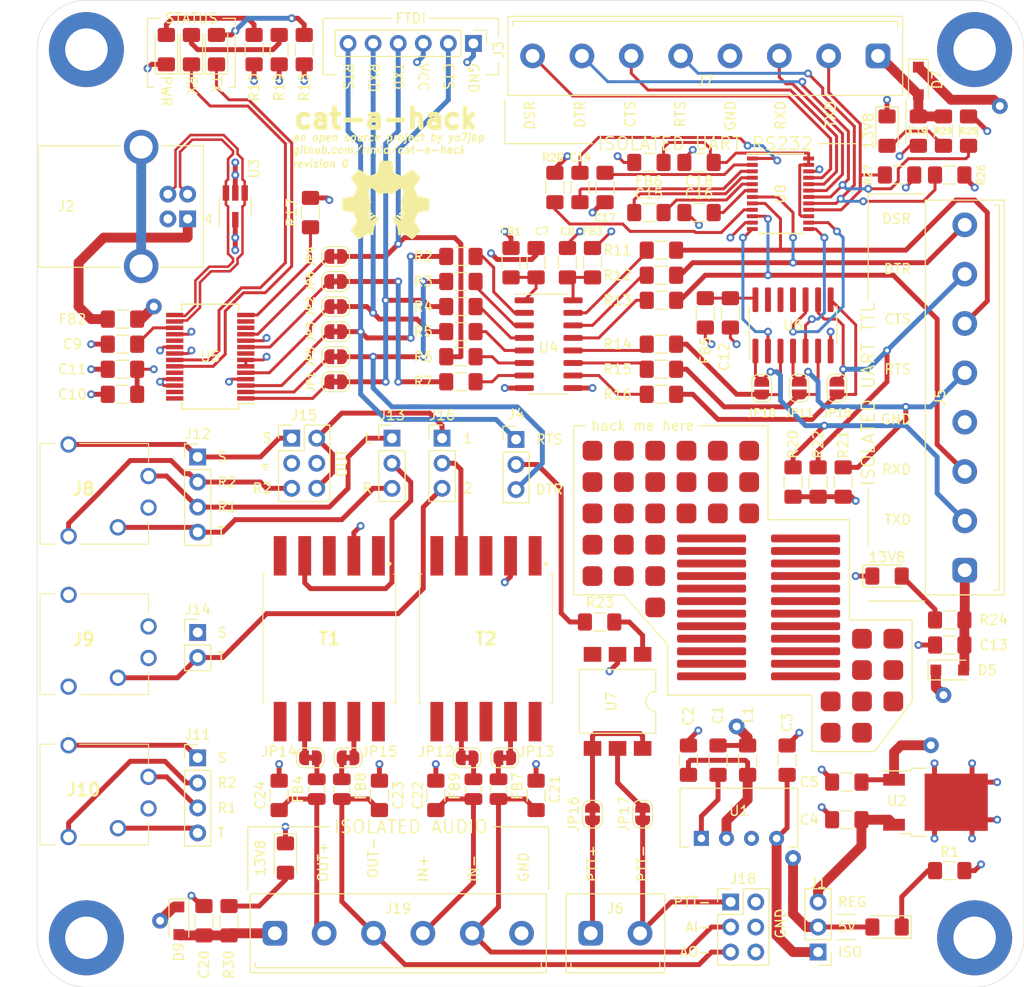
<source format=kicad_pcb>
(kicad_pcb (version 20171130) (host pcbnew "(5.1.5)-3")
  (title_block (title cat-a-hack) (rev 0) (company YO7JBP))
  (layers (0 F.Cu signal) (1 In1.Cu power hide) (2 In2.Cu power hide) (31 B.Cu signal) (35 F.Paste user) (36 B.SilkS user) (37 F.SilkS user) (39 F.Mask user) (44 Edge.Cuts user))
  (net 0 "")
  (net 1 VCC)
  (net 2 GND)
  (net 3 "Net-(C2-Pad2)")
  (net 4 XCVR_GND)
  (net 5 "Net-(C3-Pad2)")
  (net 6 "Net-(C4-Pad1)")
  (net 7 XCVR_13V8)
  (net 8 "Net-(C7-Pad2)")
  (net 9 "Net-(C8-Pad1)")
  (net 10 "Net-(C9-Pad1)")
  (net 11 "Net-(C12-Pad2)")
  (net 12 "Net-(C13-Pad1)")
  (net 13 "Net-(C14-Pad2)")
  (net 14 "Net-(C14-Pad1)")
  (net 15 "Net-(C15-Pad1)")
  (net 16 "Net-(C15-Pad2)")
  (net 17 "Net-(C16-Pad1)")
  (net 18 "Net-(C17-Pad1)")
  (net 19 "Net-(C18-Pad2)")
  (net 20 "Net-(C19-Pad1)")
  (net 21 "Net-(C20-Pad1)")
  (net 22 "Net-(D2-Pad2)")
  (net 23 "Net-(D3-Pad2)")
  (net 24 TXLED)
  (net 25 RXLED)
  (net 26 "Net-(D4-Pad2)")
  (net 27 "Net-(D6-Pad2)")
  (net 28 "Net-(D8-Pad2)")
  (net 29 "Net-(D10-Pad2)")
  (net 30 XCVR_5V)
  (net 31 USB_D+)
  (net 32 USB_D-)
  (net 33 "Net-(J2-Pad5)")
  (net 34 /data/CTS)
  (net 35 /data/TXD)
  (net 36 /data/RXD)
  (net 37 /data/RTS)
  (net 38 /data/DTR)
  (net 39 "Net-(J4-Pad2)")
  (net 40 /data/XCVR_TXD_CON)
  (net 41 /data/XCVR_RTS_CON)
  (net 42 /data/XCVR_DTR_CON)
  (net 43 "Net-(J6-Pad1)")
  (net 44 XCVR_PTT-)
  (net 45 /data/rs232/RS232_DSR)
  (net 46 /data/rs232/RS232_DTR)
  (net 47 /data/rs232/RS232_CTS)
  (net 48 /data/rs232/RS232_RTS)
  (net 49 /data/rs232/RS232_RXD)
  (net 50 /data/rs232/RS232_TXD)
  (net 51 "Net-(J10-PadS)")
  (net 52 "Net-(J10-PadR2)")
  (net 53 "Net-(J10-PadR1)")
  (net 54 "Net-(J10-PadT)")
  (net 55 "Net-(J12-Pad4)")
  (net 56 "Net-(J12-Pad3)")
  (net 57 "Net-(J12-Pad2)")
  (net 58 "Net-(J12-Pad1)")
  (net 59 PC_AUDIO_GND)
  (net 60 "Net-(J15-Pad4)")
  (net 61 /data/DSR)
  (net 62 /audio/AUDIO_IN)
  (net 63 /audio/AUDIO_OUT)
  (net 64 /audio/XCVR_AUDIO_IN+)
  (net 65 /audio/XCVR_AUDIO_IN-)
  (net 66 /audio/XCVR_AUDIO_OUT+)
  (net 67 /audio/XCVR_AUDIO_OUT-)
  (net 68 "Net-(JP16-Pad1)")
  (net 69 "Net-(JP17-Pad1)")
  (net 70 "Net-(R2-Pad1)")
  (net 71 "Net-(R3-Pad1)")
  (net 72 "Net-(R4-Pad1)")
  (net 73 "Net-(R5-Pad1)")
  (net 74 "Net-(R6-Pad1)")
  (net 75 "Net-(R7-Pad1)")
  (net 76 "Net-(R11-Pad2)")
  (net 77 "Net-(R12-Pad2)")
  (net 78 "Net-(R13-Pad2)")
  (net 79 /data/XCVR_TXD)
  (net 80 "Net-(R14-Pad2)")
  (net 81 "Net-(R15-Pad2)")
  (net 82 /data/XCVR_RTS)
  (net 83 /data/XCVR_DTR)
  (net 84 "Net-(R16-Pad2)")
  (net 85 "Net-(R17-Pad2)")
  (net 86 "Net-(R23-Pad1)")
  (net 87 "Net-(R28-Pad2)")
  (net 88 "Net-(T1-Pad10)")
  (net 89 "Net-(T1-Pad8)")
  (net 90 "Net-(T1-Pad6)")
  (net 91 "Net-(T1-Pad5)")
  (net 92 "Net-(T1-Pad3)")
  (net 93 "Net-(T1-Pad1)")
  (net 94 "Net-(T2-Pad1)")
  (net 95 "Net-(T2-Pad3)")
  (net 96 "Net-(T2-Pad5)")
  (net 97 "Net-(T2-Pad6)")
  (net 98 "Net-(T2-Pad8)")
  (net 99 "Net-(T2-Pad10)")
  (net 100 "Net-(U3-Pad1)")
  (net 101 "Net-(U3-Pad3)")
  (net 102 "Net-(U5-Pad12)")
  (net 103 "Net-(U5-Pad13)")
  (net 104 "Net-(U5-Pad19)")
  (net 105 "Net-(U5-Pad27)")
  (net 106 "Net-(U5-Pad28)")
  (net 107 "Net-(U6-Pad11)")
  (net 108 "Net-(U6-Pad12)")
  (net 109 "Net-(U6-Pad13)")
  (net 110 "Net-(U7-Pad3)")
  (net 111 "Net-(J9-PadR2)")
  (net 112 "Net-(J9-PadR1)")
  (net 113 "Net-(J15-Pad2)")
  (net 114 "Net-(D1-Pad1)")
  (net 115 "Net-(J14-Pad2)")
  (net 116 XCVR_TXD_DRV)
  (net 117 XCVR_RTS_DRV)
  (net 118 XCVR_DTR_DRV)
  (net 119 "Net-(JP1-Pad1)")
  (net 120 "Net-(JP2-Pad1)")
  (net 121 "Net-(JP3-Pad1)")
  (net 122 "Net-(JP4-Pad1)")
  (net 123 "Net-(JP5-Pad1)")
  (net 124 "Net-(JP6-Pad1)")
  (net 125 XCVR_RXD)
  (net 126 XCVR_CTS)
  (net 127 XCVR_DSR)
  (net 128 "Net-(C21-Pad1)")
  (net 129 "Net-(C22-Pad1)")
  (net 130 "Net-(C23-Pad1)")
  (net 131 "Net-(C24-Pad1)")
  (net 132 "Net-(FB4-Pad2)")
  (net 133 "Net-(FB7-Pad2)")
  (net 134 "Net-(FB8-Pad2)")
  (net 135 "Net-(FB9-Pad2)")
  (net 136 "Net-(FB2-Pad2)")
  (module Diode_SMD:D_SOD-123F (layer F.Cu) (at 39.37 128.27 270)
    (fp_text reference D9 (at 3.175 0 90) (layer F.SilkS))
    (fp_text value SM5819PL-TP)
    (pad 2 smd rect (at 1.4 0 270) (size 1.1 1.1) (layers F.Cu F.Paste F.Mask) (net 21 "Net-(C20-Pad1)"))
    (pad 1 smd rect (at -1.4 0 270) (size 1.1 1.1) (layers F.Cu F.Paste F.Mask) (net 7 XCVR_13V8))
  )
  (module Diode_SMD:D_SOD-123F (layer F.Cu) (at 114.3 43.18 270)
    (fp_text reference D7 (at -0.127 -1.905 90) (layer F.SilkS))
    (fp_text value SM5819PL-TP)
    (pad 2 smd rect (at 1.4 0 270) (size 1.1 1.1) (layers F.Cu F.Paste F.Mask) (net 20 "Net-(C19-Pad1)"))
    (pad 1 smd rect (at -1.4 0 270) (size 1.1 1.1) (layers F.Cu F.Paste F.Mask) (net 7 XCVR_13V8))
  )
  (module Diode_SMD:D_SOD-123F (layer F.Cu) (at 117.475 102.87)
    (fp_text reference D5 (at 3.81 0) (layer F.SilkS))
    (fp_text value SM5819PL-TP)
    (pad 2 smd rect (at 1.4 0) (size 1.1 1.1) (layers F.Cu F.Paste F.Mask) (net 12 "Net-(C13-Pad1)"))
    (pad 1 smd rect (at -1.4 0) (size 1.1 1.1) (layers F.Cu F.Paste F.Mask) (net 7 XCVR_13V8))
  )
  (module custom:Generic_Pad_SOP_7x0.8mm (layer F.Cu) (at 93.345 103.505)
    (fp_text reference REF** hide)
    (fp_text value Generic_Pad_SOP_7x0.8mm)
    (pad 1 smd roundrect (at 0 0) (size 7 0.8) (layers F.Cu F.Paste F.Mask))
  )
  (module custom:Generic_Pad_SOP_7x0.8mm (layer F.Cu) (at 102.87 103.505)
    (fp_text reference REF** hide)
    (fp_text value Generic_Pad_SOP_7x0.8mm)
    (pad 1 smd roundrect (at 0 0) (size 7 0.8) (layers F.Cu F.Paste F.Mask))
  )
  (module custom:Generic_Pad_SOP_7x0.8mm (layer F.Cu) (at 93.345 102.235)
    (fp_text reference REF** hide)
    (fp_text value Generic_Pad_SOP_7x0.8mm)
    (pad 1 smd roundrect (at 0 0) (size 7 0.8) (layers F.Cu F.Paste F.Mask))
  )
  (module custom:Generic_Pad_SOP_7x0.8mm (layer F.Cu) (at 102.87 102.235)
    (fp_text reference REF** hide)
    (fp_text value Generic_Pad_SOP_7x0.8mm)
    (pad 1 smd roundrect (at 0 0) (size 7 0.8) (layers F.Cu F.Paste F.Mask))
  )
  (module custom:Generic_Pad_SOP_7x0.8mm (layer F.Cu) (at 93.345 100.965)
    (fp_text reference REF** hide)
    (fp_text value Generic_Pad_SOP_7x0.8mm)
    (pad 1 smd roundrect (at 0 0) (size 7 0.8) (layers F.Cu F.Paste F.Mask))
  )
  (module custom:Generic_Pad_SOP_7x0.8mm (layer F.Cu) (at 102.87 100.965)
    (fp_text reference REF** hide)
    (fp_text value Generic_Pad_SOP_7x0.8mm)
    (pad 1 smd roundrect (at 0 0) (size 7 0.8) (layers F.Cu F.Paste F.Mask))
  )
  (module custom:Generic_Pad_SOP_7x0.8mm (layer F.Cu) (at 93.345 99.695)
    (fp_text reference REF** hide)
    (fp_text value Generic_Pad_SOP_7x0.8mm)
    (pad 1 smd roundrect (at 0 0) (size 7 0.8) (layers F.Cu F.Paste F.Mask))
  )
  (module custom:Generic_Pad_SOP_7x0.8mm (layer F.Cu) (at 102.87 99.695)
    (fp_text reference REF** hide)
    (fp_text value Generic_Pad_SOP_7x0.8mm)
    (pad 1 smd roundrect (at 0 0) (size 7 0.8) (layers F.Cu F.Paste F.Mask))
  )
  (module custom:Generic_Pad_SOP_7x0.8mm (layer F.Cu) (at 93.345 98.425)
    (fp_text reference REF** hide)
    (fp_text value Generic_Pad_SOP_7x0.8mm)
    (pad 1 smd roundrect (at 0 0) (size 7 0.8) (layers F.Cu F.Paste F.Mask))
  )
  (module custom:Generic_Pad_SOP_7x0.8mm (layer F.Cu) (at 102.87 98.425)
    (fp_text reference REF** hide)
    (fp_text value Generic_Pad_SOP_7x0.8mm)
    (pad 1 smd roundrect (at 0 0) (size 7 0.8) (layers F.Cu F.Paste F.Mask))
  )
  (module custom:Generic_Pad_SOP_7x0.8mm (layer F.Cu) (at 93.345 97.155)
    (fp_text reference REF** hide)
    (fp_text value Generic_Pad_SOP_7x0.8mm)
    (pad 1 smd roundrect (at 0 0) (size 7 0.8) (layers F.Cu F.Paste F.Mask))
  )
  (module custom:Generic_Pad_SOP_7x0.8mm (layer F.Cu) (at 102.87 97.155)
    (fp_text reference REF** hide)
    (fp_text value Generic_Pad_SOP_7x0.8mm)
    (pad 1 smd roundrect (at 0 0) (size 7 0.8) (layers F.Cu F.Paste F.Mask))
  )
  (module custom:Generic_Pad_SOP_7x0.8mm (layer F.Cu) (at 93.345 95.885)
    (fp_text reference REF** hide)
    (fp_text value Generic_Pad_SOP_7x0.8mm)
    (pad 1 smd roundrect (at 0 0) (size 7 0.8) (layers F.Cu F.Paste F.Mask))
  )
  (module custom:Generic_Pad_SOP_7x0.8mm (layer F.Cu) (at 102.87 95.885)
    (fp_text reference REF** hide)
    (fp_text value Generic_Pad_SOP_7x0.8mm)
    (pad 1 smd roundrect (at 0 0) (size 7 0.8) (layers F.Cu F.Paste F.Mask))
  )
  (module custom:Generic_Pad_SOP_7x0.8mm (layer F.Cu) (at 93.345 94.615)
    (fp_text reference REF** hide)
    (fp_text value Generic_Pad_SOP_7x0.8mm)
    (pad 1 smd roundrect (at 0 0) (size 7 0.8) (layers F.Cu F.Paste F.Mask))
  )
  (module custom:Generic_Pad_SOP_7x0.8mm (layer F.Cu) (at 102.87 94.615)
    (fp_text reference REF** hide)
    (fp_text value Generic_Pad_SOP_7x0.8mm)
    (pad 1 smd roundrect (at 0 0) (size 7 0.8) (layers F.Cu F.Paste F.Mask))
  )
  (module custom:Generic_Pad_SOP_7x0.8mm (layer F.Cu) (at 93.345 93.345)
    (fp_text reference REF** hide)
    (fp_text value Generic_Pad_SOP_7x0.8mm)
    (pad 1 smd roundrect (at 0 0) (size 7 0.8) (layers F.Cu F.Paste F.Mask))
  )
  (module custom:Generic_Pad_SOP_7x0.8mm (layer F.Cu) (at 102.87 93.345)
    (fp_text reference REF** hide)
    (fp_text value Generic_Pad_SOP_7x0.8mm)
    (pad 1 smd roundrect (at 0 0) (size 7 0.8) (layers F.Cu F.Paste F.Mask))
  )
  (module custom:Generic_Pad_SOP_7x0.8mm (layer F.Cu) (at 93.345 92.075)
    (fp_text reference REF** hide)
    (fp_text value Generic_Pad_SOP_7x0.8mm)
    (pad 1 smd roundrect (at 0 0) (size 7 0.8) (layers F.Cu F.Paste F.Mask))
  )
  (module custom:Generic_Pad_SOP_7x0.8mm (layer F.Cu) (at 102.87 92.075)
    (fp_text reference REF** hide)
    (fp_text value Generic_Pad_SOP_7x0.8mm)
    (pad 1 smd roundrect (at 0 0) (size 7 0.8) (layers F.Cu F.Paste F.Mask))
  )
  (module custom:Generic_Pad_SOP_7x0.8mm (layer F.Cu) (at 93.345 90.805)
    (fp_text reference REF** hide)
    (fp_text value Generic_Pad_SOP_7x0.8mm)
    (pad 1 smd roundrect (at 0 0) (size 7 0.8) (layers F.Cu F.Paste F.Mask))
  )
  (module custom:Generic_Pad_SOP_7x0.8mm (layer F.Cu) (at 102.87 90.805)
    (fp_text reference REF** hide)
    (fp_text value Generic_Pad_SOP_7x0.8mm)
    (pad 1 smd roundrect (at 0 0) (size 7 0.8) (layers F.Cu F.Paste F.Mask))
  )
  (module custom:Generic_Pad_SOP_7x0.8mm (layer F.Cu) (at 102.87 89.535)
    (fp_text reference REF** hide)
    (fp_text value Generic_Pad_SOP_7x0.8mm)
    (pad 1 smd roundrect (at 0 0) (size 7 0.8) (layers F.Cu F.Paste F.Mask))
  )
  (module custom:Generic_Pad_SOP_7x0.8mm (layer F.Cu) (at 93.345 89.535)
    (fp_text reference REF** hide)
    (fp_text value Generic_Pad_SOP_7x0.8mm)
    (pad 1 smd roundrect (at 0 0) (size 7 0.8) (layers F.Cu F.Paste F.Mask))
  )
  (module custom:Generic_Pad_2mm (layer F.Cu) (at 105.41 106.045)
    (fp_text reference REF** hide)
    (fp_text value Generic_Pad_2mm hide)
    (pad 1 smd roundrect (at 0 0) (size 2 2) (layers F.Cu F.Paste F.Mask))
  )
  (module custom:Generic_Pad_2mm (layer F.Cu) (at 87.63 96.52)
    (fp_text reference REF** hide)
    (fp_text value Generic_Pad_2mm hide)
    (pad 1 smd roundrect (at 0 0) (size 2 2) (layers F.Cu F.Paste F.Mask))
  )
  (module custom:Generic_Pad_2mm (layer F.Cu) (at 108.585 102.87)
    (fp_text reference REF** hide)
    (fp_text value Generic_Pad_2mm hide)
    (pad 1 smd roundrect (at 0 0) (size 2 2) (layers F.Cu F.Paste F.Mask))
  )
  (module custom:Generic_Pad_2mm (layer F.Cu) (at 108.585 106.045)
    (fp_text reference REF** hide)
    (fp_text value Generic_Pad_2mm hide)
    (pad 1 smd roundrect (at 0 0) (size 2 2) (layers F.Cu F.Paste F.Mask))
  )
  (module custom:Generic_Pad_2mm (layer F.Cu) (at 108.585 99.695)
    (fp_text reference REF** hide)
    (fp_text value Generic_Pad_2mm hide)
    (pad 1 smd roundrect (at 0 0) (size 2 2) (layers F.Cu F.Paste F.Mask))
  )
  (module custom:Generic_Pad_2mm (layer F.Cu) (at 111.76 99.695)
    (fp_text reference REF** hide)
    (fp_text value Generic_Pad_2mm hide)
    (pad 1 smd roundrect (at 0 0) (size 2 2) (layers F.Cu F.Paste F.Mask))
  )
  (module custom:Generic_Pad_2mm (layer F.Cu) (at 105.41 109.22)
    (fp_text reference REF** hide)
    (fp_text value Generic_Pad_2mm hide)
    (pad 1 smd roundrect (at 0 0) (size 2 2) (layers F.Cu F.Paste F.Mask))
  )
  (module custom:Generic_Pad_2mm (layer F.Cu) (at 111.76 106.045)
    (fp_text reference REF** hide)
    (fp_text value Generic_Pad_2mm hide)
    (pad 1 smd roundrect (at 0 0) (size 2 2) (layers F.Cu F.Paste F.Mask))
  )
  (module custom:Generic_Pad_2mm (layer F.Cu) (at 111.76 102.87)
    (fp_text reference REF** hide)
    (fp_text value Generic_Pad_2mm hide)
    (pad 1 smd roundrect (at 0 0) (size 2 2) (layers F.Cu F.Paste F.Mask))
  )
  (module custom:Generic_Pad_2mm (layer F.Cu) (at 108.585 109.22)
    (fp_text reference REF** hide)
    (fp_text value Generic_Pad_2mm hide)
    (pad 1 smd roundrect (at 0 0) (size 2 2) (layers F.Cu F.Paste F.Mask))
  )
  (module custom:Generic_Pad_2mm (layer F.Cu) (at 81.28 90.17)
    (fp_text reference REF** hide)
    (fp_text value Generic_Pad_2mm hide)
    (pad 1 smd roundrect (at 0 0) (size 2 2) (layers F.Cu F.Paste F.Mask))
  )
  (module custom:Generic_Pad_2mm (layer F.Cu) (at 87.63 93.345)
    (fp_text reference REF** hide)
    (fp_text value Generic_Pad_2mm hide)
    (pad 1 smd roundrect (at 0 0) (size 2 2) (layers F.Cu F.Paste F.Mask))
  )
  (module custom:Generic_Pad_2mm (layer F.Cu) (at 87.63 90.17)
    (fp_text reference REF** hide)
    (fp_text value Generic_Pad_2mm hide)
    (pad 1 smd roundrect (at 0 0) (size 2 2) (layers F.Cu F.Paste F.Mask))
  )
  (module custom:Generic_Pad_2mm (layer F.Cu) (at 84.455 90.17)
    (fp_text reference REF** hide)
    (fp_text value Generic_Pad_2mm hide)
    (pad 1 smd roundrect (at 0 0) (size 2 2) (layers F.Cu F.Paste F.Mask))
  )
  (module custom:Generic_Pad_2mm (layer F.Cu) (at 84.455 93.345)
    (fp_text reference REF** hide)
    (fp_text value Generic_Pad_2mm hide)
    (pad 1 smd roundrect (at 0 0) (size 2 2) (layers F.Cu F.Paste F.Mask))
  )
  (module custom:Generic_Pad_2mm (layer F.Cu) (at 81.28 93.345)
    (fp_text reference REF** hide)
    (fp_text value Generic_Pad_2mm hide)
    (pad 1 smd roundrect (at 0 0) (size 2 2) (layers F.Cu F.Paste F.Mask))
  )
  (module custom:Generic_Pad_2mm (layer F.Cu) (at 81.28 86.995)
    (fp_text reference REF** hide)
    (fp_text value Generic_Pad_2mm hide)
    (pad 1 smd roundrect (at 0 0) (size 2 2) (layers F.Cu F.Paste F.Mask))
  )
  (module custom:Generic_Pad_2mm (layer F.Cu) (at 97.155 86.995)
    (fp_text reference REF** hide)
    (fp_text value Generic_Pad_2mm hide)
    (pad 1 smd roundrect (at 0 0) (size 2 2) (layers F.Cu F.Paste F.Mask))
  )
  (module custom:Generic_Pad_2mm (layer F.Cu) (at 87.63 86.995)
    (fp_text reference REF** hide)
    (fp_text value Generic_Pad_2mm hide)
    (pad 1 smd roundrect (at 0 0) (size 2 2) (layers F.Cu F.Paste F.Mask))
  )
  (module custom:Generic_Pad_2mm (layer F.Cu) (at 84.455 86.995)
    (fp_text reference REF** hide)
    (fp_text value Generic_Pad_2mm hide)
    (pad 1 smd roundrect (at 0 0) (size 2 2) (layers F.Cu F.Paste F.Mask))
  )
  (module custom:Generic_Pad_2mm (layer F.Cu) (at 93.98 86.995)
    (fp_text reference REF** hide)
    (fp_text value Generic_Pad_2mm hide)
    (pad 1 smd roundrect (at 0 0) (size 2 2) (layers F.Cu F.Paste F.Mask))
  )
  (module custom:Generic_Pad_2mm (layer F.Cu) (at 90.805 86.995)
    (fp_text reference REF** hide)
    (fp_text value Generic_Pad_2mm hide)
    (pad 1 smd roundrect (at 0 0) (size 2 2) (layers F.Cu F.Paste F.Mask))
  )
  (module custom:Generic_Pad_2mm (layer F.Cu) (at 81.28 83.82)
    (fp_text reference REF** hide)
    (fp_text value Generic_Pad_2mm hide)
    (pad 1 smd roundrect (at 0 0) (size 2 2) (layers F.Cu F.Paste F.Mask))
  )
  (module custom:Generic_Pad_2mm (layer F.Cu) (at 97.155 83.82)
    (fp_text reference REF** hide)
    (fp_text value Generic_Pad_2mm hide)
    (pad 1 smd roundrect (at 0 0) (size 2 2) (layers F.Cu F.Paste F.Mask))
  )
  (module custom:Generic_Pad_2mm (layer F.Cu) (at 87.63 83.82)
    (fp_text reference REF** hide)
    (fp_text value Generic_Pad_2mm hide)
    (pad 1 smd roundrect (at 0 0) (size 2 2) (layers F.Cu F.Paste F.Mask))
  )
  (module custom:Generic_Pad_2mm (layer F.Cu) (at 84.455 83.82)
    (fp_text reference REF** hide)
    (fp_text value Generic_Pad_2mm hide)
    (pad 1 smd roundrect (at 0 0) (size 2 2) (layers F.Cu F.Paste F.Mask))
  )
  (module custom:Generic_Pad_2mm (layer F.Cu) (at 93.98 83.82)
    (fp_text reference REF** hide)
    (fp_text value Generic_Pad_2mm hide)
    (pad 1 smd roundrect (at 0 0) (size 2 2) (layers F.Cu F.Paste F.Mask))
  )
  (module custom:Generic_Pad_2mm (layer F.Cu) (at 90.805 83.82)
    (fp_text reference REF** hide)
    (fp_text value Generic_Pad_2mm hide)
    (pad 1 smd roundrect (at 0 0) (size 2 2) (layers F.Cu F.Paste F.Mask))
  )
  (module custom:Generic_Pad_2mm (layer F.Cu) (at 97.155 80.645)
    (fp_text reference REF** hide)
    (fp_text value Generic_Pad_2mm hide)
    (pad 1 smd roundrect (at 0 0) (size 2 2) (layers F.Cu F.Paste F.Mask))
  )
  (module custom:Generic_Pad_2mm (layer F.Cu) (at 93.98 80.645)
    (fp_text reference REF** hide)
    (fp_text value Generic_Pad_2mm hide)
    (pad 1 smd roundrect (at 0 0) (size 2 2) (layers F.Cu F.Paste F.Mask))
  )
  (module custom:Generic_Pad_2mm (layer F.Cu) (at 90.805 80.645)
    (fp_text reference REF** hide)
    (fp_text value Generic_Pad_2mm hide)
    (pad 1 smd roundrect (at 0 0) (size 2 2) (layers F.Cu F.Paste F.Mask))
  )
  (module custom:Generic_Pad_2mm (layer F.Cu) (at 87.63 80.645)
    (fp_text reference REF** hide)
    (fp_text value Generic_Pad_2mm hide)
    (pad 1 smd roundrect (at 0 0) (size 2 2) (layers F.Cu F.Paste F.Mask))
  )
  (module custom:Generic_Pad_2mm (layer F.Cu) (at 84.455 80.645)
    (fp_text reference REF** hide)
    (fp_text value Generic_Pad_2mm hide)
    (pad 1 smd roundrect (at 0 0) (size 2 2) (layers F.Cu F.Paste F.Mask))
  )
  (module custom:Generic_Pad_2mm (layer F.Cu) (at 81.28 80.645)
    (fp_text reference REF** hide)
    (fp_text value Generic_Pad_2mm hide)
    (pad 1 smd roundrect (at 0 0) (size 2 2) (layers F.Cu F.Paste F.Mask))
  )
  (module logo:logo (layer F.Cu) (at 60.325 55.245)
    (fp_text reference G*** hide)
    (fp_text value LOGO hide)
  )
  (module custom:TB003-500-P06BE (layer F.Cu) (at 61.595 129.54)
    (fp_text reference J19 (at 0 -2.5) (layer F.SilkS))
    (fp_text value XCVR_Audio)
    (pad 1 thru_hole roundrect (at -12.5 0) (size 2.5 2.5) (drill 1.4) (layers *.Cu *.Mask) (net 21 "Net-(C20-Pad1)"))
    (pad 2 thru_hole circle (at -7.5 0) (size 2.5 2.5) (drill 1.4) (layers *.Cu *.Mask) (net 131 "Net-(C24-Pad1)"))
    (pad 3 thru_hole circle (at -2.5 0) (size 2.5 2.5) (drill 1.4) (layers *.Cu *.Mask) (net 130 "Net-(C23-Pad1)"))
    (pad 4 thru_hole circle (at 2.5 0) (size 2.5 2.5) (drill 1.4) (layers *.Cu *.Mask) (net 129 "Net-(C22-Pad1)"))
    (pad 5 thru_hole circle (at 7.5 0) (size 2.5 2.5) (drill 1.4) (layers *.Cu *.Mask) (net 128 "Net-(C21-Pad1)"))
    (pad 6 thru_hole circle (at 12.5 0) (size 2.5 2.5) (drill 1.4) (layers *.Cu *.Mask) (net 4 XCVR_GND))
  )
  (module Capacitor_SMD:C_1206_3216Metric_Pad1.42x1.75mm_HandSolder (layer F.Cu) (at 75.565 115.57 90)
    (fp_text reference C21 (at 0.635 1.905 270) (layer F.SilkS))
    (fp_text value 27n)
    (pad 2 smd roundrect (at 1.4875 0 90) (size 1.425 1.75) (layers F.Cu F.Paste F.Mask) (roundrect_rratio 0.175439) (net 4 XCVR_GND))
    (pad 1 smd roundrect (at -1.4875 0 90) (size 1.425 1.75) (layers F.Cu F.Paste F.Mask) (roundrect_rratio 0.175439) (net 128 "Net-(C21-Pad1)"))
  )
  (module custom:NFZ2MSD101SZ10L_0806_Handsolder (layer F.Cu) (at 71.755 114.935 90)
    (fp_text reference FB7 (at 0.3 1.905 90) (layer F.SilkS))
    (fp_text value NFZ2MSD101SZ10L)
    (pad 2 smd roundrect (at 1 0 90) (size 1.2 1.8) (layers F.Cu F.Paste F.Mask) (net 133 "Net-(FB7-Pad2)"))
    (pad 1 smd roundrect (at -1 0 90) (size 1.2 1.8) (layers F.Cu F.Paste F.Mask) (net 128 "Net-(C21-Pad1)"))
  )
  (module Inductor_SMD:L_1206_3216Metric_Pad1.42x1.75mm_HandSolder (layer F.Cu) (at 73.025 61.595 270)
    (fp_text reference FB1 (at -3.175 0) (layer F.SilkS) (effects (font (size 0.75 0.75))))
    (fp_text value BLM31KN102SH1L)
    (pad 2 smd roundrect (at 1.4875 0 270) (size 1.425 1.75) (layers F.Cu F.Paste F.Mask) (roundrect_rratio 0.175439) (net 8 "Net-(C7-Pad2)"))
    (pad 1 smd roundrect (at -1.4875 0 270) (size 1.425 1.75) (layers F.Cu F.Paste F.Mask) (roundrect_rratio 0.175439) (net 1 VCC))
  )
  (module Inductor_SMD:L_1206_3216Metric_Pad1.42x1.75mm_HandSolder (layer F.Cu) (at 33.655 67.31 180)
    (fp_text reference FB2 (at 5.08 0 180) (layer F.SilkS))
    (fp_text value BLM31KN102SH1L)
    (pad 2 smd roundrect (at 1.4875 0 180) (size 1.425 1.75) (layers F.Cu F.Paste F.Mask) (roundrect_rratio 0.175439) (net 136 "Net-(FB2-Pad2)"))
    (pad 1 smd roundrect (at -1.4875 0 180) (size 1.425 1.75) (layers F.Cu F.Paste F.Mask) (roundrect_rratio 0.175439) (net 1 VCC))
  )
  (module Inductor_SMD:L_1206_3216Metric_Pad1.42x1.75mm_HandSolder (layer F.Cu) (at 81.28 61.595 90)
    (fp_text reference FB3 (at 3.175 0) (layer F.SilkS) (effects (font (size 0.75 0.75))))
    (fp_text value BLM31KN102SH1L)
    (pad 2 smd roundrect (at 1.4875 0 90) (size 1.425 1.75) (layers F.Cu F.Paste F.Mask) (roundrect_rratio 0.175439) (net 30 XCVR_5V))
    (pad 1 smd roundrect (at -1.4875 0 90) (size 1.425 1.75) (layers F.Cu F.Paste F.Mask) (roundrect_rratio 0.175439) (net 9 "Net-(C8-Pad1)"))
  )
  (module Inductor_SMD:L_1206_3216Metric_Pad1.42x1.75mm_HandSolder (layer F.Cu) (at 92.71 66.675 90)
    (fp_text reference FB5 (at -3.81 0 90) (layer F.SilkS))
    (fp_text value BLM31KN102SH1L)
    (pad 2 smd roundrect (at 1.4875 0 90) (size 1.425 1.75) (layers F.Cu F.Paste F.Mask) (roundrect_rratio 0.175439) (net 11 "Net-(C12-Pad2)"))
    (pad 1 smd roundrect (at -1.4875 0 90) (size 1.425 1.75) (layers F.Cu F.Paste F.Mask) (roundrect_rratio 0.175439) (net 30 XCVR_5V))
  )
  (module Inductor_SMD:L_1206_3216Metric_Pad1.42x1.75mm_HandSolder (layer F.Cu) (at 86.995 51.435 180)
    (fp_text reference FB6 (at 0 -1.905 180) (layer F.SilkS))
    (fp_text value BLM31KN102SH1L)
    (pad 2 smd roundrect (at 1.4875 0 180) (size 1.425 1.75) (layers F.Cu F.Paste F.Mask) (roundrect_rratio 0.175439) (net 30 XCVR_5V))
    (pad 1 smd roundrect (at -1.4875 0 180) (size 1.425 1.75) (layers F.Cu F.Paste F.Mask) (roundrect_rratio 0.175439) (net 19 "Net-(C18-Pad2)"))
  )
  (module custom:NFZ2MSD101SZ10L_0806_Handsolder (layer F.Cu) (at 53.34 114.935 90)
    (fp_text reference FB4 (at 0 -1.905 270) (layer F.SilkS))
    (fp_text value NFZ2MSD101SZ10L)
    (pad 2 smd roundrect (at 1 0 90) (size 1.2 1.8) (layers F.Cu F.Paste F.Mask) (net 132 "Net-(FB4-Pad2)"))
    (pad 1 smd roundrect (at -1 0 90) (size 1.2 1.8) (layers F.Cu F.Paste F.Mask) (net 131 "Net-(C24-Pad1)"))
  )
  (module custom:NFZ2MSD101SZ10L_0806_Handsolder (layer F.Cu) (at 55.88 114.935 90)
    (fp_text reference FB8 (at 0.3 1.905 270) (layer F.SilkS))
    (fp_text value NFZ2MSD101SZ10L)
    (pad 2 smd roundrect (at 1 0 90) (size 1.2 1.8) (layers F.Cu F.Paste F.Mask) (net 134 "Net-(FB8-Pad2)"))
    (pad 1 smd roundrect (at -1 0 90) (size 1.2 1.8) (layers F.Cu F.Paste F.Mask) (net 130 "Net-(C23-Pad1)"))
  )
  (module custom:NFZ2MSD101SZ10L_0806_Handsolder (layer F.Cu) (at 69.215 114.935 90)
    (fp_text reference FB9 (at 0.3 -1.905 90) (layer F.SilkS))
    (fp_text value NFZ2MSD101SZ10L)
    (pad 2 smd roundrect (at 1 0 90) (size 1.2 1.8) (layers F.Cu F.Paste F.Mask) (net 135 "Net-(FB9-Pad2)"))
    (pad 1 smd roundrect (at -1 0 90) (size 1.2 1.8) (layers F.Cu F.Paste F.Mask) (net 129 "Net-(C22-Pad1)"))
  )
  (module MountingHole:MountingHole_4.3mm_M4_ISO7380_Pad (layer F.Cu) (at 120 130)
    (fp_text reference H4 hide)
    (fp_text value MountingHole)
    (pad 1 thru_hole circle (at 0 0) (size 7.6 7.6) (drill 4.3) (layers *.Cu *.Mask))
  )
  (module MountingHole:MountingHole_4.3mm_M4_ISO7380_Pad (layer F.Cu) (at 120 40)
    (fp_text reference H3 hide)
    (fp_text value MountingHole)
    (pad 1 thru_hole circle (at 0 0) (size 7.6 7.6) (drill 4.3) (layers *.Cu *.Mask))
  )
  (module MountingHole:MountingHole_4.3mm_M4_ISO7380_Pad (layer F.Cu) (at 30 130)
    (fp_text reference H2 hide)
    (fp_text value MountingHole)
    (pad 1 thru_hole circle (at 0 0) (size 7.6 7.6) (drill 4.3) (layers *.Cu *.Mask))
  )
  (module MountingHole:MountingHole_4.3mm_M4_ISO7380_Pad (layer F.Cu) (at 30 40)
    (fp_text reference H1 hide)
    (fp_text value MountingHole)
    (pad 1 thru_hole circle (at 0 0) (size 7.6 7.6) (drill 4.3) (layers *.Cu *.Mask))
  )
  (module Connector_PinHeader_2.54mm:PinHeader_2x03_P2.54mm_Vertical (layer F.Cu) (at 50.8 79.375)
    (fp_text reference J15 (at 1.27 -2.33) (layer F.SilkS))
    (fp_text value "CITA/OMTP choice")
    (pad 1 thru_hole rect (at 0 0) (size 1.7 1.7) (drill 1) (layers *.Cu *.Mask) (net 58 "Net-(J12-Pad1)"))
    (pad 2 thru_hole oval (at 2.54 0) (size 1.7 1.7) (drill 1) (layers *.Cu *.Mask) (net 113 "Net-(J15-Pad2)"))
    (pad 3 thru_hole oval (at 0 2.54) (size 1.7 1.7) (drill 1) (layers *.Cu *.Mask) (net 59 PC_AUDIO_GND))
    (pad 4 thru_hole oval (at 2.54 2.54) (size 1.7 1.7) (drill 1) (layers *.Cu *.Mask) (net 60 "Net-(J15-Pad4)"))
    (pad 5 thru_hole oval (at 0 5.08) (size 1.7 1.7) (drill 1) (layers *.Cu *.Mask) (net 57 "Net-(J12-Pad2)"))
    (pad 6 thru_hole oval (at 2.54 5.08) (size 1.7 1.7) (drill 1) (layers *.Cu *.Mask) (net 113 "Net-(J15-Pad2)"))
  )
  (module Package_DIP:SMDIP-6_W9.53mm_Clearance8mm (layer F.Cu) (at 83.82 106.045 270)
    (fp_text reference U7 (at 0 0.635 90) (layer F.SilkS))
    (fp_text value VOR1121B6T)
    (pad 1 smd rect (at -4.765 -2.54 270) (size 1.5 1.78) (layers F.Cu F.Paste F.Mask) (net 86 "Net-(R23-Pad1)"))
    (pad 4 smd rect (at 4.765 2.54 270) (size 1.5 1.78) (layers F.Cu F.Paste F.Mask) (net 68 "Net-(JP16-Pad1)"))
    (pad 2 smd rect (at -4.765 0 270) (size 1.5 1.78) (layers F.Cu F.Paste F.Mask) (net 2 GND))
    (pad 5 smd rect (at 4.765 0 270) (size 1.5 1.78) (layers F.Cu F.Paste F.Mask) (net 69 "Net-(JP17-Pad1)"))
    (pad 3 smd rect (at -4.765 2.54 270) (size 1.5 1.78) (layers F.Cu F.Paste F.Mask) (net 110 "Net-(U7-Pad3)"))
    (pad 6 smd rect (at 4.765 -2.54 270) (size 1.5 1.78) (layers F.Cu F.Paste F.Mask) (net 68 "Net-(JP16-Pad1)"))
  )
  (module custom:SIP-4_PQS075-S5-S5-S (layer F.Cu) (at 96.125 119.925)
    (fp_text reference U1 (at 0 -2.794) (layer F.SilkS))
    (fp_text value PQS075-S5-S5-S)
    (pad 1 thru_hole rect (at -3.81 0) (size 1.524 1.524) (drill 0.762) (layers *.Cu *.Mask) (net 2 GND))
    (pad 2 thru_hole circle (at -1.27 0) (size 1.524 1.524) (drill 0.762) (layers *.Cu *.Mask) (net 3 "Net-(C2-Pad2)"))
    (pad 3 thru_hole circle (at 1.27 0) (size 1.524 1.524) (drill 0.762) (layers *.Cu *.Mask) (net 4 XCVR_GND))
    (pad 4 thru_hole circle (at 3.81 0) (size 1.524 1.524) (drill 0.762) (layers *.Cu *.Mask) (net 5 "Net-(C3-Pad2)"))
  )
  (module custom:T6003NL_HandSolder (layer F.Cu) (at 54.61 99.695 180)
    (fp_text reference T1 (at 0 0) (layer F.SilkS) (effects (font (size 1.27 1.27) (thickness 0.254))))
    (fp_text value T6003NL hide)
    (pad 10 smd rect (at -4.98 -8.4 180) (size 1.3 4) (layers F.Cu F.Paste F.Mask) (net 88 "Net-(T1-Pad10)"))
    (pad 9 smd rect (at -2.49 -8.4 180) (size 1.3 4) (layers F.Cu F.Paste F.Mask) (net 67 /audio/XCVR_AUDIO_OUT-))
    (pad 8 smd rect (at 0 -8.4 180) (size 1.3 4) (layers F.Cu F.Paste F.Mask) (net 89 "Net-(T1-Pad8)"))
    (pad 7 smd rect (at 2.49 -8.4 180) (size 1.3 4) (layers F.Cu F.Paste F.Mask) (net 66 /audio/XCVR_AUDIO_OUT+))
    (pad 6 smd rect (at 4.98 -8.4 180) (size 1.3 4) (layers F.Cu F.Paste F.Mask) (net 90 "Net-(T1-Pad6)"))
    (pad 5 smd rect (at 4.98 8.4 180) (size 1.3 4) (layers F.Cu F.Paste F.Mask) (net 91 "Net-(T1-Pad5)"))
    (pad 4 smd rect (at 2.49 8.4 180) (size 1.3 4) (layers F.Cu F.Paste F.Mask) (net 62 /audio/AUDIO_IN))
    (pad 3 smd rect (at 0 8.4 180) (size 1.3 4) (layers F.Cu F.Paste F.Mask) (net 92 "Net-(T1-Pad3)"))
    (pad 2 smd rect (at -2.49 8.4 180) (size 1.3 4) (layers F.Cu F.Paste F.Mask) (net 59 PC_AUDIO_GND))
    (pad 1 smd rect (at -4.98 8.4 180) (size 1.3 4) (layers F.Cu F.Paste F.Mask) (net 93 "Net-(T1-Pad1)"))
  )
  (module Resistor_SMD:R_1206_3216Metric_Pad1.42x1.75mm_HandSolder (layer F.Cu) (at 44.45 128.27 90)
    (fp_text reference R30 (at -4.445 0 90) (layer F.SilkS))
    (fp_text value 2.2k)
    (pad 1 smd roundrect (at -1.4875 0 90) (size 1.425 1.75) (layers F.Cu F.Paste F.Mask) (roundrect_rratio 0.175439) (net 21 "Net-(C20-Pad1)"))
    (pad 2 smd roundrect (at 1.4875 0 90) (size 1.425 1.75) (layers F.Cu F.Paste F.Mask) (roundrect_rratio 0.175439) (net 29 "Net-(D10-Pad2)"))
  )
  (module Resistor_SMD:R_1206_3216Metric_Pad1.42x1.75mm_HandSolder (layer F.Cu) (at 116.84 48.26 270)
    (fp_text reference R29 (at 0 0 180) (layer F.SilkS) (effects (font (size 0.6 0.6))))
    (fp_text value 2.2k)
    (pad 1 smd roundrect (at -1.4875 0 270) (size 1.425 1.75) (layers F.Cu F.Paste F.Mask) (roundrect_rratio 0.175439) (net 20 "Net-(C19-Pad1)"))
    (pad 2 smd roundrect (at 1.4875 0 270) (size 1.425 1.75) (layers F.Cu F.Paste F.Mask) (roundrect_rratio 0.175439) (net 28 "Net-(D8-Pad2)"))
  )
  (module Resistor_SMD:R_1206_3216Metric_Pad1.42x1.75mm_HandSolder (layer F.Cu) (at 112.395 52.705)
    (fp_text reference R27 (at -3.175 0 270) (layer F.SilkS) (effects (font (size 0.75 0.75))))
    (fp_text value 1k)
    (pad 2 smd roundrect (at 1.4875 0) (size 1.425 1.75) (layers F.Cu F.Paste F.Mask) (roundrect_rratio 0.175439) (net 4 XCVR_GND))
    (pad 1 smd roundrect (at -1.4875 0) (size 1.425 1.75) (layers F.Cu F.Paste F.Mask) (roundrect_rratio 0.175439) (net 50 /data/rs232/RS232_TXD))
  )
  (module Resistor_SMD:R_1206_3216Metric_Pad1.42x1.75mm_HandSolder (layer F.Cu) (at 119.38 48.26 90)
    (fp_text reference R25 (at 0 0 180) (layer F.SilkS) (effects (font (size 0.6 0.6))))
    (fp_text value 1k)
    (pad 2 smd roundrect (at 1.4875 0 90) (size 1.425 1.75) (layers F.Cu F.Paste F.Mask) (roundrect_rratio 0.175439) (net 4 XCVR_GND))
    (pad 1 smd roundrect (at -1.4875 0 90) (size 1.425 1.75) (layers F.Cu F.Paste F.Mask) (roundrect_rratio 0.175439) (net 46 /data/rs232/RS232_DTR))
  )
  (module Resistor_SMD:R_1206_3216Metric_Pad1.42x1.75mm_HandSolder (layer F.Cu) (at 117.475 97.79 180)
    (fp_text reference R24 (at -4.445 0) (layer F.SilkS))
    (fp_text value 2.2k)
    (pad 1 smd roundrect (at -1.4875 0 180) (size 1.425 1.75) (layers F.Cu F.Paste F.Mask) (roundrect_rratio 0.175439) (net 12 "Net-(C13-Pad1)"))
    (pad 2 smd roundrect (at 1.4875 0 180) (size 1.425 1.75) (layers F.Cu F.Paste F.Mask) (roundrect_rratio 0.175439) (net 27 "Net-(D6-Pad2)"))
  )
  (module Resistor_SMD:R_1206_3216Metric_Pad1.42x1.75mm_HandSolder (layer F.Cu) (at 104.14 83.82 90)
    (fp_text reference R22 (at 3.81 0 270) (layer F.SilkS))
    (fp_text value 1k)
    (pad 2 smd roundrect (at 1.4875 0 90) (size 1.425 1.75) (layers F.Cu F.Paste F.Mask) (roundrect_rratio 0.175439) (net 42 /data/XCVR_DTR_CON))
    (pad 1 smd roundrect (at -1.4875 0 90) (size 1.425 1.75) (layers F.Cu F.Paste F.Mask) (roundrect_rratio 0.175439) (net 4 XCVR_GND))
  )
  (module Resistor_SMD:R_1206_3216Metric_Pad1.42x1.75mm_HandSolder (layer F.Cu) (at 106.68 83.82 90)
    (fp_text reference R21 (at 3.81 0 90) (layer F.SilkS))
    (fp_text value 1k)
    (pad 1 smd roundrect (at -1.4875 0 90) (size 1.425 1.75) (layers F.Cu F.Paste F.Mask) (roundrect_rratio 0.175439) (net 4 XCVR_GND))
    (pad 2 smd roundrect (at 1.4875 0 90) (size 1.425 1.75) (layers F.Cu F.Paste F.Mask) (roundrect_rratio 0.175439) (net 41 /data/XCVR_RTS_CON))
  )
  (module Resistor_SMD:R_1206_3216Metric_Pad1.42x1.75mm_HandSolder (layer F.Cu) (at 101.6 83.82 90)
    (fp_text reference R20 (at 3.81 0 90) (layer F.SilkS))
    (fp_text value 1k)
    (pad 2 smd roundrect (at 1.4875 0 90) (size 1.425 1.75) (layers F.Cu F.Paste F.Mask) (roundrect_rratio 0.175439) (net 40 /data/XCVR_TXD_CON))
    (pad 1 smd roundrect (at -1.4875 0 90) (size 1.425 1.75) (layers F.Cu F.Paste F.Mask) (roundrect_rratio 0.175439) (net 4 XCVR_GND))
  )
  (module Resistor_SMD:R_1206_3216Metric_Pad1.42x1.75mm_HandSolder (layer F.Cu) (at 49.53 40.005 90)
    (fp_text reference R19 (at -3.81 0 90) (layer F.SilkS))
    (fp_text value 470)
    (pad 1 smd roundrect (at -1.4875 0 90) (size 1.425 1.75) (layers F.Cu F.Paste F.Mask) (roundrect_rratio 0.175439) (net 1 VCC))
    (pad 2 smd roundrect (at 1.4875 0 90) (size 1.425 1.75) (layers F.Cu F.Paste F.Mask) (roundrect_rratio 0.175439) (net 26 "Net-(D4-Pad2)"))
  )
  (module Resistor_SMD:R_1206_3216Metric_Pad1.42x1.75mm_HandSolder (layer F.Cu) (at 52.07 40.005 90)
    (fp_text reference R18 (at -3.81 0 270) (layer F.SilkS))
    (fp_text value 560)
    (pad 1 smd roundrect (at -1.4875 0 90) (size 1.425 1.75) (layers F.Cu F.Paste F.Mask) (roundrect_rratio 0.175439) (net 1 VCC))
    (pad 2 smd roundrect (at 1.4875 0 90) (size 1.425 1.75) (layers F.Cu F.Paste F.Mask) (roundrect_rratio 0.175439) (net 23 "Net-(D3-Pad2)"))
  )
  (module Resistor_SMD:R_1206_3216Metric_Pad1.42x1.75mm_HandSolder (layer F.Cu) (at 46.99 40.005 90)
    (fp_text reference R10 (at -3.81 0 90) (layer F.SilkS))
    (fp_text value 470)
    (pad 1 smd roundrect (at -1.4875 0 90) (size 1.425 1.75) (layers F.Cu F.Paste F.Mask) (roundrect_rratio 0.175439) (net 1 VCC))
    (pad 2 smd roundrect (at 1.4875 0 90) (size 1.425 1.75) (layers F.Cu F.Paste F.Mask) (roundrect_rratio 0.175439) (net 22 "Net-(D2-Pad2)"))
  )
  (module Resistor_SMD:R_1206_3216Metric_Pad1.42x1.75mm_HandSolder (layer F.Cu) (at 117.475 123.19)
    (fp_text reference R1 (at 0 -1.905 180) (layer F.SilkS))
    (fp_text value 470)
    (pad 1 smd roundrect (at -1.4875 0) (size 1.425 1.75) (layers F.Cu F.Paste F.Mask) (roundrect_rratio 0.175439) (net 114 "Net-(D1-Pad1)"))
    (pad 2 smd roundrect (at 1.4875 0) (size 1.425 1.75) (layers F.Cu F.Paste F.Mask) (roundrect_rratio 0.175439) (net 4 XCVR_GND))
  )
  (module Jumper:SolderJumper-2_P1.3mm_Bridged_RoundedPad1.0x1.5mm (layer F.Cu) (at 86.36 117.475 270)
    (fp_text reference JP17 (at 0 1.905 90) (layer F.SilkS))
    (fp_text value SolderJumper_2_Bridged)
    (fp_poly (pts (xy 0.25 -0.3) (xy -0.25 -0.3) (xy -0.25 0.3) (xy 0.25 0.3)) (layer F.Cu) (width 0))
    (pad 2 smd custom (at 0.65 0 270) (size 1 0.5) (layers F.Cu F.Mask) (net 44 XCVR_PTT-) (options (clearance outline) (anchor rect)) (primitives (gr_circle (center 0 0.25) (end 0.5 0.25) (width 0)) (gr_circle (center 0 -0.25) (end 0.5 -0.25) (width 0)) (gr_poly (pts (xy 0 -0.75) (xy -0.5 -0.75) (xy -0.5 0.75) (xy 0 0.75)) (width 0))))
    (pad 1 smd custom (at -0.65 0 270) (size 1 0.5) (layers F.Cu F.Mask) (net 69 "Net-(JP17-Pad1)") (options (clearance outline) (anchor rect)) (primitives (gr_circle (center 0 0.25) (end 0.5 0.25) (width 0)) (gr_circle (center 0 -0.25) (end 0.5 -0.25) (width 0)) (gr_poly (pts (xy 0 -0.75) (xy 0.5 -0.75) (xy 0.5 0.75) (xy 0 0.75)) (width 0))))
  )
  (module Jumper:SolderJumper-2_P1.3mm_Bridged_RoundedPad1.0x1.5mm (layer F.Cu) (at 81.28 117.475 270)
    (fp_text reference JP16 (at 0 1.905 90) (layer F.SilkS))
    (fp_text value SolderJumper_2_Bridged)
    (fp_poly (pts (xy 0.25 -0.3) (xy -0.25 -0.3) (xy -0.25 0.3) (xy 0.25 0.3)) (layer F.Cu) (width 0))
    (pad 1 smd custom (at -0.65 0 270) (size 1 0.5) (layers F.Cu F.Mask) (net 68 "Net-(JP16-Pad1)") (options (clearance outline) (anchor rect)) (primitives (gr_circle (center 0 0.25) (end 0.5 0.25) (width 0)) (gr_circle (center 0 -0.25) (end 0.5 -0.25) (width 0)) (gr_poly (pts (xy 0 -0.75) (xy 0.5 -0.75) (xy 0.5 0.75) (xy 0 0.75)) (width 0))))
    (pad 2 smd custom (at 0.65 0 270) (size 1 0.5) (layers F.Cu F.Mask) (net 43 "Net-(J6-Pad1)") (options (clearance outline) (anchor rect)) (primitives (gr_circle (center 0 0.25) (end 0.5 0.25) (width 0)) (gr_circle (center 0 -0.25) (end 0.5 -0.25) (width 0)) (gr_poly (pts (xy 0 -0.75) (xy -0.5 -0.75) (xy -0.5 0.75) (xy 0 0.75)) (width 0))))
  )
  (module Jumper:SolderJumper-2_P1.3mm_Bridged_RoundedPad1.0x1.5mm (layer F.Cu) (at 56.515 111.76 180)
    (fp_text reference JP15 (at -3.175 0.635) (layer F.SilkS))
    (fp_text value SolderJumper_2_Bridged)
    (fp_poly (pts (xy 0.25 -0.3) (xy -0.25 -0.3) (xy -0.25 0.3) (xy 0.25 0.3)) (layer F.Cu) (width 0))
    (pad 1 smd custom (at -0.65 0 180) (size 1 0.5) (layers F.Cu F.Mask) (net 67 /audio/XCVR_AUDIO_OUT-) (options (clearance outline) (anchor rect)) (primitives (gr_circle (center 0 0.25) (end 0.5 0.25) (width 0)) (gr_circle (center 0 -0.25) (end 0.5 -0.25) (width 0)) (gr_poly (pts (xy 0 -0.75) (xy 0.5 -0.75) (xy 0.5 0.75) (xy 0 0.75)) (width 0))))
    (pad 2 smd custom (at 0.65 0 180) (size 1 0.5) (layers F.Cu F.Mask) (net 134 "Net-(FB8-Pad2)") (options (clearance outline) (anchor rect)) (primitives (gr_circle (center 0 0.25) (end 0.5 0.25) (width 0)) (gr_circle (center 0 -0.25) (end 0.5 -0.25) (width 0)) (gr_poly (pts (xy 0 -0.75) (xy -0.5 -0.75) (xy -0.5 0.75) (xy 0 0.75)) (width 0))))
  )
  (module Jumper:SolderJumper-2_P1.3mm_Bridged_RoundedPad1.0x1.5mm (layer F.Cu) (at 52.705 111.76)
    (fp_text reference JP14 (at -3.175 -0.635) (layer F.SilkS))
    (fp_text value SolderJumper_2_Bridged)
    (fp_poly (pts (xy 0.25 -0.3) (xy -0.25 -0.3) (xy -0.25 0.3) (xy 0.25 0.3)) (layer F.Cu) (width 0))
    (pad 2 smd custom (at 0.65 0) (size 1 0.5) (layers F.Cu F.Mask) (net 132 "Net-(FB4-Pad2)") (options (clearance outline) (anchor rect)) (primitives (gr_circle (center 0 0.25) (end 0.5 0.25) (width 0)) (gr_circle (center 0 -0.25) (end 0.5 -0.25) (width 0)) (gr_poly (pts (xy 0 -0.75) (xy -0.5 -0.75) (xy -0.5 0.75) (xy 0 0.75)) (width 0))))
    (pad 1 smd custom (at -0.65 0) (size 1 0.5) (layers F.Cu F.Mask) (net 66 /audio/XCVR_AUDIO_OUT+) (options (clearance outline) (anchor rect)) (primitives (gr_circle (center 0 0.25) (end 0.5 0.25) (width 0)) (gr_circle (center 0 -0.25) (end 0.5 -0.25) (width 0)) (gr_poly (pts (xy 0 -0.75) (xy 0.5 -0.75) (xy 0.5 0.75) (xy 0 0.75)) (width 0))))
  )
  (module Jumper:SolderJumper-2_P1.3mm_Bridged_RoundedPad1.0x1.5mm (layer F.Cu) (at 72.39 111.76 180)
    (fp_text reference JP13 (at -3.175 0.635) (layer F.SilkS))
    (fp_text value SolderJumper_2_Bridged)
    (fp_poly (pts (xy 0.25 -0.3) (xy -0.25 -0.3) (xy -0.25 0.3) (xy 0.25 0.3)) (layer F.Cu) (width 0))
    (pad 2 smd custom (at 0.65 0 180) (size 1 0.5) (layers F.Cu F.Mask) (net 133 "Net-(FB7-Pad2)") (options (clearance outline) (anchor rect)) (primitives (gr_circle (center 0 0.25) (end 0.5 0.25) (width 0)) (gr_circle (center 0 -0.25) (end 0.5 -0.25) (width 0)) (gr_poly (pts (xy 0 -0.75) (xy -0.5 -0.75) (xy -0.5 0.75) (xy 0 0.75)) (width 0))))
    (pad 1 smd custom (at -0.65 0 180) (size 1 0.5) (layers F.Cu F.Mask) (net 65 /audio/XCVR_AUDIO_IN-) (options (clearance outline) (anchor rect)) (primitives (gr_circle (center 0 0.25) (end 0.5 0.25) (width 0)) (gr_circle (center 0 -0.25) (end 0.5 -0.25) (width 0)) (gr_poly (pts (xy 0 -0.75) (xy 0.5 -0.75) (xy 0.5 0.75) (xy 0 0.75)) (width 0))))
  )
  (module Jumper:SolderJumper-2_P1.3mm_Bridged_RoundedPad1.0x1.5mm (layer F.Cu) (at 68.58 111.76)
    (fp_text reference JP12 (at -3.175 -0.635) (layer F.SilkS))
    (fp_text value SolderJumper_2_Bridged)
    (fp_poly (pts (xy 0.25 -0.3) (xy -0.25 -0.3) (xy -0.25 0.3) (xy 0.25 0.3)) (layer F.Cu) (width 0))
    (pad 1 smd custom (at -0.65 0) (size 1 0.5) (layers F.Cu F.Mask) (net 64 /audio/XCVR_AUDIO_IN+) (options (clearance outline) (anchor rect)) (primitives (gr_circle (center 0 0.25) (end 0.5 0.25) (width 0)) (gr_circle (center 0 -0.25) (end 0.5 -0.25) (width 0)) (gr_poly (pts (xy 0 -0.75) (xy 0.5 -0.75) (xy 0.5 0.75) (xy 0 0.75)) (width 0))))
    (pad 2 smd custom (at 0.65 0) (size 1 0.5) (layers F.Cu F.Mask) (net 135 "Net-(FB9-Pad2)") (options (clearance outline) (anchor rect)) (primitives (gr_circle (center 0 0.25) (end 0.5 0.25) (width 0)) (gr_circle (center 0 -0.25) (end 0.5 -0.25) (width 0)) (gr_poly (pts (xy 0 -0.75) (xy -0.5 -0.75) (xy -0.5 0.75) (xy 0 0.75)) (width 0))))
  )
  (module Jumper:SolderJumper-2_P1.3mm_Bridged_RoundedPad1.0x1.5mm (layer F.Cu) (at 55.245 63.5)
    (fp_text reference JP6 (at -2.54 0 90) (layer F.SilkS) (effects (font (size 0.75 0.75))))
    (fp_text value SolderJumper_2_Bridged)
    (fp_poly (pts (xy 0.25 -0.3) (xy -0.25 -0.3) (xy -0.25 0.3) (xy 0.25 0.3)) (layer F.Cu) (width 0))
    (pad 2 smd custom (at 0.65 0) (size 1 0.5) (layers F.Cu F.Mask) (net 61 /data/DSR) (options (clearance outline) (anchor rect)) (primitives (gr_circle (center 0 0.25) (end 0.5 0.25) (width 0)) (gr_circle (center 0 -0.25) (end 0.5 -0.25) (width 0)) (gr_poly (pts (xy 0 -0.75) (xy -0.5 -0.75) (xy -0.5 0.75) (xy 0 0.75)) (width 0))))
    (pad 1 smd custom (at -0.65 0) (size 1 0.5) (layers F.Cu F.Mask) (net 124 "Net-(JP6-Pad1)") (options (clearance outline) (anchor rect)) (primitives (gr_circle (center 0 0.25) (end 0.5 0.25) (width 0)) (gr_circle (center 0 -0.25) (end 0.5 -0.25) (width 0)) (gr_poly (pts (xy 0 -0.75) (xy 0.5 -0.75) (xy 0.5 0.75) (xy 0 0.75)) (width 0))))
  )
  (module Jumper:SolderJumper-2_P1.3mm_Bridged_RoundedPad1.0x1.5mm (layer F.Cu) (at 55.26 71.12)
    (fp_text reference JP5 (at -2.54 0 90) (layer F.SilkS) (effects (font (size 0.75 0.75))))
    (fp_text value SolderJumper_2_Bridged)
    (fp_poly (pts (xy 0.25 -0.3) (xy -0.25 -0.3) (xy -0.25 0.3) (xy 0.25 0.3)) (layer F.Cu) (width 0))
    (pad 2 smd custom (at 0.65 0) (size 1 0.5) (layers F.Cu F.Mask) (net 38 /data/DTR) (options (clearance outline) (anchor rect)) (primitives (gr_circle (center 0 0.25) (end 0.5 0.25) (width 0)) (gr_circle (center 0 -0.25) (end 0.5 -0.25) (width 0)) (gr_poly (pts (xy 0 -0.75) (xy -0.5 -0.75) (xy -0.5 0.75) (xy 0 0.75)) (width 0))))
    (pad 1 smd custom (at -0.65 0) (size 1 0.5) (layers F.Cu F.Mask) (net 123 "Net-(JP5-Pad1)") (options (clearance outline) (anchor rect)) (primitives (gr_circle (center 0 0.25) (end 0.5 0.25) (width 0)) (gr_circle (center 0 -0.25) (end 0.5 -0.25) (width 0)) (gr_poly (pts (xy 0 -0.75) (xy 0.5 -0.75) (xy 0.5 0.75) (xy 0 0.75)) (width 0))))
  )
  (module Jumper:SolderJumper-2_P1.3mm_Bridged_RoundedPad1.0x1.5mm (layer F.Cu) (at 55.26 60.96)
    (fp_text reference JP4 (at -2.54 0 90) (layer F.SilkS) (effects (font (size 0.75 0.75))))
    (fp_text value SolderJumper_2_Bridged)
    (fp_poly (pts (xy 0.25 -0.3) (xy -0.25 -0.3) (xy -0.25 0.3) (xy 0.25 0.3)) (layer F.Cu) (width 0))
    (pad 1 smd custom (at -0.65 0) (size 1 0.5) (layers F.Cu F.Mask) (net 122 "Net-(JP4-Pad1)") (options (clearance outline) (anchor rect)) (primitives (gr_circle (center 0 0.25) (end 0.5 0.25) (width 0)) (gr_circle (center 0 -0.25) (end 0.5 -0.25) (width 0)) (gr_poly (pts (xy 0 -0.75) (xy 0.5 -0.75) (xy 0.5 0.75) (xy 0 0.75)) (width 0))))
    (pad 2 smd custom (at 0.65 0) (size 1 0.5) (layers F.Cu F.Mask) (net 34 /data/CTS) (options (clearance outline) (anchor rect)) (primitives (gr_circle (center 0 0.25) (end 0.5 0.25) (width 0)) (gr_circle (center 0 -0.25) (end 0.5 -0.25) (width 0)) (gr_poly (pts (xy 0 -0.75) (xy -0.5 -0.75) (xy -0.5 0.75) (xy 0 0.75)) (width 0))))
  )
  (module Jumper:SolderJumper-2_P1.3mm_Bridged_RoundedPad1.0x1.5mm (layer F.Cu) (at 55.26 68.58)
    (fp_text reference JP3 (at -2.555 0 270) (layer F.SilkS) (effects (font (size 0.75 0.75))))
    (fp_text value SolderJumper_2_Bridged)
    (fp_poly (pts (xy 0.25 -0.3) (xy -0.25 -0.3) (xy -0.25 0.3) (xy 0.25 0.3)) (layer F.Cu) (width 0))
    (pad 2 smd custom (at 0.65 0) (size 1 0.5) (layers F.Cu F.Mask) (net 37 /data/RTS) (options (clearance outline) (anchor rect)) (primitives (gr_circle (center 0 0.25) (end 0.5 0.25) (width 0)) (gr_circle (center 0 -0.25) (end 0.5 -0.25) (width 0)) (gr_poly (pts (xy 0 -0.75) (xy -0.5 -0.75) (xy -0.5 0.75) (xy 0 0.75)) (width 0))))
    (pad 1 smd custom (at -0.65 0) (size 1 0.5) (layers F.Cu F.Mask) (net 121 "Net-(JP3-Pad1)") (options (clearance outline) (anchor rect)) (primitives (gr_circle (center 0 0.25) (end 0.5 0.25) (width 0)) (gr_circle (center 0 -0.25) (end 0.5 -0.25) (width 0)) (gr_poly (pts (xy 0 -0.75) (xy 0.5 -0.75) (xy 0.5 0.75) (xy 0 0.75)) (width 0))))
  )
  (module Jumper:SolderJumper-2_P1.3mm_Bridged_RoundedPad1.0x1.5mm (layer F.Cu) (at 55.26 66.04)
    (fp_text reference JP2 (at -2.555 0 90) (layer F.SilkS) (effects (font (size 0.75 0.75))))
    (fp_text value SolderJumper_2_Bridged)
    (fp_poly (pts (xy 0.25 -0.3) (xy -0.25 -0.3) (xy -0.25 0.3) (xy 0.25 0.3)) (layer F.Cu) (width 0))
    (pad 1 smd custom (at -0.65 0) (size 1 0.5) (layers F.Cu F.Mask) (net 120 "Net-(JP2-Pad1)") (options (clearance outline) (anchor rect)) (primitives (gr_circle (center 0 0.25) (end 0.5 0.25) (width 0)) (gr_circle (center 0 -0.25) (end 0.5 -0.25) (width 0)) (gr_poly (pts (xy 0 -0.75) (xy 0.5 -0.75) (xy 0.5 0.75) (xy 0 0.75)) (width 0))))
    (pad 2 smd custom (at 0.65 0) (size 1 0.5) (layers F.Cu F.Mask) (net 36 /data/RXD) (options (clearance outline) (anchor rect)) (primitives (gr_circle (center 0 0.25) (end 0.5 0.25) (width 0)) (gr_circle (center 0 -0.25) (end 0.5 -0.25) (width 0)) (gr_poly (pts (xy 0 -0.75) (xy -0.5 -0.75) (xy -0.5 0.75) (xy 0 0.75)) (width 0))))
  )
  (module Jumper:SolderJumper-2_P1.3mm_Bridged_RoundedPad1.0x1.5mm (layer F.Cu) (at 55.26 73.66)
    (fp_text reference JP1 (at -2.54 0 90) (layer F.SilkS) (effects (font (size 0.75 0.75))))
    (fp_text value SolderJumper_2_Bridged)
    (fp_poly (pts (xy 0.25 -0.3) (xy -0.25 -0.3) (xy -0.25 0.3) (xy 0.25 0.3)) (layer F.Cu) (width 0))
    (pad 2 smd custom (at 0.65 0) (size 1 0.5) (layers F.Cu F.Mask) (net 35 /data/TXD) (options (clearance outline) (anchor rect)) (primitives (gr_circle (center 0 0.25) (end 0.5 0.25) (width 0)) (gr_circle (center 0 -0.25) (end 0.5 -0.25) (width 0)) (gr_poly (pts (xy 0 -0.75) (xy -0.5 -0.75) (xy -0.5 0.75) (xy 0 0.75)) (width 0))))
    (pad 1 smd custom (at -0.65 0) (size 1 0.5) (layers F.Cu F.Mask) (net 119 "Net-(JP1-Pad1)") (options (clearance outline) (anchor rect)) (primitives (gr_circle (center 0 0.25) (end 0.5 0.25) (width 0)) (gr_circle (center 0 -0.25) (end 0.5 -0.25) (width 0)) (gr_poly (pts (xy 0 -0.75) (xy 0.5 -0.75) (xy 0.5 0.75) (xy 0 0.75)) (width 0))))
  )
  (module Connector_PinHeader_2.54mm:PinHeader_1x03_P2.54mm_Vertical (layer F.Cu) (at 66.04 79.375)
    (fp_text reference J16 (at 0 -2.33) (layer F.SilkS))
    (fp_text value "TRRS/TRS+TS choice")
    (pad 1 thru_hole rect (at 0 0) (size 1.7 1.7) (drill 1) (layers *.Cu *.Mask) (net 113 "Net-(J15-Pad2)"))
    (pad 2 thru_hole oval (at 0 2.54) (size 1.7 1.7) (drill 1) (layers *.Cu *.Mask) (net 63 /audio/AUDIO_OUT))
    (pad 3 thru_hole oval (at 0 5.08) (size 1.7 1.7) (drill 1) (layers *.Cu *.Mask) (net 115 "Net-(J14-Pad2)"))
  )
  (module Connector_PinHeader_2.54mm:PinHeader_1x02_P2.54mm_Vertical (layer F.Cu) (at 41.275 99.06)
    (fp_text reference J14 (at 0 -2.33) (layer F.SilkS))
    (fp_text value "Jack header")
    (pad 2 thru_hole oval (at 0 2.54) (size 1.7 1.7) (drill 1) (layers *.Cu *.Mask) (net 115 "Net-(J14-Pad2)"))
    (pad 1 thru_hole rect (at 0 0) (size 1.7 1.7) (drill 1) (layers *.Cu *.Mask) (net 59 PC_AUDIO_GND))
  )
  (module Connector_PinHeader_2.54mm:PinHeader_1x04_P2.54mm_Vertical (layer F.Cu) (at 41.275 81.28)
    (fp_text reference J12 (at 0 -2.33) (layer F.SilkS))
    (fp_text value "Jack header")
    (pad 4 thru_hole oval (at 0 7.62) (size 1.7 1.7) (drill 1) (layers *.Cu *.Mask) (net 55 "Net-(J12-Pad4)"))
    (pad 3 thru_hole oval (at 0 5.08) (size 1.7 1.7) (drill 1) (layers *.Cu *.Mask) (net 56 "Net-(J12-Pad3)"))
    (pad 2 thru_hole oval (at 0 2.54) (size 1.7 1.7) (drill 1) (layers *.Cu *.Mask) (net 57 "Net-(J12-Pad2)"))
    (pad 1 thru_hole rect (at 0 0) (size 1.7 1.7) (drill 1) (layers *.Cu *.Mask) (net 58 "Net-(J12-Pad1)"))
  )
  (module Connector_PinHeader_2.54mm:PinHeader_1x04_P2.54mm_Vertical (layer F.Cu) (at 41.275 111.76)
    (fp_text reference J11 (at 0 -2.33) (layer F.SilkS))
    (fp_text value "Jack header")
    (pad 1 thru_hole rect (at 0 0) (size 1.7 1.7) (drill 1) (layers *.Cu *.Mask) (net 51 "Net-(J10-PadS)"))
    (pad 2 thru_hole oval (at 0 2.54) (size 1.7 1.7) (drill 1) (layers *.Cu *.Mask) (net 52 "Net-(J10-PadR2)"))
    (pad 3 thru_hole oval (at 0 5.08) (size 1.7 1.7) (drill 1) (layers *.Cu *.Mask) (net 53 "Net-(J10-PadR1)"))
    (pad 4 thru_hole oval (at 0 7.62) (size 1.7 1.7) (drill 1) (layers *.Cu *.Mask) (net 54 "Net-(J10-PadT)"))
  )
  (module custom:TB003-500-P02BE (layer F.Cu) (at 83.6 129.54)
    (fp_text reference J6 (at 0 -2.5) (layer F.SilkS))
    (fp_text value XCVR_PTT)
    (pad 1 thru_hole roundrect (at -2.5 0) (size 2.5 2.5) (drill 1.4) (layers *.Cu *.Mask) (net 43 "Net-(J6-Pad1)"))
    (pad 2 thru_hole circle (at 2.5 0) (size 2.5 2.5) (drill 1.4) (layers *.Cu *.Mask) (net 44 XCVR_PTT-))
  )
  (module Connector_PinHeader_2.54mm:PinHeader_1x03_P2.54mm_Vertical (layer F.Cu) (at 73.533 79.502)
    (fp_text reference J4 (at 0 -2.54 180) (layer F.SilkS))
    (fp_text value "PTT choice")
    (pad 3 thru_hole oval (at 0 5.08) (size 1.7 1.7) (drill 1) (layers *.Cu *.Mask) (net 38 /data/DTR))
    (pad 2 thru_hole oval (at 0 2.54) (size 1.7 1.7) (drill 1) (layers *.Cu *.Mask) (net 39 "Net-(J4-Pad2)"))
    (pad 1 thru_hole rect (at 0 0) (size 1.7 1.7) (drill 1) (layers *.Cu *.Mask) (net 37 /data/RTS))
  )
  (module Connector_PinHeader_2.54mm:PinHeader_1x06_P2.54mm_Vertical (layer F.Cu) (at 69.215 39.37 270)
    (fp_text reference J3 (at 0.635 -2.54 90) (layer F.SilkS))
    (fp_text value "FTDI header")
    (pad 1 thru_hole rect (at 0 0 270) (size 1.7 1.7) (drill 1) (layers *.Cu *.Mask) (net 2 GND))
    (pad 2 thru_hole oval (at 0 2.54 270) (size 1.7 1.7) (drill 1) (layers *.Cu *.Mask) (net 34 /data/CTS))
    (pad 3 thru_hole oval (at 0 5.08 270) (size 1.7 1.7) (drill 1) (layers *.Cu *.Mask) (net 1 VCC))
    (pad 4 thru_hole oval (at 0 7.62 270) (size 1.7 1.7) (drill 1) (layers *.Cu *.Mask) (net 35 /data/TXD))
    (pad 5 thru_hole oval (at 0 10.16 270) (size 1.7 1.7) (drill 1) (layers *.Cu *.Mask) (net 36 /data/RXD))
    (pad 6 thru_hole oval (at 0 12.7 270) (size 1.7 1.7) (drill 1) (layers *.Cu *.Mask) (net 37 /data/RTS))
  )
  (module Connector_PinHeader_2.54mm:PinHeader_1x03_P2.54mm_Vertical (layer F.Cu) (at 104.14 131.445 180)
    (fp_text reference J1 (at 0 6.985) (layer F.SilkS))
    (fp_text value "XCVR power choice")
    (pad 1 thru_hole rect (at 0 0 180) (size 1.7 1.7) (drill 1) (layers *.Cu *.Mask) (net 5 "Net-(C3-Pad2)"))
    (pad 2 thru_hole oval (at 0 2.54 180) (size 1.7 1.7) (drill 1) (layers *.Cu *.Mask) (net 30 XCVR_5V))
    (pad 3 thru_hole oval (at 0 5.08 180) (size 1.7 1.7) (drill 1) (layers *.Cu *.Mask) (net 6 "Net-(C4-Pad1)"))
  )
  (module LED_SMD:LED_1206_3216Metric_Pad1.42x1.75mm_HandSolder (layer F.Cu) (at 50.165 121.92 270)
    (fp_text reference D10 hide)
    (fp_text value BG1102W-TR)
    (pad 2 smd roundrect (at 1.4875 0 270) (size 1.425 1.75) (layers F.Cu F.Paste F.Mask) (roundrect_rratio 0.175439) (net 29 "Net-(D10-Pad2)"))
    (pad 1 smd roundrect (at -1.4875 0 270) (size 1.425 1.75) (layers F.Cu F.Paste F.Mask) (roundrect_rratio 0.175439) (net 4 XCVR_GND))
  )
  (module LED_SMD:LED_1206_3216Metric_Pad1.42x1.75mm_HandSolder (layer F.Cu) (at 111.125 48.26 270)
    (fp_text reference D8 hide)
    (fp_text value BG1102W-TR)
    (pad 1 smd roundrect (at -1.4875 0 270) (size 1.425 1.75) (layers F.Cu F.Paste F.Mask) (roundrect_rratio 0.175439) (net 4 XCVR_GND))
    (pad 2 smd roundrect (at 1.4875 0 270) (size 1.425 1.75) (layers F.Cu F.Paste F.Mask) (roundrect_rratio 0.175439) (net 28 "Net-(D8-Pad2)"))
  )
  (module LED_SMD:LED_1206_3216Metric_Pad1.42x1.75mm_HandSolder (layer F.Cu) (at 111.125 93.345)
    (fp_text reference D6 hide)
    (fp_text value BG1102W-TR)
    (pad 2 smd roundrect (at 1.4875 0) (size 1.425 1.75) (layers F.Cu F.Paste F.Mask) (roundrect_rratio 0.175439) (net 27 "Net-(D6-Pad2)"))
    (pad 1 smd roundrect (at -1.4875 0) (size 1.425 1.75) (layers F.Cu F.Paste F.Mask) (roundrect_rratio 0.175439) (net 4 XCVR_GND))
  )
  (module LED_SMD:LED_1206_3216Metric_Pad1.42x1.75mm_HandSolder (layer F.Cu) (at 40.64 40.005 90)
    (fp_text reference D4 hide)
    (fp_text value RAY1102W-745-TR)
    (pad 1 smd roundrect (at -1.4875 0 90) (size 1.425 1.75) (layers F.Cu F.Paste F.Mask) (roundrect_rratio 0.175439) (net 25 RXLED))
    (pad 2 smd roundrect (at 1.4875 0 90) (size 1.425 1.75) (layers F.Cu F.Paste F.Mask) (roundrect_rratio 0.175439) (net 26 "Net-(D4-Pad2)"))
  )
  (module LED_SMD:LED_1206_3216Metric_Pad1.42x1.75mm_HandSolder (layer F.Cu) (at 43.18 40.005 90)
    (fp_text reference D3 hide)
    (fp_text value BR1101W-TR)
    (pad 2 smd roundrect (at 1.4875 0 90) (size 1.425 1.75) (layers F.Cu F.Paste F.Mask) (roundrect_rratio 0.175439) (net 23 "Net-(D3-Pad2)"))
    (pad 1 smd roundrect (at -1.4875 0 90) (size 1.425 1.75) (layers F.Cu F.Paste F.Mask) (roundrect_rratio 0.175439) (net 24 TXLED))
  )
  (module LED_SMD:LED_1206_3216Metric_Pad1.42x1.75mm_HandSolder (layer F.Cu) (at 38.1 40.005 90)
    (fp_text reference D2 hide)
    (fp_text value BG1102W-TR)
    (pad 1 smd roundrect (at -1.4875 0 90) (size 1.425 1.75) (layers F.Cu F.Paste F.Mask) (roundrect_rratio 0.175439) (net 2 GND))
    (pad 2 smd roundrect (at 1.4875 0 90) (size 1.425 1.75) (layers F.Cu F.Paste F.Mask) (roundrect_rratio 0.175439) (net 22 "Net-(D2-Pad2)"))
  )
  (module LED_SMD:LED_1206_3216Metric_Pad1.42x1.75mm_HandSolder (layer F.Cu) (at 111.125 128.905 180)
    (fp_text reference D1 hide)
    (fp_text value BG1102W-TR)
    (pad 1 smd roundrect (at -1.4875 0 180) (size 1.425 1.75) (layers F.Cu F.Paste F.Mask) (roundrect_rratio 0.175439) (net 114 "Net-(D1-Pad1)"))
    (pad 2 smd roundrect (at 1.4875 0 180) (size 1.425 1.75) (layers F.Cu F.Paste F.Mask) (roundrect_rratio 0.175439) (net 30 XCVR_5V))
  )
  (module Capacitor_SMD:C_1206_3216Metric_Pad1.42x1.75mm_HandSolder (layer F.Cu) (at 114.3 48.26 270)
    (fp_text reference C19 (at 0 0) (layer F.SilkS) (effects (font (size 0.6 0.6))))
    (fp_text value 100n)
    (pad 2 smd roundrect (at 1.4875 0 270) (size 1.425 1.75) (layers F.Cu F.Paste F.Mask) (roundrect_rratio 0.175439) (net 4 XCVR_GND))
    (pad 1 smd roundrect (at -1.4875 0 270) (size 1.425 1.75) (layers F.Cu F.Paste F.Mask) (roundrect_rratio 0.175439) (net 20 "Net-(C19-Pad1)"))
  )
  (module Capacitor_SMD:C_1206_3216Metric_Pad1.42x1.75mm_HandSolder (layer F.Cu) (at 92.075 51.435)
    (fp_text reference C18 (at 0 1.905 180) (layer F.SilkS))
    (fp_text value 100n)
    (pad 1 smd roundrect (at -1.4875 0) (size 1.425 1.75) (layers F.Cu F.Paste F.Mask) (roundrect_rratio 0.175439) (net 4 XCVR_GND))
    (pad 2 smd roundrect (at 1.4875 0) (size 1.425 1.75) (layers F.Cu F.Paste F.Mask) (roundrect_rratio 0.175439) (net 19 "Net-(C18-Pad2)"))
  )
  (module Capacitor_SMD:C_1206_3216Metric_Pad1.42x1.75mm_HandSolder (layer F.Cu) (at 92.075 56.515 180)
    (fp_text reference C16 (at 0 1.905 180) (layer F.SilkS))
    (fp_text value 100n)
    (pad 1 smd roundrect (at -1.4875 0 180) (size 1.425 1.75) (layers F.Cu F.Paste F.Mask) (roundrect_rratio 0.175439) (net 17 "Net-(C16-Pad1)"))
    (pad 2 smd roundrect (at 1.4875 0 180) (size 1.425 1.75) (layers F.Cu F.Paste F.Mask) (roundrect_rratio 0.175439) (net 4 XCVR_GND))
  )
  (module Capacitor_SMD:C_1206_3216Metric_Pad1.42x1.75mm_HandSolder (layer F.Cu) (at 117.475 100.33 180)
    (fp_text reference C13 (at -4.445 0) (layer F.SilkS))
    (fp_text value 100n)
    (pad 2 smd roundrect (at 1.4875 0 180) (size 1.425 1.75) (layers F.Cu F.Paste F.Mask) (roundrect_rratio 0.175439) (net 4 XCVR_GND))
    (pad 1 smd roundrect (at -1.4875 0 180) (size 1.425 1.75) (layers F.Cu F.Paste F.Mask) (roundrect_rratio 0.175439) (net 12 "Net-(C13-Pad1)"))
  )
  (module Capacitor_SMD:C_1206_3216Metric_Pad1.42x1.75mm_HandSolder (layer F.Cu) (at 33.655 72.39 180)
    (fp_text reference C11 (at 5.08 0) (layer F.SilkS))
    (fp_text value 100n)
    (pad 2 smd roundrect (at 1.4875 0 180) (size 1.425 1.75) (layers F.Cu F.Paste F.Mask) (roundrect_rratio 0.175439) (net 2 GND))
    (pad 1 smd roundrect (at -1.4875 0 180) (size 1.425 1.75) (layers F.Cu F.Paste F.Mask) (roundrect_rratio 0.175439) (net 1 VCC))
  )
  (module Capacitor_SMD:C_1206_3216Metric_Pad1.42x1.75mm_HandSolder (layer F.Cu) (at 33.655 74.93)
    (fp_text reference C10 (at -5.08 0) (layer F.SilkS))
    (fp_text value 4.7u)
    (pad 2 smd roundrect (at 1.4875 0) (size 1.425 1.75) (layers F.Cu F.Paste F.Mask) (roundrect_rratio 0.175439) (net 1 VCC))
    (pad 1 smd roundrect (at -1.4875 0) (size 1.425 1.75) (layers F.Cu F.Paste F.Mask) (roundrect_rratio 0.175439) (net 2 GND))
  )
  (module Capacitor_SMD:C_1206_3216Metric_Pad1.42x1.75mm_HandSolder (layer F.Cu) (at 33.655 69.85 180)
    (fp_text reference C9 (at 5.08 0 180) (layer F.SilkS))
    (fp_text value 100n)
    (pad 1 smd roundrect (at -1.4875 0 180) (size 1.425 1.75) (layers F.Cu F.Paste F.Mask) (roundrect_rratio 0.175439) (net 10 "Net-(C9-Pad1)"))
    (pad 2 smd roundrect (at 1.4875 0 180) (size 1.425 1.75) (layers F.Cu F.Paste F.Mask) (roundrect_rratio 0.175439) (net 2 GND))
  )
  (module Capacitor_SMD:C_1206_3216Metric_Pad1.42x1.75mm_HandSolder (layer F.Cu) (at 78.74 61.595 90)
    (fp_text reference C8 (at 3.175 0 180) (layer F.SilkS) (effects (font (size 0.75 0.75))))
    (fp_text value 100n)
    (pad 1 smd roundrect (at -1.4875 0 90) (size 1.425 1.75) (layers F.Cu F.Paste F.Mask) (roundrect_rratio 0.175439) (net 9 "Net-(C8-Pad1)"))
    (pad 2 smd roundrect (at 1.4875 0 90) (size 1.425 1.75) (layers F.Cu F.Paste F.Mask) (roundrect_rratio 0.175439) (net 4 XCVR_GND))
  )
  (module Capacitor_SMD:C_1206_3216Metric_Pad1.42x1.75mm_HandSolder (layer F.Cu) (at 101 112 270)
    (fp_text reference C3 (at -3.81 0 90) (layer F.SilkS))
    (fp_text value 10u)
    (pad 1 smd roundrect (at -1.4875 0 270) (size 1.425 1.75) (layers F.Cu F.Paste F.Mask) (roundrect_rratio 0.175439) (net 4 XCVR_GND))
    (pad 2 smd roundrect (at 1.4875 0 270) (size 1.425 1.75) (layers F.Cu F.Paste F.Mask) (roundrect_rratio 0.175439) (net 5 "Net-(C3-Pad2)"))
  )
  (module Capacitor_SMD:C_1206_3216Metric_Pad1.42x1.75mm_HandSolder (layer F.Cu) (at 91 112 270)
    (fp_text reference C2 (at -4.445 0 270) (layer F.SilkS))
    (fp_text value 4.7u)
    (pad 2 smd roundrect (at 1.4875 0 270) (size 1.425 1.75) (layers F.Cu F.Paste F.Mask) (roundrect_rratio 0.175439) (net 3 "Net-(C2-Pad2)"))
    (pad 1 smd roundrect (at -1.4875 0 270) (size 1.425 1.75) (layers F.Cu F.Paste F.Mask) (roundrect_rratio 0.175439) (net 2 GND))
  )
  (module Capacitor_SMD:C_1206_3216Metric_Pad1.42x1.75mm_HandSolder (layer F.Cu) (at 94 112 90)
    (fp_text reference C1 (at 4.6 0 90) (layer F.SilkS))
    (fp_text value 4.7u)
    (pad 2 smd roundrect (at 1.4875 0 90) (size 1.425 1.75) (layers F.Cu F.Paste F.Mask) (roundrect_rratio 0.175439) (net 1 VCC))
    (pad 1 smd roundrect (at -1.4875 0 90) (size 1.425 1.75) (layers F.Cu F.Paste F.Mask) (roundrect_rratio 0.175439) (net 2 GND))
  )
  (module custom:TB003-500-P08BE (layer F.Cu) (at 92.71 40.64 180)
    (fp_text reference J7 (at 0 -2.5) (layer F.SilkS))
    (fp_text value XCVR_CAT_RS232)
    (pad 8 thru_hole circle (at 17.5 0 180) (size 2.5 2.5) (drill 1.4) (layers *.Cu *.Mask) (net 45 /data/rs232/RS232_DSR))
    (pad 7 thru_hole circle (at 12.5 0 180) (size 2.5 2.5) (drill 1.4) (layers *.Cu *.Mask) (net 46 /data/rs232/RS232_DTR))
    (pad 6 thru_hole circle (at 7.5 0 180) (size 2.5 2.5) (drill 1.4) (layers *.Cu *.Mask) (net 47 /data/rs232/RS232_CTS))
    (pad 5 thru_hole circle (at 2.5 0 180) (size 2.5 2.5) (drill 1.4) (layers *.Cu *.Mask) (net 48 /data/rs232/RS232_RTS))
    (pad 4 thru_hole circle (at -2.5 0 180) (size 2.5 2.5) (drill 1.4) (layers *.Cu *.Mask) (net 4 XCVR_GND))
    (pad 3 thru_hole circle (at -7.5 0 180) (size 2.5 2.5) (drill 1.4) (layers *.Cu *.Mask) (net 49 /data/rs232/RS232_RXD))
    (pad 2 thru_hole circle (at -12.5 0 180) (size 2.5 2.5) (drill 1.4) (layers *.Cu *.Mask) (net 50 /data/rs232/RS232_TXD))
    (pad 1 thru_hole roundrect (at -17.5 0 180) (size 2.5 2.5) (drill 1.4) (layers *.Cu *.Mask) (net 20 "Net-(C19-Pad1)"))
  )
  (module custom:TB003-500-P08BE (layer F.Cu) (at 119 75.255 90)
    (fp_text reference J5 (at 0 -2.5 90) (layer F.SilkS))
    (fp_text value XCVR_CAT_TTL)
    (pad 1 thru_hole roundrect (at -17.5 0 90) (size 2.5 2.5) (drill 1.4) (layers *.Cu *.Mask) (net 12 "Net-(C13-Pad1)"))
    (pad 2 thru_hole circle (at -12.5 0 90) (size 2.5 2.5) (drill 1.4) (layers *.Cu *.Mask) (net 40 /data/XCVR_TXD_CON))
    (pad 3 thru_hole circle (at -7.5 0 90) (size 2.5 2.5) (drill 1.4) (layers *.Cu *.Mask) (net 125 XCVR_RXD))
    (pad 4 thru_hole circle (at -2.5 0 90) (size 2.5 2.5) (drill 1.4) (layers *.Cu *.Mask) (net 4 XCVR_GND))
    (pad 5 thru_hole circle (at 2.5 0 90) (size 2.5 2.5) (drill 1.4) (layers *.Cu *.Mask) (net 41 /data/XCVR_RTS_CON))
    (pad 6 thru_hole circle (at 7.5 0 90) (size 2.5 2.5) (drill 1.4) (layers *.Cu *.Mask) (net 126 XCVR_CTS))
    (pad 7 thru_hole circle (at 12.5 0 90) (size 2.5 2.5) (drill 1.4) (layers *.Cu *.Mask) (net 42 /data/XCVR_DTR_CON))
    (pad 8 thru_hole circle (at 17.5 0 90) (size 2.5 2.5) (drill 1.4) (layers *.Cu *.Mask) (net 127 XCVR_DSR))
  )
  (module Connector_PinHeader_2.54mm:PinHeader_2x03_P2.54mm_Vertical (layer F.Cu) (at 95.28 126.365)
    (fp_text reference J18 (at 1.27 -2.33) (layer F.SilkS))
    (fp_text value "Xcvr grounding jumpers")
    (pad 6 thru_hole oval (at 2.54 5.08) (size 1.7 1.7) (drill 1) (layers *.Cu *.Mask) (net 4 XCVR_GND))
    (pad 5 thru_hole oval (at 0 5.08) (size 1.7 1.7) (drill 1) (layers *.Cu *.Mask) (net 130 "Net-(C23-Pad1)"))
    (pad 4 thru_hole oval (at 2.54 2.54) (size 1.7 1.7) (drill 1) (layers *.Cu *.Mask) (net 4 XCVR_GND))
    (pad 3 thru_hole oval (at 0 2.54) (size 1.7 1.7) (drill 1) (layers *.Cu *.Mask) (net 128 "Net-(C21-Pad1)"))
    (pad 2 thru_hole oval (at 2.54 0) (size 1.7 1.7) (drill 1) (layers *.Cu *.Mask) (net 4 XCVR_GND))
    (pad 1 thru_hole rect (at 0 0) (size 1.7 1.7) (drill 1) (layers *.Cu *.Mask) (net 44 XCVR_PTT-))
  )
  (module custom:SJ43514 (layer F.Cu) (at 28.194 80.01)
    (fp_text reference J8 (at 1.512 4.512) (layer F.SilkS) (effects (font (size 1.27 1.27) (thickness 0.254))))
    (fp_text value PC_AUDIO_IO hide)
    (pad MH2 np_thru_hole circle (at 5 4.8) (size 1.1 0) (drill 1.1) (layers *.Cu *.Mask))
    (pad MH1 np_thru_hole circle (at 0 4.8) (size 1.1 0) (drill 1.1) (layers *.Cu *.Mask))
    (pad 5 thru_hole circle (at 8.1 6.4) (size 1.65 1.65) (drill 1.1) (layers *.Cu *.Mask))
    (pad R2 thru_hole circle (at 0 9.3) (size 1.65 1.65) (drill 1.1) (layers *.Cu *.Mask) (net 57 "Net-(J12-Pad2)"))
    (pad R1 thru_hole circle (at 8.1 3.2) (size 1.65 1.65) (drill 1.1) (layers *.Cu B.Mask) (net 56 "Net-(J12-Pad3)"))
    (pad T thru_hole circle (at 5 8.4) (size 1.65 1.65) (drill 1.1) (layers *.Cu *.Mask) (net 55 "Net-(J12-Pad4)"))
    (pad S thru_hole circle (at 0 0) (size 1.65 1.65) (drill 1.1) (layers *.Cu *.Mask) (net 58 "Net-(J12-Pad1)"))
  )
  (module custom:SJ43514 (layer F.Cu) (at 28.194 95.25)
    (fp_text reference J9 (at 1.512 4.512) (layer F.SilkS) (effects (font (size 1.27 1.27) (thickness 0.254))))
    (fp_text value PC_AUDIO_OUT hide)
    (pad MH2 np_thru_hole circle (at 5 4.8) (size 1.1 0) (drill 1.1) (layers *.Cu *.Mask))
    (pad MH1 np_thru_hole circle (at 0 4.8) (size 1.1 0) (drill 1.1) (layers *.Cu *.Mask))
    (pad 5 thru_hole circle (at 8.1 6.4) (size 1.65 1.65) (drill 1.1) (layers *.Cu *.Mask))
    (pad R2 thru_hole circle (at 0 9.3) (size 1.65 1.65) (drill 1.1) (layers *.Cu *.Mask) (net 111 "Net-(J9-PadR2)"))
    (pad R1 thru_hole circle (at 8.1 3.2) (size 1.65 1.65) (drill 1.1) (layers *.Cu B.Mask) (net 112 "Net-(J9-PadR1)"))
    (pad T thru_hole circle (at 5 8.4) (size 1.65 1.65) (drill 1.1) (layers *.Cu *.Mask) (net 115 "Net-(J14-Pad2)"))
    (pad S thru_hole circle (at 0 0) (size 1.65 1.65) (drill 1.1) (layers *.Cu *.Mask) (net 59 PC_AUDIO_GND))
  )
  (module custom:SJ43514 (layer F.Cu) (at 28.194 110.49)
    (fp_text reference J10 (at 1.512 4.512) (layer F.SilkS) (effects (font (size 1.27 1.27) (thickness 0.254))))
    (fp_text value PC_AUDIO_EXTRA hide)
    (pad MH2 np_thru_hole circle (at 5 4.8) (size 1.1 0) (drill 1.1) (layers *.Cu *.Mask))
    (pad MH1 np_thru_hole circle (at 0 4.8) (size 1.1 0) (drill 1.1) (layers *.Cu *.Mask))
    (pad 5 thru_hole circle (at 8.1 6.4) (size 1.65 1.65) (drill 1.1) (layers *.Cu *.Mask))
    (pad R2 thru_hole circle (at 0 9.3) (size 1.65 1.65) (drill 1.1) (layers *.Cu *.Mask) (net 52 "Net-(J10-PadR2)"))
    (pad R1 thru_hole circle (at 8.1 3.2) (size 1.65 1.65) (drill 1.1) (layers *.Cu B.Mask) (net 53 "Net-(J10-PadR1)"))
    (pad T thru_hole circle (at 5 8.4) (size 1.65 1.65) (drill 1.1) (layers *.Cu *.Mask) (net 54 "Net-(J10-PadT)"))
    (pad S thru_hole circle (at 0 0) (size 1.65 1.65) (drill 1.1) (layers *.Cu *.Mask) (net 51 "Net-(J10-PadS)"))
  )
  (module Inductor_SMD:L_1206_3216Metric_Pad1.42x1.75mm_HandSolder (layer F.Cu) (at 97 112 90)
    (fp_text reference L1 (at 4.6 0.02 90) (layer F.SilkS))
    (fp_text value 6.8u)
    (pad 2 smd roundrect (at 1.4875 0 90) (size 1.425 1.75) (layers F.Cu F.Paste F.Mask) (roundrect_rratio 0.175439) (net 1 VCC))
    (pad 1 smd roundrect (at -1.4875 0 90) (size 1.425 1.75) (layers F.Cu F.Paste F.Mask) (roundrect_rratio 0.175439) (net 3 "Net-(C2-Pad2)"))
  )
  (module Package_TO_SOT_SMD:SOT-23-6_Handsoldering (layer F.Cu) (at 45.085 55.88 90)
    (fp_text reference U3 (at 3.81 1.905 90) (layer F.SilkS))
    (fp_text value SN65220)
    (pad 2 smd rect (at -1.35 0 90) (size 1.56 0.65) (layers F.Cu F.Paste F.Mask) (net 2 GND))
    (pad 4 smd rect (at 1.35 0.95 90) (size 1.56 0.65) (layers F.Cu F.Paste F.Mask) (net 32 USB_D-))
    (pad 6 smd rect (at 1.35 -0.95 90) (size 1.56 0.65) (layers F.Cu F.Paste F.Mask) (net 31 USB_D+))
    (pad 5 smd rect (at 1.35 0 90) (size 1.56 0.65) (layers F.Cu F.Paste F.Mask) (net 2 GND))
  )
  (module Capacitor_SMD:C_1206_3216Metric_Pad1.42x1.75mm_HandSolder (layer F.Cu) (at 41.91 128.27 90)
    (fp_text reference C20 (at -4.445 0 90) (layer F.SilkS))
    (fp_text value 100n)
    (pad 1 smd roundrect (at -1.4875 0 90) (size 1.425 1.75) (layers F.Cu F.Paste F.Mask) (roundrect_rratio 0.175439) (net 21 "Net-(C20-Pad1)"))
    (pad 2 smd roundrect (at 1.4875 0 90) (size 1.425 1.75) (layers F.Cu F.Paste F.Mask) (roundrect_rratio 0.175439) (net 4 XCVR_GND))
  )
  (module Capacitor_SMD:C_1206_3216Metric_Pad1.42x1.75mm_HandSolder (layer F.Cu) (at 75.565 61.595 270)
    (fp_text reference C7 (at -3.175 -0.635 180) (layer F.SilkS) (effects (font (size 0.75 0.75))))
    (fp_text value 100n)
    (pad 1 smd roundrect (at -1.4875 0 270) (size 1.425 1.75) (layers F.Cu F.Paste F.Mask) (roundrect_rratio 0.175439) (net 2 GND))
    (pad 2 smd roundrect (at 1.4875 0 270) (size 1.425 1.75) (layers F.Cu F.Paste F.Mask) (roundrect_rratio 0.175439) (net 8 "Net-(C7-Pad2)"))
  )
  (module Capacitor_SMD:C_1206_3216Metric_Pad1.42x1.75mm_HandSolder (layer F.Cu) (at 86.995 56.515)
    (fp_text reference C15 (at 0 -1.905) (layer F.SilkS))
    (fp_text value 100n)
    (pad 2 smd roundrect (at 1.4875 0) (size 1.425 1.75) (layers F.Cu F.Paste F.Mask) (roundrect_rratio 0.175439) (net 16 "Net-(C15-Pad2)"))
    (pad 1 smd roundrect (at -1.4875 0) (size 1.425 1.75) (layers F.Cu F.Paste F.Mask) (roundrect_rratio 0.175439) (net 15 "Net-(C15-Pad1)"))
  )
  (module custom:T6003NL_HandSolder (layer F.Cu) (at 70.485 99.695 180)
    (fp_text reference T2 (at 0 0) (layer F.SilkS) (effects (font (size 1.27 1.27) (thickness 0.254))))
    (fp_text value T6003NL hide)
    (pad 1 smd rect (at -4.98 8.4 180) (size 1.3 4) (layers F.Cu F.Paste F.Mask) (net 94 "Net-(T2-Pad1)"))
    (pad 2 smd rect (at -2.49 8.4 180) (size 1.3 4) (layers F.Cu F.Paste F.Mask) (net 59 PC_AUDIO_GND))
    (pad 3 smd rect (at 0 8.4 180) (size 1.3 4) (layers F.Cu F.Paste F.Mask) (net 95 "Net-(T2-Pad3)"))
    (pad 4 smd rect (at 2.49 8.4 180) (size 1.3 4) (layers F.Cu F.Paste F.Mask) (net 63 /audio/AUDIO_OUT))
    (pad 5 smd rect (at 4.98 8.4 180) (size 1.3 4) (layers F.Cu F.Paste F.Mask) (net 96 "Net-(T2-Pad5)"))
    (pad 6 smd rect (at 4.98 -8.4 180) (size 1.3 4) (layers F.Cu F.Paste F.Mask) (net 97 "Net-(T2-Pad6)"))
    (pad 7 smd rect (at 2.49 -8.4 180) (size 1.3 4) (layers F.Cu F.Paste F.Mask) (net 64 /audio/XCVR_AUDIO_IN+))
    (pad 8 smd rect (at 0 -8.4 180) (size 1.3 4) (layers F.Cu F.Paste F.Mask) (net 98 "Net-(T2-Pad8)"))
    (pad 9 smd rect (at -2.49 -8.4 180) (size 1.3 4) (layers F.Cu F.Paste F.Mask) (net 65 /audio/XCVR_AUDIO_IN-))
    (pad 10 smd rect (at -4.98 -8.4 180) (size 1.3 4) (layers F.Cu F.Paste F.Mask) (net 99 "Net-(T2-Pad10)"))
  )
  (module Connector_USB:USB_B_OST_USB-B1HSxx_Horizontal (layer F.Cu) (at 40.259 57.15 180)
    (fp_text reference J2 (at 12.319 1.27) (layer F.SilkS))
    (fp_text value USB_B)
    (pad 1 thru_hole rect (at 0 0 180) (size 1.7 1.7) (drill 0.92) (layers *.Cu *.Mask) (net 136 "Net-(FB2-Pad2)"))
    (pad 2 thru_hole circle (at 0 2.5 180) (size 1.7 1.7) (drill 0.92) (layers *.Cu *.Mask) (net 31 USB_D+))
    (pad 3 thru_hole circle (at 2 2.5 180) (size 1.7 1.7) (drill 0.92) (layers *.Cu *.Mask) (net 32 USB_D-))
    (pad 4 thru_hole circle (at 2 0 180) (size 1.7 1.7) (drill 0.92) (layers *.Cu *.Mask) (net 2 GND))
    (pad 5 thru_hole circle (at 4.71 -4.77 180) (size 3.5 3.5) (drill 2.33) (layers *.Cu *.Mask) (net 33 "Net-(J2-Pad5)"))
    (pad 5 thru_hole circle (at 4.71 7.27 180) (size 3.5 3.5) (drill 2.33) (layers *.Cu *.Mask) (net 33 "Net-(J2-Pad5)"))
  )
  (module Jumper:SolderJumper-2_P1.3mm_Open_RoundedPad1.0x1.5mm (layer F.Cu) (at 98.425 74.31 90)
    (fp_text reference JP10 (at -2.525 0 180) (layer F.SilkS) (effects (font (size 0.8 0.8))))
    (fp_text value SolderJumper_2_Open)
    (pad 2 smd custom (at 0.65 0 90) (size 1 0.5) (layers F.Cu F.Mask) (net 40 /data/XCVR_TXD_CON) (options (clearance outline) (anchor rect)) (primitives (gr_circle (center 0 0.25) (end 0.5 0.25) (width 0)) (gr_circle (center 0 -0.25) (end 0.5 -0.25) (width 0)) (gr_poly (pts (xy 0 -0.75) (xy -0.5 -0.75) (xy -0.5 0.75) (xy 0 0.75)) (width 0))))
    (pad 1 smd custom (at -0.65 0 90) (size 1 0.5) (layers F.Cu F.Mask) (net 79 /data/XCVR_TXD) (options (clearance outline) (anchor rect)) (primitives (gr_circle (center 0 0.25) (end 0.5 0.25) (width 0)) (gr_circle (center 0 -0.25) (end 0.5 -0.25) (width 0)) (gr_poly (pts (xy 0 -0.75) (xy 0.5 -0.75) (xy 0.5 0.75) (xy 0 0.75)) (width 0))))
  )
  (module Jumper:SolderJumper-2_P1.3mm_Open_RoundedPad1.0x1.5mm (layer F.Cu) (at 106.045 74.295 90)
    (fp_text reference JP18 (at -2.54 0 180) (layer F.SilkS) (effects (font (size 0.8 0.8))))
    (fp_text value SolderJumper_2_Open)
    (pad 2 smd custom (at 0.65 0 90) (size 1 0.5) (layers F.Cu F.Mask) (net 42 /data/XCVR_DTR_CON) (options (clearance outline) (anchor rect)) (primitives (gr_circle (center 0 0.25) (end 0.5 0.25) (width 0)) (gr_circle (center 0 -0.25) (end 0.5 -0.25) (width 0)) (gr_poly (pts (xy 0 -0.75) (xy -0.5 -0.75) (xy -0.5 0.75) (xy 0 0.75)) (width 0))))
    (pad 1 smd custom (at -0.65 0 90) (size 1 0.5) (layers F.Cu F.Mask) (net 83 /data/XCVR_DTR) (options (clearance outline) (anchor rect)) (primitives (gr_circle (center 0 0.25) (end 0.5 0.25) (width 0)) (gr_circle (center 0 -0.25) (end 0.5 -0.25) (width 0)) (gr_poly (pts (xy 0 -0.75) (xy 0.5 -0.75) (xy 0.5 0.75) (xy 0 0.75)) (width 0))))
  )
  (module custom:SOIC-14_P1.27mm_Handsolder (layer F.Cu) (at 101.6 67.945 90)
    (fp_text reference U6 (at 0 0) (layer F.SilkS))
    (fp_text value SN74HCT32D)
    (pad 1 smd roundrect (at -2.6 -3.81 90) (size 2.5 0.6) (layers F.Cu F.Paste F.Mask) (net 40 /data/XCVR_TXD_CON))
    (pad 2 smd roundrect (at -2.6 -2.54 90) (size 2.5 0.6) (layers F.Cu F.Paste F.Mask) (net 116 XCVR_TXD_DRV))
    (pad 3 smd roundrect (at -2.6 -1.27 90) (size 2.5 0.6) (layers F.Cu F.Paste F.Mask) (net 79 /data/XCVR_TXD))
    (pad 4 smd roundrect (at -2.6 0 90) (size 2.5 0.6) (layers F.Cu F.Paste F.Mask) (net 41 /data/XCVR_RTS_CON))
    (pad 5 smd roundrect (at -2.6 1.27 90) (size 2.5 0.6) (layers F.Cu F.Paste F.Mask) (net 117 XCVR_RTS_DRV))
    (pad 6 smd roundrect (at -2.6 2.54 90) (size 2.5 0.6) (layers F.Cu F.Paste F.Mask) (net 82 /data/XCVR_RTS))
    (pad 7 smd roundrect (at -2.6 3.81 90) (size 2.5 0.6) (layers F.Cu F.Paste F.Mask) (net 4 XCVR_GND))
    (pad 8 smd roundrect (at 2.6 3.81 90) (size 2.5 0.6) (layers F.Cu F.Paste F.Mask) (net 83 /data/XCVR_DTR))
    (pad 9 smd roundrect (at 2.6 2.54 90) (size 2.5 0.6) (layers F.Cu F.Paste F.Mask) (net 42 /data/XCVR_DTR_CON))
    (pad 10 smd roundrect (at 2.6 1.27 90) (size 2.5 0.6) (layers F.Cu F.Paste F.Mask) (net 118 XCVR_DTR_DRV))
    (pad 11 smd roundrect (at 2.6 0 90) (size 2.5 0.6) (layers F.Cu F.Paste F.Mask) (net 107 "Net-(U6-Pad11)"))
    (pad 12 smd roundrect (at 2.6 -1.27 90) (size 2.5 0.6) (layers F.Cu F.Paste F.Mask) (net 108 "Net-(U6-Pad12)"))
    (pad 13 smd roundrect (at 2.6 -2.54 90) (size 2.5 0.6) (layers F.Cu F.Paste F.Mask) (net 109 "Net-(U6-Pad13)"))
    (pad 14 smd roundrect (at 2.6 -3.81 90) (size 2.5 0.6) (layers F.Cu F.Paste F.Mask) (net 11 "Net-(C12-Pad2)"))
  )
  (module Resistor_SMD:R_1206_3216Metric_Pad1.42x1.75mm_HandSolder (layer F.Cu) (at 88.265 69.85 180)
    (fp_text reference R14 (at 4.445 0) (layer F.SilkS))
    (fp_text value 270)
    (pad 1 smd roundrect (at -1.4875 0 180) (size 1.425 1.75) (layers F.Cu F.Paste F.Mask) (roundrect_rratio 0.175439) (net 79 /data/XCVR_TXD))
    (pad 2 smd roundrect (at 1.4875 0 180) (size 1.425 1.75) (layers F.Cu F.Paste F.Mask) (roundrect_rratio 0.175439) (net 80 "Net-(R14-Pad2)"))
  )
  (module Resistor_SMD:R_1206_3216Metric_Pad1.42x1.75mm_HandSolder (layer F.Cu) (at 88.265 65.405 180)
    (fp_text reference R13 (at 4.445 0) (layer F.SilkS))
    (fp_text value 270)
    (pad 2 smd roundrect (at 1.4875 0 180) (size 1.425 1.75) (layers F.Cu F.Paste F.Mask) (roundrect_rratio 0.175439) (net 78 "Net-(R13-Pad2)"))
    (pad 1 smd roundrect (at -1.4875 0 180) (size 1.425 1.75) (layers F.Cu F.Paste F.Mask) (roundrect_rratio 0.175439) (net 125 XCVR_RXD))
  )
  (module Resistor_SMD:R_1206_3216Metric_Pad1.42x1.75mm_HandSolder (layer F.Cu) (at 88.265 60.325 180)
    (fp_text reference R11 (at 4.445 0) (layer F.SilkS))
    (fp_text value 270)
    (pad 2 smd roundrect (at 1.4875 0 180) (size 1.425 1.75) (layers F.Cu F.Paste F.Mask) (roundrect_rratio 0.175439) (net 76 "Net-(R11-Pad2)"))
    (pad 1 smd roundrect (at -1.4875 0 180) (size 1.425 1.75) (layers F.Cu F.Paste F.Mask) (roundrect_rratio 0.175439) (net 126 XCVR_CTS))
  )
  (module Resistor_SMD:R_1206_3216Metric_Pad1.42x1.75mm_HandSolder (layer F.Cu) (at 88.265 62.865 180)
    (fp_text reference R12 (at 4.445 0 180) (layer F.SilkS))
    (fp_text value 270)
    (pad 1 smd roundrect (at -1.4875 0 180) (size 1.425 1.75) (layers F.Cu F.Paste F.Mask) (roundrect_rratio 0.175439) (net 127 XCVR_DSR))
    (pad 2 smd roundrect (at 1.4875 0 180) (size 1.425 1.75) (layers F.Cu F.Paste F.Mask) (roundrect_rratio 0.175439) (net 77 "Net-(R12-Pad2)"))
  )
  (module Resistor_SMD:R_1206_3216Metric_Pad1.42x1.75mm_HandSolder (layer F.Cu) (at 82 98 180)
    (fp_text reference R23 (at -0.042 1.988 180) (layer F.SilkS))
    (fp_text value 1k)
    (pad 1 smd roundrect (at -1.4875 0 180) (size 1.425 1.75) (layers F.Cu F.Paste F.Mask) (roundrect_rratio 0.175439) (net 86 "Net-(R23-Pad1)"))
    (pad 2 smd roundrect (at 1.4875 0 180) (size 1.425 1.75) (layers F.Cu F.Paste F.Mask) (roundrect_rratio 0.175439) (net 39 "Net-(J4-Pad2)"))
  )
  (module Package_SO:SOIC-16_3.9x9.9mm_P1.27mm (layer F.Cu) (at 76.835 69.85)
    (fp_text reference U4 (at 0 0.34) (layer F.SilkS))
    (fp_text value Si8663AB-B-IS1)
    (pad 1 smd roundrect (at -2.475 -4.445) (size 1.95 0.6) (layers F.Cu F.Paste F.Mask) (net 8 "Net-(C7-Pad2)"))
    (pad 2 smd roundrect (at -2.475 -3.175) (size 1.95 0.6) (layers F.Cu F.Paste F.Mask) (net 70 "Net-(R2-Pad1)"))
    (pad 3 smd roundrect (at -2.475 -1.905) (size 1.95 0.6) (layers F.Cu F.Paste F.Mask) (net 71 "Net-(R3-Pad1)"))
    (pad 4 smd roundrect (at -2.475 -0.635) (size 1.95 0.6) (layers F.Cu F.Paste F.Mask) (net 72 "Net-(R4-Pad1)"))
    (pad 5 smd roundrect (at -2.475 0.635) (size 1.95 0.6) (layers F.Cu F.Paste F.Mask) (net 73 "Net-(R5-Pad1)"))
    (pad 6 smd roundrect (at -2.475 1.905) (size 1.95 0.6) (layers F.Cu F.Paste F.Mask) (net 74 "Net-(R6-Pad1)"))
    (pad 7 smd roundrect (at -2.475 3.175) (size 1.95 0.6) (layers F.Cu F.Paste F.Mask) (net 75 "Net-(R7-Pad1)"))
    (pad 8 smd roundrect (at -2.475 4.445) (size 1.95 0.6) (layers F.Cu F.Paste F.Mask) (net 2 GND))
    (pad 9 smd roundrect (at 2.475 4.445) (size 1.95 0.6) (layers F.Cu F.Paste F.Mask) (net 4 XCVR_GND))
    (pad 10 smd roundrect (at 2.475 3.175) (size 1.95 0.6) (layers F.Cu F.Paste F.Mask) (net 84 "Net-(R16-Pad2)"))
    (pad 11 smd roundrect (at 2.475 1.905) (size 1.95 0.6) (layers F.Cu F.Paste F.Mask) (net 81 "Net-(R15-Pad2)"))
    (pad 12 smd roundrect (at 2.475 0.635) (size 1.95 0.6) (layers F.Cu F.Paste F.Mask) (net 80 "Net-(R14-Pad2)"))
    (pad 13 smd roundrect (at 2.475 -0.635) (size 1.95 0.6) (layers F.Cu F.Paste F.Mask) (net 78 "Net-(R13-Pad2)"))
    (pad 14 smd roundrect (at 2.475 -1.905) (size 1.95 0.6) (layers F.Cu F.Paste F.Mask) (net 77 "Net-(R12-Pad2)"))
    (pad 15 smd roundrect (at 2.475 -3.175) (size 1.95 0.6) (layers F.Cu F.Paste F.Mask) (net 76 "Net-(R11-Pad2)"))
    (pad 16 smd roundrect (at 2.475 -4.445) (size 1.95 0.6) (layers F.Cu F.Paste F.Mask) (net 9 "Net-(C8-Pad1)"))
  )
  (module Connector_PinHeader_2.54mm:PinHeader_1x03_P2.54mm_Vertical (layer F.Cu) (at 60.96 79.375)
    (fp_text reference J13 (at 0 -2.33) (layer F.SilkS))
    (fp_text value "L/R channel choice")
    (pad 1 thru_hole rect (at 0 0) (size 1.7 1.7) (drill 1) (layers *.Cu *.Mask) (net 56 "Net-(J12-Pad3)"))
    (pad 2 thru_hole oval (at 0 2.54) (size 1.7 1.7) (drill 1) (layers *.Cu *.Mask) (net 62 /audio/AUDIO_IN))
    (pad 3 thru_hole oval (at 0 5.08) (size 1.7 1.7) (drill 1) (layers *.Cu *.Mask) (net 55 "Net-(J12-Pad4)"))
  )
  (module Package_SO:SSOP-28_5.3x10.2mm_P0.65mm (layer F.Cu) (at 42.545 71.12 180)
    (fp_text reference U5 (at 0 0) (layer F.SilkS))
    (fp_text value FT232RL)
    (pad 28 smd rect (at 3.6 -4.225 180) (size 1.75 0.45) (layers F.Cu F.Paste F.Mask) (net 106 "Net-(U5-Pad28)"))
    (pad 27 smd rect (at 3.6 -3.575 180) (size 1.75 0.45) (layers F.Cu F.Paste F.Mask) (net 105 "Net-(U5-Pad27)"))
    (pad 26 smd rect (at 3.6 -2.925 180) (size 1.75 0.45) (layers F.Cu F.Paste F.Mask) (net 2 GND))
    (pad 25 smd rect (at 3.6 -2.275 180) (size 1.75 0.45) (layers F.Cu F.Paste F.Mask) (net 2 GND))
    (pad 24 smd rect (at 3.6 -1.625 180) (size 1.75 0.45) (layers F.Cu F.Paste F.Mask))
    (pad 23 smd rect (at 3.6 -0.975 180) (size 1.75 0.45) (layers F.Cu F.Paste F.Mask) (net 24 TXLED))
    (pad 22 smd rect (at 3.6 -0.325 180) (size 1.75 0.45) (layers F.Cu F.Paste F.Mask) (net 25 RXLED))
    (pad 21 smd rect (at 3.6 0.325 180) (size 1.75 0.45) (layers F.Cu F.Paste F.Mask) (net 2 GND))
    (pad 20 smd rect (at 3.6 0.975 180) (size 1.75 0.45) (layers F.Cu F.Paste F.Mask) (net 1 VCC))
    (pad 19 smd rect (at 3.6 1.625 180) (size 1.75 0.45) (layers F.Cu F.Paste F.Mask) (net 104 "Net-(U5-Pad19)"))
    (pad 18 smd rect (at 3.6 2.275 180) (size 1.75 0.45) (layers F.Cu F.Paste F.Mask) (net 2 GND))
    (pad 17 smd rect (at 3.6 2.925 180) (size 1.75 0.45) (layers F.Cu F.Paste F.Mask) (net 10 "Net-(C9-Pad1)"))
    (pad 16 smd rect (at 3.6 3.575 180) (size 1.75 0.45) (layers F.Cu F.Paste F.Mask) (net 32 USB_D-))
    (pad 15 smd rect (at 3.6 4.225 180) (size 1.75 0.45) (layers F.Cu F.Paste F.Mask) (net 31 USB_D+))
    (pad 14 smd rect (at -3.6 4.225 180) (size 1.75 0.45) (layers F.Cu F.Paste F.Mask) (net 85 "Net-(R17-Pad2)"))
    (pad 13 smd rect (at -3.6 3.575 180) (size 1.75 0.45) (layers F.Cu F.Paste F.Mask) (net 103 "Net-(U5-Pad13)"))
    (pad 12 smd rect (at -3.6 2.925 180) (size 1.75 0.45) (layers F.Cu F.Paste F.Mask) (net 102 "Net-(U5-Pad12)"))
    (pad 11 smd rect (at -3.6 2.275 180) (size 1.75 0.45) (layers F.Cu F.Paste F.Mask) (net 122 "Net-(JP4-Pad1)"))
    (pad 10 smd rect (at -3.6 1.625 180) (size 1.75 0.45) (layers F.Cu F.Paste F.Mask) (net 2 GND))
    (pad 9 smd rect (at -3.6 0.975 180) (size 1.75 0.45) (layers F.Cu F.Paste F.Mask) (net 124 "Net-(JP6-Pad1)"))
    (pad 8 smd rect (at -3.6 0.325 180) (size 1.75 0.45) (layers F.Cu F.Paste F.Mask))
    (pad 7 smd rect (at -3.6 -0.325 180) (size 1.75 0.45) (layers F.Cu F.Paste F.Mask) (net 2 GND))
    (pad 6 smd rect (at -3.6 -0.975 180) (size 1.75 0.45) (layers F.Cu F.Paste F.Mask) (net 2 GND))
    (pad 5 smd rect (at -3.6 -1.625 180) (size 1.75 0.45) (layers F.Cu F.Paste F.Mask) (net 120 "Net-(JP2-Pad1)"))
    (pad 4 smd rect (at -3.6 -2.275 180) (size 1.75 0.45) (layers F.Cu F.Paste F.Mask) (net 1 VCC))
    (pad 3 smd rect (at -3.6 -2.925 180) (size 1.75 0.45) (layers F.Cu F.Paste F.Mask) (net 121 "Net-(JP3-Pad1)"))
    (pad 2 smd rect (at -3.6 -3.575 180) (size 1.75 0.45) (layers F.Cu F.Paste F.Mask) (net 123 "Net-(JP5-Pad1)"))
    (pad 1 smd rect (at -3.6 -4.225 180) (size 1.75 0.45) (layers F.Cu F.Paste F.Mask) (net 119 "Net-(JP1-Pad1)"))
  )
  (module Capacitor_SMD:C_1206_3216Metric_Pad1.42x1.75mm_HandSolder (layer F.Cu) (at 95.25 66.675 90)
    (fp_text reference C12 (at -4.445 -0.635 90) (layer F.SilkS))
    (fp_text value 100n)
    (pad 1 smd roundrect (at -1.4875 0 90) (size 1.425 1.75) (layers F.Cu F.Paste F.Mask) (roundrect_rratio 0.175439) (net 4 XCVR_GND))
    (pad 2 smd roundrect (at 1.4875 0 90) (size 1.425 1.75) (layers F.Cu F.Paste F.Mask) (roundrect_rratio 0.175439) (net 11 "Net-(C12-Pad2)"))
  )
  (module Resistor_SMD:R_1206_3216Metric_Pad1.42x1.75mm_HandSolder (layer F.Cu) (at 88.265 72.39 180)
    (fp_text reference R15 (at 4.445 0) (layer F.SilkS))
    (fp_text value 270)
    (pad 2 smd roundrect (at 1.4875 0 180) (size 1.425 1.75) (layers F.Cu F.Paste F.Mask) (roundrect_rratio 0.175439) (net 81 "Net-(R15-Pad2)"))
    (pad 1 smd roundrect (at -1.4875 0 180) (size 1.425 1.75) (layers F.Cu F.Paste F.Mask) (roundrect_rratio 0.175439) (net 82 /data/XCVR_RTS))
  )
  (module Jumper:SolderJumper-2_P1.3mm_Open_RoundedPad1.0x1.5mm (layer F.Cu) (at 102.235 74.295 90)
    (fp_text reference JP11 (at -2.54 0) (layer F.SilkS) (effects (font (size 0.8 0.8))))
    (fp_text value SolderJumper_2_Open)
    (pad 1 smd custom (at -0.65 0 90) (size 1 0.5) (layers F.Cu F.Mask) (net 82 /data/XCVR_RTS) (options (clearance outline) (anchor rect)) (primitives (gr_circle (center 0 0.25) (end 0.5 0.25) (width 0)) (gr_circle (center 0 -0.25) (end 0.5 -0.25) (width 0)) (gr_poly (pts (xy 0 -0.75) (xy 0.5 -0.75) (xy 0.5 0.75) (xy 0 0.75)) (width 0))))
    (pad 2 smd custom (at 0.65 0 90) (size 1 0.5) (layers F.Cu F.Mask) (net 41 /data/XCVR_RTS_CON) (options (clearance outline) (anchor rect)) (primitives (gr_circle (center 0 0.25) (end 0.5 0.25) (width 0)) (gr_circle (center 0 -0.25) (end 0.5 -0.25) (width 0)) (gr_poly (pts (xy 0 -0.75) (xy -0.5 -0.75) (xy -0.5 0.75) (xy 0 0.75)) (width 0))))
  )
  (module Resistor_SMD:R_1206_3216Metric_Pad1.42x1.75mm_HandSolder (layer F.Cu) (at 88.265 74.93 180)
    (fp_text reference R16 (at 4.445 0) (layer F.SilkS))
    (fp_text value 270)
    (pad 1 smd roundrect (at -1.4875 0 180) (size 1.425 1.75) (layers F.Cu F.Paste F.Mask) (roundrect_rratio 0.175439) (net 83 /data/XCVR_DTR))
    (pad 2 smd roundrect (at 1.4875 0 180) (size 1.425 1.75) (layers F.Cu F.Paste F.Mask) (roundrect_rratio 0.175439) (net 84 "Net-(R16-Pad2)"))
  )
  (module Package_SO:TSSOP-24_4.4x7.8mm_P0.65mm (layer F.Cu) (at 100.33 54.61)
    (fp_text reference U8 (at 0 0 90) (layer F.SilkS))
    (fp_text value MAX3387ECUG+)
    (pad 1 smd rect (at -2.85 -3.575) (size 1.1 0.4) (layers F.Cu F.Paste F.Mask) (net 14 "Net-(C14-Pad1)"))
    (pad 2 smd rect (at -2.85 -2.925) (size 1.1 0.4) (layers F.Cu F.Paste F.Mask) (net 18 "Net-(C17-Pad1)"))
    (pad 3 smd rect (at -2.85 -2.275) (size 1.1 0.4) (layers F.Cu F.Paste F.Mask) (net 13 "Net-(C14-Pad2)"))
    (pad 4 smd rect (at -2.85 -1.625) (size 1.1 0.4) (layers F.Cu F.Paste F.Mask) (net 15 "Net-(C15-Pad1)"))
    (pad 5 smd rect (at -2.85 -0.975) (size 1.1 0.4) (layers F.Cu F.Paste F.Mask) (net 16 "Net-(C15-Pad2)"))
    (pad 6 smd rect (at -2.85 -0.325) (size 1.1 0.4) (layers F.Cu F.Paste F.Mask) (net 17 "Net-(C16-Pad1)"))
    (pad 7 smd rect (at -2.85 0.325) (size 1.1 0.4) (layers F.Cu F.Paste F.Mask) (net 127 XCVR_DSR))
    (pad 8 smd rect (at -2.85 0.975) (size 1.1 0.4) (layers F.Cu F.Paste F.Mask) (net 126 XCVR_CTS))
    (pad 9 smd rect (at -2.85 1.625) (size 1.1 0.4) (layers F.Cu F.Paste F.Mask) (net 87 "Net-(R28-Pad2)"))
    (pad 10 smd rect (at -2.85 2.275) (size 1.1 0.4) (layers F.Cu F.Paste F.Mask) (net 125 XCVR_RXD))
    (pad 11 smd rect (at -2.85 2.925) (size 1.1 0.4) (layers F.Cu F.Paste F.Mask) (net 4 XCVR_GND))
    (pad 12 smd rect (at -2.85 3.575) (size 1.1 0.4) (layers F.Cu F.Paste F.Mask) (net 116 XCVR_TXD_DRV))
    (pad 13 smd rect (at 2.85 3.575) (size 1.1 0.4) (layers F.Cu F.Paste F.Mask) (net 117 XCVR_RTS_DRV))
    (pad 14 smd rect (at 2.85 2.925) (size 1.1 0.4) (layers F.Cu F.Paste F.Mask) (net 118 XCVR_DTR_DRV))
    (pad 15 smd rect (at 2.85 2.275) (size 1.1 0.4) (layers F.Cu F.Paste F.Mask) (net 19 "Net-(C18-Pad2)"))
    (pad 16 smd rect (at 2.85 1.625) (size 1.1 0.4) (layers F.Cu F.Paste F.Mask) (net 50 /data/rs232/RS232_TXD))
    (pad 17 smd rect (at 2.85 0.975) (size 1.1 0.4) (layers F.Cu F.Paste F.Mask) (net 48 /data/rs232/RS232_RTS))
    (pad 18 smd rect (at 2.85 0.325) (size 1.1 0.4) (layers F.Cu F.Paste F.Mask) (net 46 /data/rs232/RS232_DTR))
    (pad 19 smd rect (at 2.85 -0.325) (size 1.1 0.4) (layers F.Cu F.Paste F.Mask) (net 49 /data/rs232/RS232_RXD))
    (pad 20 smd rect (at 2.85 -0.975) (size 1.1 0.4) (layers F.Cu F.Paste F.Mask) (net 47 /data/rs232/RS232_CTS))
    (pad 21 smd rect (at 2.85 -1.625) (size 1.1 0.4) (layers F.Cu F.Paste F.Mask) (net 45 /data/rs232/RS232_DSR))
    (pad 22 smd rect (at 2.85 -2.275) (size 1.1 0.4) (layers F.Cu F.Paste F.Mask) (net 4 XCVR_GND))
    (pad 23 smd rect (at 2.85 -2.925) (size 1.1 0.4) (layers F.Cu F.Paste F.Mask) (net 19 "Net-(C18-Pad2)"))
    (pad 24 smd rect (at 2.85 -3.575) (size 1.1 0.4) (layers F.Cu F.Paste F.Mask) (net 19 "Net-(C18-Pad2)"))
  )
  (module Resistor_SMD:R_1206_3216Metric_Pad1.42x1.75mm_HandSolder (layer F.Cu) (at 77.47 53.975 270)
    (fp_text reference R28 (at -3.036138 0.205484 180) (layer F.SilkS) (effects (font (size 0.75 0.75))))
    (fp_text value 10k)
    (pad 2 smd roundrect (at 1.4875 0 270) (size 1.425 1.75) (layers F.Cu F.Paste F.Mask) (roundrect_rratio 0.175439) (net 87 "Net-(R28-Pad2)"))
    (pad 1 smd roundrect (at -1.4875 0 270) (size 1.425 1.75) (layers F.Cu F.Paste F.Mask) (roundrect_rratio 0.175439) (net 4 XCVR_GND))
  )
  (module Capacitor_SMD:C_1206_3216Metric_Pad1.42x1.75mm_HandSolder (layer F.Cu) (at 80.01 53.975 270)
    (fp_text reference C14 (at -3.064407 -0.030126 180) (layer F.SilkS) (effects (font (size 0.75 0.75))))
    (fp_text value 100n)
    (pad 1 smd roundrect (at -1.4875 0 270) (size 1.425 1.75) (layers F.Cu F.Paste F.Mask) (roundrect_rratio 0.175439) (net 14 "Net-(C14-Pad1)"))
    (pad 2 smd roundrect (at 1.4875 0 270) (size 1.425 1.75) (layers F.Cu F.Paste F.Mask) (roundrect_rratio 0.175439) (net 13 "Net-(C14-Pad2)"))
  )
  (module Capacitor_SMD:C_1206_3216Metric_Pad1.42x1.75mm_HandSolder (layer F.Cu) (at 82.55 53.975 270)
    (fp_text reference C17 (at 3.063726 -0.007808 180) (layer F.SilkS) (effects (font (size 0.75 0.75))))
    (fp_text value 100n)
    (pad 2 smd roundrect (at 1.4875 0 270) (size 1.425 1.75) (layers F.Cu F.Paste F.Mask) (roundrect_rratio 0.175439) (net 4 XCVR_GND))
    (pad 1 smd roundrect (at -1.4875 0 270) (size 1.425 1.75) (layers F.Cu F.Paste F.Mask) (roundrect_rratio 0.175439) (net 18 "Net-(C17-Pad1)"))
  )
  (module Package_TO_SOT_SMD:TO-252-2 (layer F.Cu) (at 116.035 116.265)
    (fp_text reference U2 (at -3.91 -0.135) (layer F.SilkS))
    (fp_text value L78M05CDT-TR)
    (pad 2 smd rect (at 2.1 0) (size 6.4 5.8) (layers F.Cu F.Mask) (net 4 XCVR_GND))
    (pad 3 smd rect (at -4.2 2.28) (size 2.2 1.2) (layers F.Cu F.Paste F.Mask) (net 6 "Net-(C4-Pad1)"))
    (pad 1 smd rect (at -4.2 -2.28) (size 2.2 1.2) (layers F.Cu F.Paste F.Mask) (net 7 XCVR_13V8))
  )
  (module Capacitor_SMD:C_1206_3216Metric_Pad1.42x1.75mm_HandSolder (layer F.Cu) (at 107.045 118.035 180)
    (fp_text reference C4 (at 3.81 0) (layer F.SilkS))
    (fp_text value 100n)
    (pad 2 smd roundrect (at 1.4875 0 180) (size 1.425 1.75) (layers F.Cu F.Paste F.Mask) (roundrect_rratio 0.175439) (net 4 XCVR_GND))
    (pad 1 smd roundrect (at -1.4875 0 180) (size 1.425 1.75) (layers F.Cu F.Paste F.Mask) (roundrect_rratio 0.175439) (net 6 "Net-(C4-Pad1)"))
  )
  (module Capacitor_SMD:C_1206_3216Metric_Pad1.42x1.75mm_HandSolder (layer F.Cu) (at 107.045 114.225)
    (fp_text reference C5 (at -3.81 0) (layer F.SilkS))
    (fp_text value 330n)
    (pad 1 smd roundrect (at -1.4875 0) (size 1.425 1.75) (layers F.Cu F.Paste F.Mask) (roundrect_rratio 0.175439) (net 4 XCVR_GND))
    (pad 2 smd roundrect (at 1.4875 0) (size 1.425 1.75) (layers F.Cu F.Paste F.Mask) (roundrect_rratio 0.175439) (net 7 XCVR_13V8))
  )
  (module Resistor_SMD:R_1206_3216Metric_Pad1.42x1.75mm_HandSolder (layer F.Cu) (at 52.705 56.515 270)
    (fp_text reference R17 (at 0 1.905 90) (layer F.SilkS))
    (fp_text value 10k)
    (pad 2 smd roundrect (at 1.4875 0 270) (size 1.425 1.75) (layers F.Cu F.Paste F.Mask) (roundrect_rratio 0.175439) (net 85 "Net-(R17-Pad2)"))
    (pad 1 smd roundrect (at -1.4875 0 270) (size 1.425 1.75) (layers F.Cu F.Paste F.Mask) (roundrect_rratio 0.175439) (net 1 VCC))
  )
  (module Resistor_SMD:R_1206_3216Metric_Pad1.42x1.75mm_HandSolder (layer F.Cu) (at 67.945 71.12 180)
    (fp_text reference R6 (at 3.81 0) (layer F.SilkS))
    (fp_text value 270)
    (pad 2 smd roundrect (at 1.4875 0 180) (size 1.425 1.75) (layers F.Cu F.Paste F.Mask) (roundrect_rratio 0.175439) (net 34 /data/CTS))
    (pad 1 smd roundrect (at -1.4875 0 180) (size 1.425 1.75) (layers F.Cu F.Paste F.Mask) (roundrect_rratio 0.175439) (net 74 "Net-(R6-Pad1)"))
  )
  (module Resistor_SMD:R_1206_3216Metric_Pad1.42x1.75mm_HandSolder (layer F.Cu) (at 67.945 66.04 180)
    (fp_text reference R4 (at 3.81 0) (layer F.SilkS))
    (fp_text value 270)
    (pad 2 smd roundrect (at 1.4875 0 180) (size 1.425 1.75) (layers F.Cu F.Paste F.Mask) (roundrect_rratio 0.175439) (net 35 /data/TXD))
    (pad 1 smd roundrect (at -1.4875 0 180) (size 1.425 1.75) (layers F.Cu F.Paste F.Mask) (roundrect_rratio 0.175439) (net 72 "Net-(R4-Pad1)"))
  )
  (module Resistor_SMD:R_1206_3216Metric_Pad1.42x1.75mm_HandSolder (layer F.Cu) (at 67.945 68.58 180)
    (fp_text reference R5 (at 3.81 0) (layer F.SilkS))
    (fp_text value 270)
    (pad 1 smd roundrect (at -1.4875 0 180) (size 1.425 1.75) (layers F.Cu F.Paste F.Mask) (roundrect_rratio 0.175439) (net 73 "Net-(R5-Pad1)"))
    (pad 2 smd roundrect (at 1.4875 0 180) (size 1.425 1.75) (layers F.Cu F.Paste F.Mask) (roundrect_rratio 0.175439) (net 36 /data/RXD))
  )
  (module Resistor_SMD:R_1206_3216Metric_Pad1.42x1.75mm_HandSolder (layer F.Cu) (at 67.945 63.5 180)
    (fp_text reference R3 (at 3.81 0 180) (layer F.SilkS))
    (fp_text value 270)
    (pad 1 smd roundrect (at -1.4875 0 180) (size 1.425 1.75) (layers F.Cu F.Paste F.Mask) (roundrect_rratio 0.175439) (net 71 "Net-(R3-Pad1)"))
    (pad 2 smd roundrect (at 1.4875 0 180) (size 1.425 1.75) (layers F.Cu F.Paste F.Mask) (roundrect_rratio 0.175439) (net 38 /data/DTR))
  )
  (module Resistor_SMD:R_1206_3216Metric_Pad1.42x1.75mm_HandSolder (layer F.Cu) (at 67.945 60.96 180)
    (fp_text reference R2 (at 3.81 0) (layer F.SilkS))
    (fp_text value 270)
    (pad 2 smd roundrect (at 1.4875 0 180) (size 1.425 1.75) (layers F.Cu F.Paste F.Mask) (roundrect_rratio 0.175439) (net 37 /data/RTS))
    (pad 1 smd roundrect (at -1.4875 0 180) (size 1.425 1.75) (layers F.Cu F.Paste F.Mask) (roundrect_rratio 0.175439) (net 70 "Net-(R2-Pad1)"))
  )
  (module Resistor_SMD:R_1206_3216Metric_Pad1.42x1.75mm_HandSolder (layer F.Cu) (at 67.945 73.66 180)
    (fp_text reference R7 (at 3.81 0) (layer F.SilkS))
    (fp_text value 270)
    (pad 1 smd roundrect (at -1.4875 0 180) (size 1.425 1.75) (layers F.Cu F.Paste F.Mask) (roundrect_rratio 0.175439) (net 75 "Net-(R7-Pad1)"))
    (pad 2 smd roundrect (at 1.4875 0 180) (size 1.425 1.75) (layers F.Cu F.Paste F.Mask) (roundrect_rratio 0.175439) (net 61 /data/DSR))
  )
  (module Resistor_SMD:R_1206_3216Metric_Pad1.42x1.75mm_HandSolder (layer F.Cu) (at 117.475 52.705)
    (fp_text reference R26 (at 3.175 0 270) (layer F.SilkS) (effects (font (size 0.75 0.75))))
    (fp_text value 1k)
    (pad 1 smd roundrect (at -1.4875 0) (size 1.425 1.75) (layers F.Cu F.Paste F.Mask) (roundrect_rratio 0.175439) (net 48 /data/rs232/RS232_RTS))
    (pad 2 smd roundrect (at 1.4875 0) (size 1.425 1.75) (layers F.Cu F.Paste F.Mask) (roundrect_rratio 0.175439) (net 4 XCVR_GND))
  )
  (module Capacitor_SMD:C_1206_3216Metric_Pad1.42x1.75mm_HandSolder (layer F.Cu) (at 65.405 115.57 90)
    (fp_text reference C22 (at 0 -1.82 90) (layer F.SilkS))
    (fp_text value 27n)
    (pad 2 smd roundrect (at 1.4875 0 90) (size 1.425 1.75) (layers F.Cu F.Paste F.Mask) (roundrect_rratio 0.175439) (net 4 XCVR_GND))
    (pad 1 smd roundrect (at -1.4875 0 90) (size 1.425 1.75) (layers F.Cu F.Paste F.Mask) (roundrect_rratio 0.175439) (net 129 "Net-(C22-Pad1)"))
  )
  (module Capacitor_SMD:C_1206_3216Metric_Pad1.42x1.75mm_HandSolder (layer F.Cu) (at 59.69 115.57 90)
    (fp_text reference C23 (at 0 1.905 270) (layer F.SilkS))
    (fp_text value 27n)
    (pad 2 smd roundrect (at 1.4875 0 90) (size 1.425 1.75) (layers F.Cu F.Paste F.Mask) (roundrect_rratio 0.175439) (net 4 XCVR_GND))
    (pad 1 smd roundrect (at -1.4875 0 90) (size 1.425 1.75) (layers F.Cu F.Paste F.Mask) (roundrect_rratio 0.175439) (net 130 "Net-(C23-Pad1)"))
  )
  (module Capacitor_SMD:C_1206_3216Metric_Pad1.42x1.75mm_HandSolder (layer F.Cu) (at 49.53 115.57 90)
    (fp_text reference C24 (at 0 -1.905 90) (layer F.SilkS))
    (fp_text value 27n)
    (pad 2 smd roundrect (at 1.4875 0 90) (size 1.425 1.75) (layers F.Cu F.Paste F.Mask) (roundrect_rratio 0.175439) (net 4 XCVR_GND))
    (pad 1 smd roundrect (at -1.4875 0 90) (size 1.425 1.75) (layers F.Cu F.Paste F.Mask) (roundrect_rratio 0.175439) (net 131 "Net-(C24-Pad1)"))
  )
  (gr_line (start 84.455 95.25) (end 88.9 100.33) (layer F.SilkS) (width 0.12))
  (gr_line (start 109.855 111.125) (end 113.665 106.045) (layer F.SilkS) (width 0.12))
  (gr_line (start 103.505 111.125) (end 109.855 111.125) (layer F.SilkS) (width 0.12))
  (gr_line (start 103.505 105.41) (end 103.505 111.125) (layer F.SilkS) (width 0.12))
  (gr_line (start 79.375 78.105) (end 80.645 78.105) (layer F.SilkS) (width 0.12))
  (gr_text "hack me here" (at 86.36 78.105) (layer F.SilkS) (effects (font (size 1 1))))
  (gr_line (start 99.06 78.105) (end 92.075 78.105) (layer F.SilkS) (width 0.12))
  (gr_line (start 99.06 78.74) (end 99.06 78.105) (layer F.SilkS) (width 0.12))
  (gr_line (start 99.06 87.63) (end 99.06 78.74) (layer F.SilkS) (width 0.12))
  (gr_line (start 107.315 87.63) (end 99.06 87.63) (layer F.SilkS) (width 0.12))
  (gr_line (start 107.315 97.79) (end 107.315 87.63) (layer F.SilkS) (width 0.12))
  (gr_line (start 113.665 97.79) (end 107.315 97.79) (layer F.SilkS) (width 0.12))
  (gr_line (start 113.665 106.045) (end 113.665 97.79) (layer F.SilkS) (width 0.12))
  (gr_line (start 88.9 105.41) (end 103.505 105.41) (layer F.SilkS) (width 0.12))
  (gr_line (start 88.9 100.33) (end 88.9 105.41) (layer F.SilkS) (width 0.12))
  (gr_line (start 79.375 95.25) (end 84.455 95.25) (layer F.SilkS) (width 0.12))
  (gr_line (start 79.375 78.105) (end 79.375 95.25) (layer F.SilkS) (width 0.12))
  (gr_text "revision 0" (at 50.8 51.562) (layer F.SilkS) (effects (font (size 0.75 0.75) (thickness 0.15) italic) (justify left)))
  (gr_text github.com/rimio/cat-a-hack (at 50.8 50.165) (layer F.SilkS) (effects (font (size 0.75 0.75) (thickness 0.15) italic) (justify left)))
  (gr_text "an open source project by yo7jbp" (at 50.8 48.895) (layer F.SilkS) (effects (font (size 0.75 0.75) (thickness 0.15) italic) (justify left)))
  (gr_text cat-a-hack (at 50.8 46.99) (layer F.SilkS) (effects (font (size 2 2) (thickness 0.5)) (justify left)))
  (gr_text DTR (at 113.665 62.23) (layer F.SilkS) (effects (font (size 1 1)) (justify right)))
  (gr_text "ISOLATED UART RS232" (at 92.71 49.53) (layer F.SilkS) (effects (font (size 1.3 1.3))))
  (gr_text RTS (at 113.665 72.39) (layer F.SilkS) (effects (font (size 1 1)) (justify right)))
  (gr_line (start 109.22 54.61) (end 114.935 54.61) (layer F.SilkS) (width 0.12))
  (gr_text R (at 59.055 84.455) (layer F.SilkS) (effects (font (size 1 1)) (justify right)))
  (gr_text L (at 59.055 79.375) (layer F.SilkS) (effects (font (size 1 1)) (justify right)))
  (gr_line (start 46.355 118.745) (end 46.355 125.095) (layer F.SilkS) (width 0.12))
  (gr_line (start 54.61 118.745) (end 46.355 118.745) (layer F.SilkS) (width 0.12))
  (gr_line (start 76.835 118.745) (end 76.835 125.095) (layer F.SilkS) (width 0.12))
  (gr_line (start 71.12 118.745) (end 76.835 118.745) (layer F.SilkS) (width 0.12))
  (gr_text "ISOLATED AUDIO" (at 62.865 118.745) (layer F.SilkS) (effects (font (size 1.3 1.3))))
  (gr_line (start 114.935 95.885) (end 109.22 95.885) (layer F.SilkS) (width 0.12))
  (gr_line (start 109.22 84.455) (end 109.22 90.17) (layer F.SilkS) (width 0.12))
  (gr_line (start 109.22 65.405) (end 109.22 54.61) (layer F.SilkS) (width 0.12))
  (gr_line (start 113.03 49.53) (end 113.03 45.085) (layer F.SilkS) (width 0.12))
  (gr_line (start 104.14 49.53) (end 107.95 49.53) (layer F.SilkS) (width 0.12))
  (gr_line (start 72.39 49.53) (end 72.39 45.085) (layer F.SilkS) (width 0.12))
  (gr_line (start 81.28 49.53) (end 72.39 49.53) (layer F.SilkS) (width 0.12))
  (gr_text "ISOLATED UART TTL" (at 109.22 74.93 90) (layer F.SilkS) (effects (font (size 1.3 1.3))))
  (gr_text DSR (at 113.665 57.15) (layer F.SilkS) (effects (font (size 1 1)) (justify right)))
  (gr_text CTS (at 113.665 67.31) (layer F.SilkS) (effects (font (size 1 1)) (justify right)))
  (gr_text GND (at 113.665 77.47) (layer F.SilkS) (effects (font (size 1 1)) (justify right)))
  (gr_text RXD (at 113.665 82.55) (layer F.SilkS) (effects (font (size 1 1)) (justify right)))
  (gr_text TXD (at 113.665 87.63) (layer F.SilkS) (effects (font (size 1 1)) (justify right)))
  (gr_text DSR (at 74.93 45.085 90) (layer F.SilkS) (effects (font (size 1 1)) (justify right)))
  (gr_text DTR (at 80.01 45.085 90) (layer F.SilkS) (effects (font (size 1 1)) (justify right)))
  (gr_text CTS (at 85.09 45.085 90) (layer F.SilkS) (effects (font (size 1 1)) (justify right)))
  (gr_text RTS (at 90.17 45.085 90) (layer F.SilkS) (effects (font (size 1 1)) (justify right)))
  (gr_text GND (at 95.25 45.085 90) (layer F.SilkS) (effects (font (size 1 1)) (justify right)))
  (gr_text RXD (at 100.33 45.085 90) (layer F.SilkS) (effects (font (size 1 1)) (justify right)))
  (gr_text TXD (at 105.41 45.085 90) (layer F.SilkS) (effects (font (size 1 1)) (justify right)))
  (gr_text 13V8 (at 109.22 48.26 90) (layer F.SilkS) (effects (font (size 1 1))))
  (gr_line (start 71.755 41.275) (end 71.755 42.545) (layer F.SilkS) (width 0.12))
  (gr_line (start 71.755 36.83) (end 71.755 38.735) (layer F.SilkS) (width 0.12))
  (gr_line (start 71.755 42.545) (end 70.485 42.545) (layer F.SilkS) (width 0.12))
  (gr_line (start 53.975 42.545) (end 55.245 42.545) (layer F.SilkS) (width 0.12))
  (gr_line (start 53.975 38.1) (end 53.975 42.545) (layer F.SilkS) (width 0.12))
  (gr_line (start 45.085 43.815) (end 44.45 43.815) (layer F.SilkS) (width 0.12))
  (gr_line (start 45.085 36.83) (end 45.085 43.815) (layer F.SilkS) (width 0.12))
  (gr_line (start 43.815 36.83) (end 45.085 36.83) (layer F.SilkS) (width 0.12))
  (gr_line (start 36.195 43.815) (end 36.83 43.815) (layer F.SilkS) (width 0.12))
  (gr_line (start 36.195 43.18) (end 36.195 43.815) (layer F.SilkS) (width 0.12))
  (gr_line (start 36.195 36.83) (end 36.195 43.18) (layer F.SilkS) (width 0.12))
  (gr_line (start 37.465 36.83) (end 36.195 36.83) (layer F.SilkS) (width 0.12))
  (gr_text STATUS (at 40.64 36.83) (layer F.SilkS) (effects (font (size 1 1))))
  (gr_line (start 53.975 36.83) (end 53.975 38.1) (layer F.SilkS) (width 0.12))
  (gr_line (start 60.96 36.83) (end 53.975 36.83) (layer F.SilkS) (width 0.12))
  (gr_line (start 64.77 36.83) (end 71.755 36.83) (layer F.SilkS) (width 0.12))
  (gr_text FTDI (at 62.865 36.83) (layer F.SilkS) (effects (font (size 1 1))))
  (gr_text RTS (at 56.515 41.275 -90) (layer F.SilkS) (effects (font (size 1 1)) (justify left)))
  (gr_text RXD (at 59.055 41.275 -90) (layer F.SilkS) (effects (font (size 1 1)) (justify left)))
  (gr_text TXD (at 61.595 41.275 -90) (layer F.SilkS) (effects (font (size 1 1)) (justify left)))
  (gr_text VCC (at 64.135 41.275 -90) (layer F.SilkS) (effects (font (size 1 1)) (justify left)))
  (gr_text CTS (at 66.675 41.275 -90) (layer F.SilkS) (effects (font (size 1 1)) (justify left)))
  (gr_text GND (at 69.215 41.275 -90) (layer F.SilkS) (effects (font (size 1 1)) (justify left)))
  (gr_text PWR (at 38.1 42.545 270) (layer F.SilkS) (effects (font (size 1 1)) (justify left)))
  (gr_text TX (at 43.18 42.545 270) (layer F.SilkS) (effects (font (size 1 1)) (justify left)))
  (gr_text RX (at 40.64 42.545 270) (layer F.SilkS) (effects (font (size 1 1)) (justify left)))
  (gr_line (start 106.045 127.635) (end 107.95 127.635) (layer F.SilkS) (width 0.12))
  (gr_line (start 106.045 130.175) (end 107.95 130.175) (layer F.SilkS) (width 0.12))
  (gr_text 5V (at 106.045 128.905) (layer F.SilkS) (effects (font (size 1 1)) (justify left)))
  (gr_text ISO (at 106.045 131.445) (layer F.SilkS) (effects (font (size 1 1)) (justify left)))
  (gr_text REG (at 106.045 126.365) (layer F.SilkS) (effects (font (size 1 1)) (justify left)))
  (gr_text RTS (at 75.438 79.502) (layer F.SilkS) (effects (font (size 1 1)) (justify left)))
  (gr_text DTR (at 75.438 84.582) (layer F.SilkS) (effects (font (size 1 1)) (justify left)))
  (gr_text 13V8 (at 111.125 91.44) (layer F.SilkS) (effects (font (size 1 1))))
  (gr_text PTT- (at 86.36 124.46 90) (layer F.SilkS) (effects (font (size 1 1)) (justify left)))
  (gr_text PTT+ (at 81.28 124.46 90) (layer F.SilkS) (effects (font (size 1 1)) (justify left)))
  (gr_text GND (at 74.295 124.46 90) (layer F.SilkS) (effects (font (size 1 1)) (justify left)))
  (gr_text IN- (at 69.215 124.46 90) (layer F.SilkS) (effects (font (size 1 1)) (justify left)))
  (gr_text IN+ (at 64.135 124.46 90) (layer F.SilkS) (effects (font (size 1 1)) (justify left)))
  (gr_text OUT- (at 59.055 121.92 90) (layer F.SilkS) (effects (font (size 1 1))))
  (gr_text OUT+ (at 53.975 124.46 90) (layer F.SilkS) (effects (font (size 1 1)) (justify left)))
  (gr_text 13V8 (at 47.625 121.92 90) (layer F.SilkS) (effects (font (size 1 1))))
  (gr_text AO- (at 93.345 131.445) (layer F.SilkS) (effects (font (size 1 1)) (justify right)))
  (gr_text AI- (at 93.345 128.905) (layer F.SilkS) (effects (font (size 1 1)) (justify right)))
  (gr_text PTT- (at 93.345 126.365) (layer F.SilkS) (effects (font (size 1 1)) (justify right)))
  (gr_text GND (at 100.33 130.175 90) (layer F.SilkS) (effects (font (size 1 1)) (justify left)))
  (gr_text OUT (at 55.88 81.915 90) (layer F.SilkS) (effects (font (size 1 1))))
  (gr_line (start 47.752 82.042) (end 48.514 82.042) (layer F.SilkS) (width 0.12))
  (gr_line (start 47.879 82.296) (end 48.387 82.296) (layer F.SilkS) (width 0.12))
  (gr_line (start 48.006 82.55) (end 48.26 82.55) (layer F.SilkS) (width 0.12))
  (gr_text R2 (at 48.895 84.455) (layer F.SilkS) (effects (font (size 1 1)) (justify right)))
  (gr_text S (at 48.895 79.375) (layer F.SilkS) (effects (font (size 1 1)) (justify right)))
  (gr_text 2 (at 69.215 84.455) (layer F.SilkS) (effects (font (size 1 1)) (justify right)))
  (gr_text 1 (at 69.215 79.375) (layer F.SilkS) (effects (font (size 1 1)) (justify right)))
  (gr_text T (at 43.18 101.6) (layer F.SilkS) (effects (font (size 1 1)) (justify left)))
  (gr_text S (at 43.18 99.06) (layer F.SilkS) (effects (font (size 1 1)) (justify left)))
  (gr_text T (at 43.18 88.9) (layer F.SilkS) (effects (font (size 1 1)) (justify left)))
  (gr_text R2 (at 43.18 83.82) (layer F.SilkS) (effects (font (size 1 1)) (justify left)))
  (gr_text R1 (at 43.18 86.36) (layer F.SilkS) (effects (font (size 1 1)) (justify left)))
  (gr_text S (at 43.18 81.28) (layer F.SilkS) (effects (font (size 1 1)) (justify left)))
  (gr_text S (at 43.18 111.76) (layer F.SilkS) (effects (font (size 1 1)) (justify left)))
  (gr_text R2 (at 43.18 114.3) (layer F.SilkS) (effects (font (size 1 1)) (justify left)))
  (gr_text R1 (at 43.18 116.84) (layer F.SilkS) (effects (font (size 1 1)) (justify left)))
  (gr_text T (at 43.18 119.38) (layer F.SilkS) (effects (font (size 1 1)) (justify left)))
  (gr_line (start 25 130) (end 25 40) (layer Edge.Cuts) (width 0.05))
  (gr_arc (start 120 130) (end 120 135) (angle -90) (layer Edge.Cuts) (width 0.05))
  (gr_arc (start 30 130) (end 25 130) (angle -90) (layer Edge.Cuts) (width 0.05))
  (gr_arc (start 30 40) (end 30 35) (angle -90) (layer Edge.Cuts) (width 0.05))
  (gr_arc (start 120 40) (end 125 40) (angle -90) (layer Edge.Cuts) (width 0.05))
  (gr_line (start 30 35) (end 120 35) (layer Edge.Cuts) (width 0.05))
  (gr_line (start 125 130) (end 125 40) (layer Edge.Cuts) (width 0.05))
  (gr_line (start 30 135) (end 120 135) (layer Edge.Cuts) (width 0.05))
  (via (at 46.99 43.18) (size 0.8) (drill 0.4) (layers F.Cu B.Cu) (net 1))
  (segment (start 46.99 41.4925) (end 46.99 43.18) (width 0.5) (layer F.Cu) (net 1))
  (segment (start 49.53 41.4925) (end 49.53 43.18) (width 0.5) (layer F.Cu) (net 1))
  (via (at 49.53 43.18) (size 0.8) (drill 0.4) (layers F.Cu B.Cu) (net 1))
  (via (at 52.07 43.18) (size 0.8) (drill 0.4) (layers F.Cu B.Cu) (net 1))
  (segment (start 52.07 41.4925) (end 52.07 43.18) (width 0.5) (layer F.Cu) (net 1))
  (segment (start 97 110.5125) (end 94 110.5125) (width 0.5) (layer F.Cu) (net 1))
  (via (at 95.885 108.585) (size 1.6) (drill 0.8) (layers F.Cu B.Cu) (net 1))
  (segment (start 97 110.5125) (end 97 109.7) (width 1) (layer F.Cu) (net 1))
  (segment (start 97 109.7) (end 95.885 108.585) (width 1) (layer F.Cu) (net 1))
  (segment (start 64.135 39.37) (end 64.135 40.64) (width 0.5) (layer B.Cu) (net 1))
  (via (at 63.5 41.275) (size 0.8) (drill 0.4) (layers F.Cu B.Cu) (net 1))
  (segment (start 64.135 40.64) (end 63.5 41.275) (width 0.5) (layer B.Cu) (net 1))
  (via (at 72.39 58.42) (size 0.8) (drill 0.4) (layers F.Cu B.Cu) (net 1))
  (segment (start 73.025 60.1075) (end 73.025 59.055) (width 0.5) (layer F.Cu) (net 1))
  (segment (start 73.025 59.055) (end 72.39 58.42) (width 0.5) (layer F.Cu) (net 1))
  (segment (start 52.705 55.0275) (end 54.3925 55.0275) (width 0.5) (layer F.Cu) (net 1))
  (via (at 54.61 55.245) (size 0.8) (drill 0.4) (layers F.Cu B.Cu) (net 1))
  (segment (start 54.3925 55.0275) (end 54.61 55.245) (width 0.5) (layer F.Cu) (net 1))
  (segment (start 35.1425 74.93) (end 35.1425 72.39) (width 0.5) (layer F.Cu) (net 1))
  (via (at 36.83 66.04) (size 1.6) (drill 0.8) (layers F.Cu B.Cu) (net 1))
  (segment (start 35.1425 67.31) (end 35.56 67.31) (width 1) (layer F.Cu) (net 1))
  (segment (start 35.56 67.31) (end 36.83 66.04) (width 1) (layer F.Cu) (net 1))
  (via (at 44.45 73.66) (size 0.8) (drill 0.4) (layers F.Cu B.Cu) (net 1))
  (segment (start 46.145 73.395) (end 44.715 73.395) (width 0.3) (layer F.Cu) (net 1))
  (segment (start 44.715 73.395) (end 44.45 73.66) (width 0.3) (layer F.Cu) (net 1))
  (via (at 36.83 72.39) (size 0.8) (drill 0.4) (layers F.Cu B.Cu) (net 1))
  (segment (start 35.1425 72.39) (end 36.83 72.39) (width 0.3) (layer F.Cu) (net 1))
  (via (at 37.465 70.485) (size 0.8) (drill 0.4) (layers F.Cu B.Cu) (net 1))
  (segment (start 38.945 70.145) (end 37.805 70.145) (width 0.3) (layer F.Cu) (net 1))
  (segment (start 37.805 70.145) (end 37.465 70.485) (width 0.3) (layer F.Cu) (net 1))
  (via (at 30.48 72.39) (size 0.8) (drill 0.4) (layers F.Cu B.Cu) (net 2))
  (segment (start 32.1675 72.39) (end 30.48 72.39) (width 0.5) (layer F.Cu) (net 2))
  (via (at 30.48 74.93) (size 0.8) (drill 0.4) (layers F.Cu B.Cu) (net 2))
  (segment (start 32.1675 74.93) (end 30.48 74.93) (width 0.5) (layer F.Cu) (net 2))
  (via (at 30.48 69.85) (size 0.8) (drill 0.4) (layers F.Cu B.Cu) (net 2))
  (segment (start 32.1675 69.85) (end 30.48 69.85) (width 0.5) (layer F.Cu) (net 2))
  (via (at 45.085 52.705) (size 0.8) (drill 0.4) (layers F.Cu B.Cu) (net 2))
  (segment (start 45.085 54.53) (end 45.085 52.705) (width 0.5) (layer F.Cu) (net 2))
  (segment (start 45.085 57.23) (end 45.085 57.15) (width 0.5) (layer F.Cu) (net 2))
  (via (at 45.085 59.055) (size 0.8) (drill 0.4) (layers F.Cu B.Cu) (net 2))
  (segment (start 45.085 57.23) (end 45.085 59.055) (width 0.5) (layer F.Cu) (net 2))
  (via (at 45.085 60.325) (size 0.8) (drill 0.4) (layers F.Cu B.Cu) (net 2))
  (segment (start 45.085 59.055) (end 45.085 60.325) (width 0.5) (layer F.Cu) (net 2))
  (via (at 45.085 51.435) (size 0.8) (drill 0.4) (layers F.Cu B.Cu) (net 2))
  (segment (start 45.085 52.705) (end 45.085 51.435) (width 0.5) (layer F.Cu) (net 2))
  (via (at 48.26 71.12) (size 0.8) (drill 0.4) (layers F.Cu B.Cu) (net 2))
  (segment (start 46.145 71.445) (end 47.935 71.445) (width 0.3) (layer F.Cu) (net 2))
  (segment (start 47.935 71.445) (end 48.26 71.12) (width 0.3) (layer F.Cu) (net 2))
  (via (at 48.26 69.215) (size 0.8) (drill 0.4) (layers F.Cu B.Cu) (net 2))
  (segment (start 46.145 69.495) (end 47.98 69.495) (width 0.3) (layer F.Cu) (net 2))
  (segment (start 47.98 69.495) (end 48.26 69.215) (width 0.3) (layer F.Cu) (net 2))
  (segment (start 46.145 72.095) (end 46.145 71.445) (width 0.3) (layer F.Cu) (net 2))
  (segment (start 38.945 73.395) (end 37.73 73.395) (width 0.3) (layer F.Cu) (net 2))
  (via (at 37.465 73.66) (size 0.8) (drill 0.4) (layers F.Cu B.Cu) (net 2))
  (segment (start 37.73 73.395) (end 37.465 73.66) (width 0.3) (layer F.Cu) (net 2))
  (segment (start 37.85 74.045) (end 37.465 73.66) (width 0.3) (layer F.Cu) (net 2))
  (segment (start 38.945 74.045) (end 37.85 74.045) (width 0.3) (layer F.Cu) (net 2))
  (via (at 36.195 41.91) (size 0.8) (drill 0.4) (layers F.Cu B.Cu) (net 2))
  (segment (start 38.1 41.4925) (end 36.6125 41.4925) (width 0.5) (layer F.Cu) (net 2))
  (segment (start 36.6125 41.4925) (end 36.195 41.91) (width 0.5) (layer F.Cu) (net 2))
  (via (at 72.39 74.295) (size 0.8) (drill 0.4) (layers F.Cu B.Cu) (net 2))
  (segment (start 74.36 74.295) (end 72.39 74.295) (width 0.5) (layer F.Cu) (net 2))
  (via (at 83 103) (size 0.8) (drill 0.4) (layers F.Cu B.Cu) (net 2))
  (segment (start 83.82 101.28) (end 83.82 102.18) (width 0.5) (layer F.Cu) (net 2))
  (segment (start 83.82 102.18) (end 83 103) (width 0.5) (layer F.Cu) (net 2))
  (segment (start 94 113.4875) (end 94 116) (width 0.5) (layer F.Cu) (net 2))
  (segment (start 92.315 117.685) (end 92.315 119.925) (width 0.5) (layer F.Cu) (net 2))
  (segment (start 94 116) (end 92.315 117.685) (width 0.5) (layer F.Cu) (net 2))
  (via (at 92 109) (size 0.8) (drill 0.4) (layers F.Cu B.Cu) (net 2))
  (segment (start 91 110.5125) (end 91 110) (width 0.5) (layer F.Cu) (net 2))
  (segment (start 91 110) (end 92 109) (width 0.5) (layer F.Cu) (net 2))
  (via (at 68.58 41.275) (size 0.8) (drill 0.4) (layers F.Cu B.Cu) (net 2))
  (segment (start 69.215 39.37) (end 69.215 40.64) (width 0.5) (layer B.Cu) (net 2))
  (segment (start 69.215 40.64) (end 68.58 41.275) (width 0.5) (layer B.Cu) (net 2))
  (segment (start 75.11499 61.27001) (end 71.63501 61.27001) (width 0.5) (layer F.Cu) (net 2))
  (segment (start 71.63501 61.27001) (end 71 60.635) (width 0.5) (layer F.Cu) (net 2))
  (segment (start 75.565 60.1075) (end 75.565 60.82) (width 0.5) (layer F.Cu) (net 2))
  (via (at 71 60.635) (size 0.8) (drill 0.4) (layers F.Cu B.Cu) (net 2))
  (segment (start 75.565 60.82) (end 75.11499 61.27001) (width 0.5) (layer F.Cu) (net 2))
  (via (at 40.64 70.485) (size 0.8) (drill 0.4) (layers F.Cu B.Cu) (net 2))
  (segment (start 38.945 70.795) (end 40.33 70.795) (width 0.3) (layer F.Cu) (net 2))
  (segment (start 40.33 70.795) (end 40.64 70.485) (width 0.3) (layer F.Cu) (net 2))
  (via (at 40.64 68.58) (size 0.8) (drill 0.4) (layers F.Cu B.Cu) (net 2))
  (segment (start 38.945 68.845) (end 40.375 68.845) (width 0.3) (layer F.Cu) (net 2))
  (segment (start 40.375 68.845) (end 40.64 68.58) (width 0.3) (layer F.Cu) (net 2))
  (segment (start 97 113.4875) (end 97 116) (width 1) (layer F.Cu) (net 3))
  (segment (start 94.855 118.145) (end 94.855 119.925) (width 1) (layer F.Cu) (net 3))
  (segment (start 97 116) (end 94.855 118.145) (width 1) (layer F.Cu) (net 3))
  (segment (start 91.186 112.014) (end 96.774 112.014) (width 0.5) (layer F.Cu) (net 3))
  (segment (start 97 112.24) (end 97 113.4875) (width 0.5) (layer F.Cu) (net 3))
  (segment (start 96.774 112.014) (end 97 112.24) (width 0.5) (layer F.Cu) (net 3))
  (segment (start 91 113.4875) (end 91 112.2) (width 0.5) (layer F.Cu) (net 3))
  (segment (start 91 112.2) (end 91.186 112.014) (width 0.5) (layer F.Cu) (net 3))
  (via (at 107.95 93.345) (size 0.8) (drill 0.4) (layers F.Cu B.Cu) (net 4))
  (segment (start 109.6375 93.345) (end 107.95 93.345) (width 0.5) (layer F.Cu) (net 4))
  (via (at 50.165 118.745) (size 0.8) (drill 0.4) (layers F.Cu B.Cu) (net 4))
  (segment (start 50.165 120.4325) (end 50.165 118.745) (width 0.5) (layer F.Cu) (net 4))
  (via (at 114.3 100.33) (size 0.8) (drill 0.4) (layers F.Cu B.Cu) (net 4))
  (segment (start 115.9875 100.33) (end 114.3 100.33) (width 0.5) (layer F.Cu) (net 4))
  (via (at 81.28 74.295) (size 0.8) (drill 0.4) (layers F.Cu B.Cu) (net 4))
  (segment (start 79.31 74.295) (end 81.28 74.295) (width 0.5) (layer F.Cu) (net 4))
  (via (at 95.885 69.85) (size 0.8) (drill 0.4) (layers F.Cu B.Cu) (net 4))
  (segment (start 95.25 68.1625) (end 95.25 69.215) (width 0.3) (layer F.Cu) (net 4))
  (segment (start 95.25 69.215) (end 95.885 69.85) (width 0.3) (layer F.Cu) (net 4))
  (via (at 105.41 68.58) (size 0.8) (drill 0.4) (layers F.Cu B.Cu) (net 4))
  (segment (start 105.41 70.545) (end 105.41 68.58) (width 0.3) (layer F.Cu) (net 4))
  (via (at 111.125 45.085) (size 0.8) (drill 0.4) (layers F.Cu B.Cu) (net 4))
  (segment (start 111.125 46.7725) (end 111.125 45.085) (width 0.5) (layer F.Cu) (net 4))
  (segment (start 78.74 60.1075) (end 78.74 59.69) (width 0.3) (layer F.Cu) (net 4))
  (via (at 80.01 58.42) (size 0.8) (drill 0.4) (layers F.Cu B.Cu) (net 4))
  (segment (start 78.74 59.69) (end 80.01 58.42) (width 0.3) (layer F.Cu) (net 4))
  (segment (start 97.48 57.535) (end 96.77 57.535) (width 0.3) (layer F.Cu) (net 4))
  (segment (start 96.77 57.535) (end 95.25 59.055) (width 0.3) (layer F.Cu) (net 4))
  (via (at 95.25 59.055) (size 0.8) (drill 0.4) (layers F.Cu B.Cu) (net 4))
  (via (at 91.44 50.165) (size 0.8) (drill 0.4) (layers F.Cu B.Cu) (net 4))
  (segment (start 90.5875 51.435) (end 90.5875 51.0175) (width 0.3) (layer F.Cu) (net 4))
  (segment (start 90.5875 51.0175) (end 91.44 50.165) (width 0.3) (layer F.Cu) (net 4))
  (segment (start 90.5875 56.515) (end 90.805 56.515) (width 0.3) (layer F.Cu) (net 4))
  (via (at 92.075 57.785) (size 0.8) (drill 0.4) (layers F.Cu B.Cu) (net 4))
  (segment (start 90.805 56.515) (end 92.075 57.785) (width 0.3) (layer F.Cu) (net 4))
  (via (at 119.745 112.32) (size 0.8) (drill 0.4) (layers F.Cu B.Cu) (net 4))
  (via (at 115.935 119.94) (size 0.8) (drill 0.4) (layers F.Cu B.Cu) (net 4))
  (via (at 122.285 118.035) (size 0.8) (drill 0.4) (layers F.Cu B.Cu) (net 4))
  (via (at 122.285 114.225) (size 0.8) (drill 0.4) (layers F.Cu B.Cu) (net 4))
  (via (at 115.935 112.32) (size 0.8) (drill 0.4) (layers F.Cu B.Cu) (net 4))
  (via (at 119.745 119.94) (size 0.8) (drill 0.4) (layers F.Cu B.Cu) (net 4))
  (via (at 104.505 112.955) (size 0.8) (drill 0.4) (layers F.Cu B.Cu) (net 4))
  (via (at 104.505 116.765) (size 0.8) (drill 0.4) (layers F.Cu B.Cu) (net 4))
  (segment (start 105.5575 117.8175) (end 104.505 116.765) (width 0.5) (layer F.Cu) (net 4))
  (segment (start 105.5575 118.035) (end 105.5575 117.8175) (width 0.5) (layer F.Cu) (net 4))
  (segment (start 105.5575 114.225) (end 105.5575 114.0075) (width 0.5) (layer F.Cu) (net 4))
  (segment (start 105.5575 114.0075) (end 104.505 112.955) (width 0.5) (layer F.Cu) (net 4))
  (segment (start 101 110.5125) (end 100.9875 110.5125) (width 0.5) (layer F.Cu) (net 4))
  (via (at 102.235 109.22) (size 0.8) (drill 0.4) (layers F.Cu B.Cu) (net 4))
  (segment (start 100.9875 110.5125) (end 102.235 109.265) (width 0.5) (layer F.Cu) (net 4))
  (segment (start 102.235 109.265) (end 102.235 109.22) (width 0.5) (layer F.Cu) (net 4))
  (via (at 81.28 56.515) (size 0.8) (drill 0.4) (layers F.Cu B.Cu) (net 4))
  (segment (start 82.55 55.4625) (end 82.3325 55.4625) (width 0.5) (layer F.Cu) (net 4))
  (segment (start 82.3325 55.4625) (end 81.28 56.515) (width 0.5) (layer F.Cu) (net 4))
  (segment (start 115.935 118.465) (end 118.135 116.265) (width 0.5) (layer F.Cu) (net 4))
  (segment (start 115.935 119.94) (end 115.935 118.465) (width 0.5) (layer F.Cu) (net 4))
  (segment (start 119.745 117.875) (end 118.135 116.265) (width 0.5) (layer F.Cu) (net 4))
  (segment (start 119.745 119.94) (end 119.745 117.875) (width 0.5) (layer F.Cu) (net 4))
  (segment (start 119.905 118.035) (end 118.135 116.265) (width 0.5) (layer F.Cu) (net 4))
  (segment (start 122.285 118.035) (end 119.905 118.035) (width 0.5) (layer F.Cu) (net 4))
  (segment (start 120.175 114.225) (end 118.135 116.265) (width 0.5) (layer F.Cu) (net 4))
  (segment (start 122.285 114.225) (end 120.175 114.225) (width 0.5) (layer F.Cu) (net 4))
  (segment (start 119.745 114.655) (end 118.135 116.265) (width 0.5) (layer F.Cu) (net 4))
  (segment (start 119.745 112.32) (end 119.745 114.655) (width 0.5) (layer F.Cu) (net 4))
  (segment (start 115.935 114.065) (end 118.135 116.265) (width 0.5) (layer F.Cu) (net 4))
  (segment (start 115.935 112.32) (end 115.935 114.065) (width 0.5) (layer F.Cu) (net 4))
  (segment (start 101.6 85.3075) (end 104.14 85.3075) (width 0.5) (layer F.Cu) (net 4))
  (segment (start 104.14 85.3075) (end 106.68 85.3075) (width 0.5) (layer F.Cu) (net 4))
  (segment (start 106.68 85.3075) (end 106.68 85.725) (width 0.5) (layer F.Cu) (net 4))
  (via (at 107.95 85.725) (size 0.8) (drill 0.4) (layers F.Cu B.Cu) (net 4))
  (segment (start 106.68 85.3075) (end 107.5325 85.3075) (width 0.5) (layer F.Cu) (net 4))
  (segment (start 107.5325 85.3075) (end 107.95 85.725) (width 0.5) (layer F.Cu) (net 4))
  (segment (start 113.8825 52.705) (end 113.8825 52.4875) (width 0.5) (layer F.Cu) (net 4))
  (via (at 78.74 50.8) (size 0.8) (drill 0.4) (layers F.Cu B.Cu) (net 4))
  (segment (start 77.47 52.4875) (end 77.47 52.07) (width 0.5) (layer F.Cu) (net 4))
  (segment (start 77.47 52.07) (end 78.74 50.8) (width 0.5) (layer F.Cu) (net 4))
  (via (at 104.276905 52.131774) (size 0.8) (drill 0.4) (layers F.Cu B.Cu) (net 4))
  (segment (start 103.18 52.335) (end 104.073679 52.335) (width 0.3) (layer F.Cu) (net 4))
  (segment (start 104.073679 52.335) (end 104.276905 52.131774) (width 0.3) (layer F.Cu) (net 4))
  (via (at 113.03 53.975) (size 0.8) (drill 0.4) (layers F.Cu B.Cu) (net 4))
  (segment (start 113.8825 52.705) (end 113.8825 53.1225) (width 0.3) (layer F.Cu) (net 4))
  (segment (start 113.8825 53.1225) (end 113.03 53.975) (width 0.3) (layer F.Cu) (net 4))
  (via (at 112.395 50.8) (size 0.8) (drill 0.4) (layers F.Cu B.Cu) (net 4))
  (segment (start 114.3 49.7475) (end 113.4475 49.7475) (width 0.3) (layer F.Cu) (net 4))
  (segment (start 113.4475 49.7475) (end 112.395 50.8) (width 0.3) (layer F.Cu) (net 4))
  (via (at 120.015 53.975) (size 0.8) (drill 0.4) (layers F.Cu B.Cu) (net 4))
  (segment (start 118.9625 52.705) (end 118.9625 52.9225) (width 0.5) (layer F.Cu) (net 4))
  (segment (start 118.9625 52.9225) (end 120.015 53.975) (width 0.5) (layer F.Cu) (net 4))
  (segment (start 118.9625 123.19) (end 120.015 123.19) (width 0.5) (layer F.Cu) (net 4))
  (via (at 120.65 122.555) (size 0.8) (drill 0.4) (layers F.Cu B.Cu) (net 4))
  (segment (start 120.015 123.19) (end 120.65 122.555) (width 0.5) (layer F.Cu) (net 4))
  (via (at 49.53 112.395) (size 0.8) (drill 0.4) (layers F.Cu B.Cu) (net 4))
  (via (at 59.69 112.395) (size 0.8) (drill 0.4) (layers F.Cu B.Cu) (net 4))
  (via (at 65.405 112.395) (size 0.8) (drill 0.4) (layers F.Cu B.Cu) (net 4))
  (via (at 75.565 112.395) (size 0.8) (drill 0.4) (layers F.Cu B.Cu) (net 4))
  (segment (start 75.565 114.0825) (end 75.565 112.395) (width 0.5) (layer F.Cu) (net 4))
  (segment (start 65.405 114.0825) (end 65.405 112.395) (width 0.5) (layer F.Cu) (net 4))
  (segment (start 49.53 114.0825) (end 49.53 112.395) (width 0.5) (layer F.Cu) (net 4))
  (segment (start 59.69 114.0825) (end 59.69 112.395) (width 0.5) (layer F.Cu) (net 4))
  (segment (start 41.91 126.7825) (end 41.6925 126.7825) (width 0.5) (layer F.Cu) (net 4))
  (via (at 40.64 125.73) (size 0.8) (drill 0.4) (layers F.Cu B.Cu) (net 4))
  (segment (start 41.6925 126.7825) (end 40.64 125.73) (width 0.5) (layer F.Cu) (net 4))
  (via (at 121.285 48.26) (size 0.8) (drill 0.4) (layers F.Cu B.Cu) (net 4))
  (segment (start 119.38 46.7725) (end 119.7975 46.7725) (width 0.5) (layer F.Cu) (net 4))
  (segment (start 119.7975 46.7725) (end 121.285 48.26) (width 0.5) (layer F.Cu) (net 4))
  (segment (start 101 118.86) (end 99.935 119.925) (width 0.5) (layer F.Cu) (net 5))
  (segment (start 101 113.4875) (end 101 118.86) (width 0.5) (layer F.Cu) (net 5))
  (segment (start 99.935 119.925) (end 99.935 129.78) (width 1) (layer F.Cu) (net 5))
  (segment (start 101.6 131.445) (end 104.14 131.445) (width 1) (layer F.Cu) (net 5))
  (segment (start 99.935 129.78) (end 101.6 131.445) (width 1) (layer F.Cu) (net 5))
  (segment (start 104.14 126.365) (end 104.14 125.095) (width 1) (layer F.Cu) (net 6))
  (segment (start 108.5325 120.7025) (end 108.5325 118.035) (width 1) (layer F.Cu) (net 6))
  (segment (start 104.14 125.095) (end 108.5325 120.7025) (width 1) (layer F.Cu) (net 6))
  (segment (start 111.325 118.035) (end 111.835 118.545) (width 1) (layer F.Cu) (net 6))
  (segment (start 108.5325 118.035) (end 111.325 118.035) (width 1) (layer F.Cu) (net 6))
  (segment (start 108.7725 113.985) (end 108.5325 114.225) (width 0.5) (layer F.Cu) (net 7))
  (segment (start 111.835 113.985) (end 108.7725 113.985) (width 0.5) (layer F.Cu) (net 7))
  (segment (start 111.835 113.985) (end 111.835 111.2) (width 1) (layer F.Cu) (net 7))
  (via (at 115.57 110.49) (size 1.6) (drill 0.8) (layers F.Cu B.Cu) (net 7))
  (segment (start 111.835 111.2) (end 112.545 110.49) (width 1) (layer F.Cu) (net 7))
  (segment (start 112.545 110.49) (end 115.57 110.49) (width 1) (layer F.Cu) (net 7))
  (via (at 116.84 105.41) (size 1.6) (drill 0.8) (layers F.Cu B.Cu) (net 7))
  (segment (start 116.075 102.87) (end 116.075 104.645) (width 1) (layer F.Cu) (net 7))
  (segment (start 116.075 104.645) (end 116.84 105.41) (width 1) (layer F.Cu) (net 7))
  (via (at 37.465 128.27) (size 1.6) (drill 0.8) (layers F.Cu B.Cu) (net 7))
  (segment (start 39.37 126.87) (end 38.865 126.87) (width 1) (layer F.Cu) (net 7))
  (segment (start 38.865 126.87) (end 37.465 128.27) (width 1) (layer F.Cu) (net 7))
  (segment (start 114.3 41.78) (end 117.605 45.085) (width 1) (layer F.Cu) (net 7))
  (via (at 122.555 45.72) (size 1.6) (drill 0.8) (layers F.Cu B.Cu) (net 7))
  (segment (start 117.605 45.085) (end 121.92 45.085) (width 1) (layer F.Cu) (net 7))
  (segment (start 121.92 45.085) (end 122.555 45.72) (width 1) (layer F.Cu) (net 7))
  (segment (start 73.025 63.0825) (end 73.025 63.435) (width 0.3) (layer F.Cu) (net 8))
  (segment (start 73.025 63.0825) (end 75.565 63.0825) (width 0.3) (layer F.Cu) (net 8))
  (segment (start 75.565 64.2) (end 74.36 65.405) (width 0.3) (layer F.Cu) (net 8))
  (segment (start 75.565 63.0825) (end 75.565 64.2) (width 0.3) (layer F.Cu) (net 8))
  (segment (start 78.74 63.0825) (end 81.28 63.0825) (width 0.3) (layer F.Cu) (net 9))
  (segment (start 79.31 63.6525) (end 78.74 63.0825) (width 0.3) (layer F.Cu) (net 9))
  (segment (start 79.31 65.405) (end 79.31 63.6525) (width 0.3) (layer F.Cu) (net 9))
  (segment (start 36.7975 68.195) (end 38.945 68.195) (width 0.3) (layer F.Cu) (net 10))
  (segment (start 35.1425 69.85) (end 36.7975 68.195) (width 0.3) (layer F.Cu) (net 10))
  (segment (start 92.71 65.1875) (end 95.25 65.1875) (width 0.3) (layer F.Cu) (net 11))
  (segment (start 97.6325 65.1875) (end 97.79 65.345) (width 0.3) (layer F.Cu) (net 11))
  (segment (start 95.25 65.1875) (end 97.6325 65.1875) (width 0.3) (layer F.Cu) (net 11))
  (segment (start 119 97.7525) (end 118.9625 97.79) (width 1) (layer F.Cu) (net 12))
  (segment (start 119 92.755) (end 119 97.7525) (width 1) (layer F.Cu) (net 12))
  (segment (start 118.9625 97.79) (end 118.9625 100.33) (width 1) (layer F.Cu) (net 12))
  (segment (start 118.9625 102.7825) (end 118.875 102.87) (width 1) (layer F.Cu) (net 12))
  (segment (start 118.9625 100.33) (end 118.9625 102.7825) (width 1) (layer F.Cu) (net 12))
  (segment (start 80.01 54.255) (end 80.01 55.4625) (width 0.3) (layer F.Cu) (net 13))
  (segment (start 80.15 54.115) (end 80.01 54.255) (width 0.3) (layer F.Cu) (net 13))
  (segment (start 96.33364 52.335) (end 94.55865 54.10999) (width 0.3) (layer F.Cu) (net 13))
  (segment (start 94.55865 54.10999) (end 87.91789 54.10999) (width 0.3) (layer F.Cu) (net 13))
  (segment (start 87.91288 54.115) (end 80.15 54.115) (width 0.3) (layer F.Cu) (net 13))
  (segment (start 97.48 52.335) (end 96.33364 52.335) (width 0.3) (layer F.Cu) (net 13))
  (segment (start 87.91789 54.10999) (end 87.91288 54.115) (width 0.3) (layer F.Cu) (net 13))
  (via (at 97 49.734999) (size 0.8) (drill 0.4) (layers F.Cu B.Cu) (net 14))
  (segment (start 93.914989 48.914989) (end 96.17999 48.914989) (width 0.3) (layer F.Cu) (net 14))
  (segment (start 96.17999 48.914989) (end 97 49.734999) (width 0.3) (layer F.Cu) (net 14))
  (via (at 100 51.234999) (size 0.8) (drill 0.4) (layers F.Cu B.Cu) (net 14))
  (segment (start 97 49.734999) (end 98.5 49.734999) (width 0.3) (layer B.Cu) (net 14))
  (segment (start 98.5 49.734999) (end 100 51.234999) (width 0.3) (layer B.Cu) (net 14))
  (segment (start 99.800001 51.035) (end 97.48 51.035) (width 0.3) (layer F.Cu) (net 14))
  (segment (start 100 51.234999) (end 99.800001 51.035) (width 0.3) (layer F.Cu) (net 14))
  (segment (start 83.187511 48.914989) (end 83.82 48.895) (width 0.3) (layer F.Cu) (net 14))
  (segment (start 83.82 48.895) (end 93.914989 48.914989) (width 0.3) (layer F.Cu) (net 14))
  (segment (start 81.915 48.895) (end 82.55 48.895) (width 0.3) (layer F.Cu) (net 14))
  (segment (start 80.01 50.8) (end 81.915 48.895) (width 0.3) (layer F.Cu) (net 14))
  (segment (start 80.01 52.4875) (end 80.01 50.8) (width 0.3) (layer F.Cu) (net 14))
  (segment (start 82.255 48.895) (end 82.55 48.895) (width 0.3) (layer F.Cu) (net 14))
  (segment (start 82.55 48.895) (end 83.82 48.895) (width 0.3) (layer F.Cu) (net 14))
  (segment (start 86.10099 54.61501) (end 85.5075 55.2085) (width 0.3) (layer F.Cu) (net 15))
  (segment (start 96.39076 52.985) (end 94.76576 54.61) (width 0.3) (layer F.Cu) (net 15))
  (segment (start 88.11999 54.61501) (end 86.10099 54.61501) (width 0.3) (layer F.Cu) (net 15))
  (segment (start 94.76576 54.61) (end 88.125 54.61) (width 0.3) (layer F.Cu) (net 15))
  (segment (start 85.5075 55.2085) (end 85.5075 56.515) (width 0.3) (layer F.Cu) (net 15))
  (segment (start 97.48 52.985) (end 96.39076 52.985) (width 0.3) (layer F.Cu) (net 15))
  (segment (start 88.125 54.61) (end 88.11999 54.61501) (width 0.3) (layer F.Cu) (net 15))
  (segment (start 89.789 55.245) (end 88.519 56.515) (width 0.3) (layer F.Cu) (net 16))
  (segment (start 88.519 56.515) (end 88.4825 56.515) (width 0.3) (layer F.Cu) (net 16))
  (segment (start 94.83788 55.245) (end 89.789 55.245) (width 0.3) (layer F.Cu) (net 16))
  (segment (start 97.48 53.635) (end 96.44788 53.635) (width 0.3) (layer F.Cu) (net 16))
  (segment (start 96.44788 53.635) (end 94.83788 55.245) (width 0.3) (layer F.Cu) (net 16))
  (segment (start 96.749998 54.285) (end 97.48 54.285) (width 0.3) (layer F.Cu) (net 17))
  (segment (start 94.519998 56.515) (end 96.749998 54.285) (width 0.3) (layer F.Cu) (net 17))
  (segment (start 93.5625 56.515) (end 94.519998 56.515) (width 0.3) (layer F.Cu) (net 17))
  (segment (start 82.72251 52.66001) (end 82.55 52.4875) (width 0.3) (layer F.Cu) (net 18))
  (segment (start 94.65999 52.66001) (end 82.72251 52.66001) (width 0.3) (layer F.Cu) (net 18))
  (segment (start 95.635 51.685) (end 94.65999 52.66001) (width 0.3) (layer F.Cu) (net 18))
  (segment (start 97.48 51.685) (end 95.635 51.685) (width 0.3) (layer F.Cu) (net 18))
  (segment (start 102.33 51.685) (end 103.18 51.685) (width 0.3) (layer F.Cu) (net 19))
  (segment (start 102.279999 51.735001) (end 102.33 51.685) (width 0.3) (layer F.Cu) (net 19))
  (segment (start 102.279999 56.715001) (end 102.279999 51.735001) (width 0.3) (layer F.Cu) (net 19))
  (segment (start 102.449998 56.885) (end 102.279999 56.715001) (width 0.3) (layer F.Cu) (net 19))
  (segment (start 103.18 56.885) (end 102.449998 56.885) (width 0.3) (layer F.Cu) (net 19))
  (segment (start 103.18 51.035) (end 103.18 51.685) (width 0.3) (layer F.Cu) (net 19))
  (segment (start 88.4825 51.435) (end 88.4825 49.9475) (width 0.3) (layer F.Cu) (net 19))
  (segment (start 88.4825 49.9475) (end 89.017386 49.412614) (width 0.3) (layer F.Cu) (net 19))
  (segment (start 89.017386 49.412614) (end 92.592614 49.412614) (width 0.3) (layer F.Cu) (net 19))
  (segment (start 92.592614 49.412614) (end 93.218 50.038) (width 0.3) (layer F.Cu) (net 19))
  (segment (start 93.218 51.0905) (end 93.5625 51.435) (width 0.3) (layer F.Cu) (net 19))
  (segment (start 93.218 50.038) (end 93.218 51.0905) (width 0.3) (layer F.Cu) (net 19))
  (segment (start 93.5625 51.435) (end 94.869 51.435) (width 0.3) (layer F.Cu) (net 19))
  (segment (start 103.18 50.535) (end 103.18 51.035) (width 0.3) (layer F.Cu) (net 19))
  (segment (start 103.129998 50.484998) (end 103.18 50.535) (width 0.3) (layer F.Cu) (net 19))
  (segment (start 99.639999 50.484998) (end 103.129998 50.484998) (width 0.3) (layer F.Cu) (net 19))
  (segment (start 99.639997 50.485) (end 99.639999 50.484998) (width 0.3) (layer F.Cu) (net 19))
  (segment (start 95.819 50.485) (end 99.639997 50.485) (width 0.3) (layer F.Cu) (net 19))
  (segment (start 94.869 51.435) (end 95.819 50.485) (width 0.3) (layer F.Cu) (net 19))
  (segment (start 114.3 46.7725) (end 116.84 46.7725) (width 1) (layer F.Cu) (net 20))
  (segment (start 110.36 40.64) (end 114.3 44.58) (width 1) (layer F.Cu) (net 20))
  (segment (start 110.21 40.64) (end 110.36 40.64) (width 1) (layer F.Cu) (net 20))
  (segment (start 114.3 44.58) (end 114.3 46.7725) (width 1) (layer F.Cu) (net 20))
  (segment (start 44.6675 129.54) (end 44.45 129.7575) (width 1) (layer F.Cu) (net 21))
  (segment (start 49.095 129.54) (end 44.6675 129.54) (width 1) (layer F.Cu) (net 21))
  (segment (start 44.45 129.7575) (end 41.91 129.7575) (width 1) (layer F.Cu) (net 21))
  (segment (start 39.4575 129.7575) (end 39.37 129.67) (width 1) (layer F.Cu) (net 21))
  (segment (start 41.91 129.7575) (end 39.4575 129.7575) (width 1) (layer F.Cu) (net 21))
  (segment (start 38.1 38.5175) (end 38.1 37.465) (width 0.5) (layer F.Cu) (net 22))
  (segment (start 38.1 37.465) (end 38.735 36.83) (width 0.5) (layer F.Cu) (net 22))
  (segment (start 38.735 36.83) (end 46.355 36.83) (width 0.5) (layer F.Cu) (net 22))
  (segment (start 46.355 36.83) (end 46.99 37.465) (width 0.5) (layer F.Cu) (net 22))
  (segment (start 46.99 37.465) (end 46.99 38.5175) (width 0.5) (layer F.Cu) (net 22))
  (via (at 45.085 38.1) (size 0.8) (drill 0.4) (layers F.Cu B.Cu) (net 23))
  (segment (start 43.18 38.5175) (end 44.6675 38.5175) (width 0.5) (layer F.Cu) (net 23))
  (segment (start 44.6675 38.5175) (end 45.085 38.1) (width 0.5) (layer F.Cu) (net 23))
  (segment (start 45.085 38.1) (end 46.355 36.83) (width 0.5) (layer B.Cu) (net 23))
  (segment (start 46.355 36.83) (end 50.8 36.83) (width 0.5) (layer B.Cu) (net 23))
  (via (at 50.8 36.83) (size 0.8) (drill 0.4) (layers F.Cu B.Cu) (net 23))
  (segment (start 50.8 36.83) (end 51.435 36.83) (width 0.5) (layer F.Cu) (net 23))
  (segment (start 52.07 37.465) (end 52.07 38.5175) (width 0.5) (layer F.Cu) (net 23))
  (segment (start 51.435 36.83) (end 52.07 37.465) (width 0.5) (layer F.Cu) (net 23))
  (segment (start 42.84 72.095) (end 44.069 70.866) (width 0.3) (layer F.Cu) (net 24))
  (segment (start 43.18 43.815) (end 43.18 41.4925) (width 0.3) (layer F.Cu) (net 24))
  (segment (start 48.12501 64.63501) (end 50.8 61.96002) (width 0.3) (layer F.Cu) (net 24))
  (segment (start 45.92711 64.63501) (end 48.12501 64.63501) (width 0.3) (layer F.Cu) (net 24))
  (segment (start 50.8 49.45788) (end 46.42712 45.085) (width 0.3) (layer F.Cu) (net 24))
  (segment (start 38.945 72.095) (end 42.84 72.095) (width 0.3) (layer F.Cu) (net 24))
  (segment (start 44.45 45.085) (end 43.18 43.815) (width 0.3) (layer F.Cu) (net 24))
  (segment (start 50.8 61.96002) (end 50.8 49.45788) (width 0.3) (layer F.Cu) (net 24))
  (segment (start 44.069 70.866) (end 44.069 66.49312) (width 0.3) (layer F.Cu) (net 24))
  (segment (start 44.069 66.49312) (end 45.92711 64.63501) (width 0.3) (layer F.Cu) (net 24))
  (segment (start 46.42712 45.085) (end 44.45 45.085) (width 0.3) (layer F.Cu) (net 24))
  (segment (start 50.165 49.53) (end 46.355 45.72) (width 0.3) (layer F.Cu) (net 25))
  (segment (start 40.64 43.815) (end 40.64 41.4925) (width 0.3) (layer F.Cu) (net 25))
  (segment (start 40.64 43.815) (end 42.545 45.72) (width 0.3) (layer F.Cu) (net 25))
  (segment (start 46.355 45.72) (end 42.545 45.72) (width 0.3) (layer F.Cu) (net 25))
  (segment (start 43.434 70.485) (end 43.434 66.421) (width 0.3) (layer F.Cu) (net 25))
  (segment (start 42.474 71.445) (end 43.434 70.485) (width 0.3) (layer F.Cu) (net 25))
  (segment (start 38.945 71.445) (end 42.474 71.445) (width 0.3) (layer F.Cu) (net 25))
  (segment (start 43.434 66.421) (end 45.72 64.135) (width 0.3) (layer F.Cu) (net 25))
  (segment (start 47.625 64.135) (end 50.165 61.595) (width 0.3) (layer F.Cu) (net 25))
  (segment (start 50.165 61.595) (end 50.165 49.53) (width 0.3) (layer F.Cu) (net 25))
  (segment (start 45.72 64.135) (end 47.625 64.135) (width 0.3) (layer F.Cu) (net 25))
  (segment (start 40.64 38.5175) (end 40.64 39.37) (width 0.5) (layer F.Cu) (net 26))
  (segment (start 40.64 39.37) (end 41.275 40.005) (width 0.5) (layer F.Cu) (net 26))
  (segment (start 41.275 40.005) (end 48.895 40.005) (width 0.5) (layer F.Cu) (net 26))
  (segment (start 48.895 40.005) (end 49.53 39.37) (width 0.5) (layer F.Cu) (net 26))
  (segment (start 49.53 39.37) (end 49.53 38.5175) (width 0.5) (layer F.Cu) (net 26))
  (segment (start 115.9875 96.72) (end 112.6125 93.345) (width 0.5) (layer F.Cu) (net 27))
  (segment (start 115.9875 97.79) (end 115.9875 96.72) (width 0.5) (layer F.Cu) (net 27))
  (segment (start 111.125 49.7475) (end 111.5425 49.7475) (width 0.3) (layer F.Cu) (net 28))
  (segment (start 111.5425 49.7475) (end 113.03 48.26) (width 0.3) (layer F.Cu) (net 28))
  (segment (start 115.3525 48.26) (end 116.84 49.7475) (width 0.3) (layer F.Cu) (net 28))
  (segment (start 113.03 48.26) (end 115.3525 48.26) (width 0.3) (layer F.Cu) (net 28))
  (segment (start 47.5025 126.7825) (end 50.165 124.12) (width 0.5) (layer F.Cu) (net 29))
  (segment (start 50.165 124.12) (end 50.165 123.4075) (width 0.5) (layer F.Cu) (net 29))
  (segment (start 44.45 126.7825) (end 47.5025 126.7825) (width 0.5) (layer F.Cu) (net 29))
  (segment (start 107.315 128.905) (end 109.6375 128.905) (width 0.5) (layer F.Cu) (net 30))
  (via (at 93.345 69.85) (size 0.8) (drill 0.4) (layers F.Cu B.Cu) (net 30))
  (segment (start 92.71 68.1625) (end 92.71 69.215) (width 0.3) (layer F.Cu) (net 30))
  (segment (start 92.71 69.215) (end 93.345 69.85) (width 0.3) (layer F.Cu) (net 30))
  (via (at 83.185 58.42) (size 0.8) (drill 0.4) (layers F.Cu B.Cu) (net 30))
  (segment (start 81.28 60.1075) (end 81.4975 60.1075) (width 0.3) (layer F.Cu) (net 30))
  (segment (start 81.4975 60.1075) (end 83.185 58.42) (width 0.3) (layer F.Cu) (net 30))
  (via (at 83.82 50.8) (size 0.8) (drill 0.4) (layers F.Cu B.Cu) (net 30))
  (segment (start 85.5075 51.435) (end 84.455 51.435) (width 0.3) (layer F.Cu) (net 30))
  (segment (start 84.455 51.435) (end 83.82 50.8) (width 0.3) (layer F.Cu) (net 30))
  (via (at 101.6 121.92) (size 1.6) (drill 0.8) (layers F.Cu B.Cu) (net 30))
  (segment (start 101.6 126.365) (end 101.6 121.92) (width 1) (layer F.Cu) (net 30))
  (segment (start 101.6 127.567081) (end 101.6 126.365) (width 1) (layer F.Cu) (net 30))
  (segment (start 102.937919 128.905) (end 101.6 127.567081) (width 1) (layer F.Cu) (net 30))
  (segment (start 104.14 128.905) (end 102.937919 128.905) (width 1) (layer F.Cu) (net 30))
  (segment (start 104.14 128.905) (end 109.6375 128.905) (width 0.5) (layer F.Cu) (net 30))
  (segment (start 44.354443 51.084332) (end 44.354443 53.140556) (width 0.261112) (layer F.Cu) (net 31))
  (segment (start 44.852844 50.585931) (end 44.354443 51.084332) (width 0.261112) (layer F.Cu) (net 31))
  (segment (start 40.736164 49.127156) (end 43.718836 49.127156) (width 0.261112) (layer F.Cu) (net 31))
  (segment (start 40.259 54.65) (end 39.491156 53.882156) (width 0.261112) (layer F.Cu) (net 31))
  (segment (start 44.135 53.359999) (end 44.135 54.53) (width 0.261112) (layer F.Cu) (net 31))
  (segment (start 43.718836 49.127156) (end 44.852844 50.261164) (width 0.261112) (layer F.Cu) (net 31))
  (segment (start 39.491156 53.882156) (end 39.491156 50.372164) (width 0.261112) (layer F.Cu) (net 31))
  (segment (start 44.354443 53.140556) (end 44.135 53.359999) (width 0.261112) (layer F.Cu) (net 31))
  (segment (start 39.491156 50.372164) (end 40.736164 49.127156) (width 0.261112) (layer F.Cu) (net 31))
  (segment (start 44.852844 50.261164) (end 44.852844 50.585931) (width 0.261112) (layer F.Cu) (net 31))
  (segment (start 44.135 55.700001) (end 44.135 54.53) (width 0.261112) (layer F.Cu) (net 31))
  (segment (start 44.354443 60.675668) (end 44.354443 55.919444) (width 0.261112) (layer F.Cu) (net 31))
  (segment (start 44.852844 61.174069) (end 44.354443 60.675668) (width 0.261112) (layer F.Cu) (net 31))
  (segment (start 44.852844 61.498836) (end 44.852844 61.174069) (width 0.261112) (layer F.Cu) (net 31))
  (segment (start 44.354443 55.919444) (end 44.135 55.700001) (width 0.261112) (layer F.Cu) (net 31))
  (segment (start 44.852844 61.498836) (end 44.353836 61.997844) (width 0.261112) (layer F.Cu) (net 31))
  (segment (start 44.353836 61.997844) (end 42.448836 61.997844) (width 0.261112) (layer F.Cu) (net 31))
  (segment (start 42.448836 61.997844) (end 41.042844 63.403836) (width 0.261112) (layer F.Cu) (net 31))
  (segment (start 41.042844 63.403836) (end 41.042844 65.943836) (width 0.261112) (layer F.Cu) (net 31))
  (segment (start 41.042844 65.943836) (end 39.998836 66.987844) (width 0.261112) (layer F.Cu) (net 31))
  (segment (start 39.687844 66.987844) (end 39.595 66.895) (width 0.261112) (layer F.Cu) (net 31))
  (segment (start 39.998836 66.987844) (end 39.687844 66.987844) (width 0.261112) (layer F.Cu) (net 31))
  (segment (start 39.595 66.895) (end 38.945 66.895) (width 0.261112) (layer F.Cu) (net 31))
  (segment (start 45.317156 50.585931) (end 45.815557 51.084332) (width 0.261112) (layer F.Cu) (net 32))
  (segment (start 45.317156 50.068836) (end 45.317156 50.585931) (width 0.261112) (layer F.Cu) (net 32))
  (segment (start 43.911164 48.662844) (end 45.317156 50.068836) (width 0.261112) (layer F.Cu) (net 32))
  (segment (start 39.026844 50.179836) (end 40.543836 48.662844) (width 0.261112) (layer F.Cu) (net 32))
  (segment (start 39.026844 53.882156) (end 39.026844 50.179836) (width 0.261112) (layer F.Cu) (net 32))
  (segment (start 46.035 53.359999) (end 46.035 54.53) (width 0.261112) (layer F.Cu) (net 32))
  (segment (start 40.543836 48.662844) (end 43.911164 48.662844) (width 0.261112) (layer F.Cu) (net 32))
  (segment (start 38.259 54.65) (end 39.026844 53.882156) (width 0.261112) (layer F.Cu) (net 32))
  (segment (start 45.815557 53.140556) (end 46.035 53.359999) (width 0.261112) (layer F.Cu) (net 32))
  (segment (start 45.815557 51.084332) (end 45.815557 53.140556) (width 0.261112) (layer F.Cu) (net 32))
  (segment (start 46.035 55.700001) (end 46.035 54.53) (width 0.261112) (layer F.Cu) (net 32))
  (segment (start 45.317156 61.174069) (end 45.815557 60.675668) (width 0.261112) (layer F.Cu) (net 32))
  (segment (start 45.815557 60.675668) (end 45.815557 55.919444) (width 0.261112) (layer F.Cu) (net 32))
  (segment (start 45.317156 61.691164) (end 45.317156 61.174069) (width 0.261112) (layer F.Cu) (net 32))
  (segment (start 45.815557 55.919444) (end 46.035 55.700001) (width 0.261112) (layer F.Cu) (net 32))
  (segment (start 45.317156 61.691164) (end 44.546164 62.462156) (width 0.261112) (layer F.Cu) (net 32))
  (segment (start 44.546164 62.462156) (end 42.641164 62.462156) (width 0.261112) (layer F.Cu) (net 32))
  (segment (start 42.641164 62.462156) (end 41.507156 63.596164) (width 0.261112) (layer F.Cu) (net 32))
  (segment (start 41.507156 63.596164) (end 41.507156 66.136164) (width 0.261112) (layer F.Cu) (net 32))
  (segment (start 39.595 67.545) (end 38.945 67.545) (width 0.261112) (layer F.Cu) (net 32))
  (segment (start 39.687844 67.452156) (end 39.595 67.545) (width 0.261112) (layer F.Cu) (net 32))
  (segment (start 40.191164 67.452156) (end 39.687844 67.452156) (width 0.261112) (layer F.Cu) (net 32))
  (segment (start 41.507156 66.136164) (end 40.191164 67.452156) (width 0.261112) (layer F.Cu) (net 32))
  (segment (start 35.549 52.354873) (end 35.549 61.92) (width 1) (layer B.Cu) (net 33))
  (segment (start 35.549 49.88) (end 35.549 52.354873) (width 1) (layer B.Cu) (net 33))
  (segment (start 66.675 45.085) (end 66.675 39.37) (width 0.5) (layer B.Cu) (net 34))
  (segment (start 61.595 50.165) (end 66.675 45.085) (width 0.5) (layer B.Cu) (net 34))
  (segment (start 66.4575 71.12) (end 67.945 71.12) (width 0.5) (layer F.Cu) (net 34))
  (segment (start 62.23 59.055) (end 61.595 59.69) (width 0.5) (layer F.Cu) (net 34))
  (via (at 61.595 59.69) (size 0.8) (drill 0.4) (layers F.Cu B.Cu) (net 34))
  (segment (start 61.595 50.165) (end 61.595 59.69) (width 0.5) (layer B.Cu) (net 34))
  (segment (start 60.325 60.96) (end 61.595 59.69) (width 0.5) (layer F.Cu) (net 34))
  (segment (start 55.91 60.96) (end 60.325 60.96) (width 0.5) (layer F.Cu) (net 34))
  (segment (start 67.945 59.69) (end 67.31 59.055) (width 0.5) (layer F.Cu) (net 34))
  (segment (start 67.31 59.055) (end 62.23 59.055) (width 0.5) (layer F.Cu) (net 34))
  (segment (start 67.945 71.12) (end 67.945 59.69) (width 0.5) (layer F.Cu) (net 34))
  (segment (start 61.595 48.26) (end 61.595 39.37) (width 0.5) (layer B.Cu) (net 35))
  (segment (start 60.325 49.53) (end 61.595 48.26) (width 0.5) (layer B.Cu) (net 35))
  (via (at 60.325 73.66) (size 0.8) (drill 0.4) (layers F.Cu B.Cu) (net 35))
  (segment (start 55.91 73.66) (end 60.325 73.66) (width 0.5) (layer F.Cu) (net 35))
  (segment (start 60.325 66.04) (end 60.325 73.66) (width 0.5) (layer B.Cu) (net 35))
  (via (at 60.325 65.405) (size 0.8) (drill 0.4) (layers F.Cu B.Cu) (net 35))
  (segment (start 60.325 65.405) (end 60.325 66.04) (width 0.5) (layer B.Cu) (net 35))
  (segment (start 60.325 49.53) (end 60.325 65.405) (width 0.5) (layer B.Cu) (net 35))
  (segment (start 66.4575 66.04) (end 64.77 66.04) (width 0.5) (layer F.Cu) (net 35))
  (segment (start 64.135 65.405) (end 60.325 65.405) (width 0.5) (layer F.Cu) (net 35))
  (segment (start 64.77 66.04) (end 64.135 65.405) (width 0.5) (layer F.Cu) (net 35))
  (segment (start 59.055 39.37) (end 59.055 66.04) (width 0.5) (layer B.Cu) (net 36))
  (segment (start 59.69 67.31) (end 63.5 67.31) (width 0.5) (layer F.Cu) (net 36))
  (segment (start 55.91 66.04) (end 58.42 66.04) (width 0.5) (layer F.Cu) (net 36))
  (via (at 59.055 66.675) (size 0.8) (drill 0.4) (layers F.Cu B.Cu) (net 36))
  (segment (start 59.055 66.04) (end 59.055 66.675) (width 0.5) (layer B.Cu) (net 36))
  (segment (start 58.42 66.04) (end 59.055 66.675) (width 0.5) (layer F.Cu) (net 36))
  (segment (start 59.055 66.675) (end 59.69 67.31) (width 0.5) (layer F.Cu) (net 36))
  (segment (start 64.77 68.58) (end 63.5 67.31) (width 0.5) (layer F.Cu) (net 36))
  (segment (start 66.4575 68.58) (end 64.77 68.58) (width 0.5) (layer F.Cu) (net 36))
  (segment (start 56.515 48.26) (end 56.515 39.37) (width 0.5) (layer B.Cu) (net 37))
  (segment (start 57.785 49.53) (end 56.515 48.26) (width 0.5) (layer B.Cu) (net 37))
  (segment (start 57.785 74.93) (end 60.325 77.47) (width 0.5) (layer B.Cu) (net 37))
  (segment (start 60.325 77.47) (end 71.501 77.47) (width 0.5) (layer B.Cu) (net 37))
  (segment (start 71.501 77.47) (end 73.533 79.502) (width 0.5) (layer B.Cu) (net 37))
  (via (at 57.785 68.58) (size 0.8) (drill 0.4) (layers F.Cu B.Cu) (net 37))
  (segment (start 57.785 49.53) (end 57.785 68.58) (width 0.5) (layer B.Cu) (net 37))
  (segment (start 55.91 68.58) (end 57.785 68.58) (width 0.5) (layer F.Cu) (net 37))
  (segment (start 57.785 74.93) (end 57.785 68.58) (width 0.5) (layer B.Cu) (net 37))
  (via (at 62.865 60.96) (size 0.8) (drill 0.4) (layers F.Cu B.Cu) (net 37))
  (segment (start 62.865 60.96) (end 66.4575 60.96) (width 0.5) (layer F.Cu) (net 37))
  (segment (start 57.785 68.58) (end 58.42 69.215) (width 0.5) (layer F.Cu) (net 37))
  (via (at 62.865 69.215) (size 0.8) (drill 0.4) (layers F.Cu B.Cu) (net 37))
  (segment (start 58.42 69.215) (end 62.865 69.215) (width 0.5) (layer F.Cu) (net 37))
  (segment (start 62.865 69.215) (end 62.865 60.96) (width 0.5) (layer B.Cu) (net 37))
  (segment (start 76.2 78.74) (end 76.2 81.915) (width 0.5) (layer B.Cu) (net 38))
  (segment (start 76.2 81.915) (end 73.533 84.582) (width 0.5) (layer B.Cu) (net 38))
  (segment (start 73.66 76.2) (end 76.2 78.74) (width 0.5) (layer B.Cu) (net 38))
  (segment (start 63.5 76.2) (end 60.96 76.2) (width 0.5) (layer B.Cu) (net 38))
  (segment (start 63.5 76.2) (end 73.66 76.2) (width 0.5) (layer B.Cu) (net 38))
  (segment (start 62.865 76.2) (end 63.5 76.2) (width 0.5) (layer B.Cu) (net 38))
  (segment (start 60.96 76.2) (end 59.055 74.295) (width 0.5) (layer B.Cu) (net 38))
  (via (at 59.055 71.12) (size 0.8) (drill 0.4) (layers F.Cu B.Cu) (net 38))
  (segment (start 59.055 74.295) (end 59.055 71.12) (width 0.5) (layer B.Cu) (net 38))
  (segment (start 55.91 71.12) (end 59.055 71.12) (width 0.5) (layer F.Cu) (net 38))
  (segment (start 59.055 71.12) (end 64.135 71.12) (width 0.5) (layer F.Cu) (net 38))
  (via (at 64.135 71.12) (size 0.8) (drill 0.4) (layers F.Cu B.Cu) (net 38))
  (via (at 64.135 63.5) (size 0.8) (drill 0.4) (layers F.Cu B.Cu) (net 38))
  (segment (start 64.135 71.12) (end 64.135 63.5) (width 0.5) (layer B.Cu) (net 38))
  (segment (start 64.135 63.5) (end 66.4575 63.5) (width 0.5) (layer F.Cu) (net 38))
  (segment (start 79 98) (end 80.5125 98) (width 0.5) (layer F.Cu) (net 39))
  (segment (start 78.105 97.105) (end 79 98) (width 0.5) (layer F.Cu) (net 39))
  (segment (start 78.105 84.455) (end 78.105 97.105) (width 0.5) (layer F.Cu) (net 39))
  (segment (start 73.533 82.042) (end 75.692 82.042) (width 0.5) (layer F.Cu) (net 39))
  (segment (start 75.692 82.042) (end 78.105 84.455) (width 0.5) (layer F.Cu) (net 39))
  (segment (start 98.425 73.66) (end 97.79 73.025) (width 0.3) (layer F.Cu) (net 40))
  (segment (start 97.79 73.025) (end 97.79 70.545) (width 0.3) (layer F.Cu) (net 40))
  (via (at 99.314 72.644) (size 0.8) (drill 0.4) (layers F.Cu B.Cu) (net 40))
  (segment (start 98.425 73.66) (end 98.425 73.533) (width 0.3) (layer F.Cu) (net 40))
  (segment (start 98.425 73.533) (end 99.314 72.644) (width 0.3) (layer F.Cu) (net 40))
  (segment (start 100.33 73.025) (end 100.33 75.565) (width 0.5) (layer B.Cu) (net 40))
  (segment (start 99.314 72.644) (end 99.949 72.644) (width 0.5) (layer B.Cu) (net 40))
  (segment (start 100.33 75.565) (end 102.87 78.105) (width 0.5) (layer B.Cu) (net 40))
  (segment (start 99.949 72.644) (end 100.33 73.025) (width 0.5) (layer B.Cu) (net 40))
  (segment (start 113.03 78.105) (end 116.205 81.28) (width 0.5) (layer B.Cu) (net 40))
  (segment (start 116.205 81.28) (end 116.205 84.96) (width 0.5) (layer B.Cu) (net 40))
  (segment (start 116.205 84.96) (end 119 87.755) (width 0.5) (layer B.Cu) (net 40))
  (segment (start 105.41 78.105) (end 113.03 78.105) (width 0.5) (layer B.Cu) (net 40))
  (segment (start 101.6 81.28) (end 104.775 78.105) (width 0.5) (layer F.Cu) (net 40))
  (segment (start 101.6 82.3325) (end 101.6 81.28) (width 0.5) (layer F.Cu) (net 40))
  (segment (start 102.87 78.105) (end 104.775 78.105) (width 0.5) (layer B.Cu) (net 40))
  (segment (start 104.775 78.105) (end 105.41 78.105) (width 0.5) (layer B.Cu) (net 40))
  (segment (start 104.775 78.105) (end 104.775 78.105) (width 0.5) (layer B.Cu) (net 40))
  (via (at 104.775 78.105) (size 0.8) (drill 0.4) (layers F.Cu B.Cu) (net 40))
  (segment (start 102.235 73.645) (end 102.22 73.645) (width 0.3) (layer F.Cu) (net 41))
  (segment (start 101.6 73.025) (end 101.6 70.545) (width 0.3) (layer F.Cu) (net 41))
  (segment (start 102.22 73.645) (end 101.6 73.025) (width 0.3) (layer F.Cu) (net 41))
  (via (at 103.124 72.644) (size 0.8) (drill 0.4) (layers F.Cu B.Cu) (net 41))
  (segment (start 102.235 73.645) (end 102.235 73.533) (width 0.3) (layer F.Cu) (net 41))
  (segment (start 102.235 73.533) (end 103.124 72.644) (width 0.3) (layer F.Cu) (net 41))
  (segment (start 104.14 75.565) (end 104.775 76.2) (width 0.5) (layer B.Cu) (net 41))
  (segment (start 103.124 72.644) (end 104.14 73.66) (width 0.5) (layer B.Cu) (net 41))
  (segment (start 104.14 73.66) (end 104.14 75.565) (width 0.5) (layer B.Cu) (net 41))
  (segment (start 115.555 76.2) (end 119 72.755) (width 0.5) (layer B.Cu) (net 41))
  (segment (start 104.775 76.2) (end 113.03 76.2) (width 0.5) (layer B.Cu) (net 41))
  (segment (start 113.03 76.2) (end 115.555 76.2) (width 0.5) (layer B.Cu) (net 41))
  (segment (start 113.03 76.2) (end 113.03 76.2) (width 0.5) (layer B.Cu) (net 41))
  (via (at 113.03 76.2) (size 0.8) (drill 0.4) (layers F.Cu B.Cu) (net 41))
  (segment (start 106.68 82.3325) (end 108.1675 82.3325) (width 0.5) (layer F.Cu) (net 41))
  (segment (start 113.03 77.47) (end 113.03 76.2) (width 0.5) (layer F.Cu) (net 41))
  (segment (start 108.1675 82.3325) (end 113.03 77.47) (width 0.5) (layer F.Cu) (net 41))
  (segment (start 119 62.755) (end 119 61.975) (width 0.3) (layer F.Cu) (net 42))
  (segment (start 104.14 66.675) (end 104.14 65.345) (width 0.3) (layer F.Cu) (net 42))
  (segment (start 104.775 67.31) (end 104.14 66.675) (width 0.3) (layer F.Cu) (net 42))
  (segment (start 106.045 73.645) (end 106.06 73.645) (width 0.3) (layer F.Cu) (net 42))
  (segment (start 106.68 73.025) (end 106.68 72.39) (width 0.3) (layer F.Cu) (net 42))
  (segment (start 106.06 73.645) (end 106.68 73.025) (width 0.3) (layer F.Cu) (net 42))
  (segment (start 106.68 67.945) (end 106.045 67.31) (width 0.3) (layer F.Cu) (net 42))
  (segment (start 106.045 67.31) (end 104.775 67.31) (width 0.3) (layer F.Cu) (net 42))
  (segment (start 106.045 73.645) (end 106.045 73.533) (width 0.3) (layer F.Cu) (net 42))
  (segment (start 106.68 72.39) (end 106.68 67.945) (width 0.3) (layer F.Cu) (net 42))
  (via (at 106.68 72.39) (size 0.8) (drill 0.4) (layers F.Cu B.Cu) (net 42))
  (segment (start 106.68 72.39) (end 109.22 72.39) (width 0.5) (layer B.Cu) (net 42))
  (segment (start 109.22 72.39) (end 111.125 70.485) (width 0.5) (layer B.Cu) (net 42))
  (segment (start 111.125 70.485) (end 111.125 70.485) (width 0.5) (layer B.Cu) (net 42))
  (segment (start 111.125 70.485) (end 119 62.755) (width 0.5) (layer B.Cu) (net 42))
  (via (at 111.125 70.485) (size 0.8) (drill 0.4) (layers F.Cu B.Cu) (net 42))
  (segment (start 111.125 73.66) (end 111.125 70.485) (width 0.5) (layer F.Cu) (net 42))
  (segment (start 104.14 80.645) (end 111.125 73.66) (width 0.5) (layer F.Cu) (net 42))
  (segment (start 104.14 82.3325) (end 104.14 80.645) (width 0.5) (layer F.Cu) (net 42))
  (segment (start 81.28 118.125) (end 81.28 129.36) (width 0.5) (layer F.Cu) (net 43))
  (segment (start 81.28 129.36) (end 81.1 129.54) (width 0.5) (layer F.Cu) (net 43))
  (segment (start 89.275 126.365) (end 86.1 129.54) (width 0.5) (layer F.Cu) (net 44))
  (segment (start 95.28 126.365) (end 89.275 126.365) (width 0.5) (layer F.Cu) (net 44))
  (segment (start 86.36 129.28) (end 86.1 129.54) (width 0.5) (layer F.Cu) (net 44))
  (segment (start 86.36 118.125) (end 86.36 129.28) (width 0.5) (layer F.Cu) (net 44))
  (segment (start 103.18 52.985) (end 104.533681 52.985) (width 0.3) (layer F.Cu) (net 45))
  (segment (start 104.533681 52.985) (end 105.41 52.108681) (width 0.3) (layer F.Cu) (net 45))
  (segment (start 75.21 40.64) (end 79.02 44.45) (width 0.3) (layer F.Cu) (net 45))
  (segment (start 101.092 44.704) (end 105.41 49.022) (width 0.3) (layer F.Cu) (net 45))
  (segment (start 105.41 52.108681) (end 105.41 49.022) (width 0.3) (layer F.Cu) (net 45))
  (segment (start 79.274 44.704) (end 79.02 44.45) (width 0.3) (layer F.Cu) (net 45))
  (segment (start 101.092 44.704) (end 79.274 44.704) (width 0.3) (layer F.Cu) (net 45))
  (segment (start 119.126 51.054) (end 113.284 51.054) (width 0.3) (layer F.Cu) (net 46))
  (segment (start 113.284 51.054) (end 112.268 52.07) (width 0.3) (layer F.Cu) (net 46))
  (segment (start 112.268 52.07) (end 112.268 53.34) (width 0.3) (layer F.Cu) (net 46))
  (segment (start 112.268 53.34) (end 111.506 54.102) (width 0.3) (layer F.Cu) (net 46))
  (segment (start 111.506 54.102) (end 109.22 54.102) (width 0.3) (layer F.Cu) (net 46))
  (via (at 109.22 54.102) (size 0.8) (drill 0.4) (layers F.Cu B.Cu) (net 46))
  (segment (start 106.9975 54.102) (end 106.6165 53.721) (width 0.3) (layer B.Cu) (net 46))
  (segment (start 109.22 54.102) (end 106.9975 54.102) (width 0.3) (layer B.Cu) (net 46))
  (via (at 106.6165 53.721) (size 0.8) (drill 0.4) (layers F.Cu B.Cu) (net 46))
  (segment (start 105.4025 54.935) (end 106.6165 53.721) (width 0.3) (layer F.Cu) (net 46))
  (segment (start 103.18 54.935) (end 105.4025 54.935) (width 0.3) (layer F.Cu) (net 46))
  (segment (start 119.38 50.8) (end 119.126 51.054) (width 0.3) (layer F.Cu) (net 46))
  (segment (start 119.38 49.7475) (end 119.38 50.8) (width 0.3) (layer F.Cu) (net 46))
  (segment (start 107.210028 53.127472) (end 106.6165 53.721) (width 0.3) (layer F.Cu) (net 46))
  (via (at 102.541582 43.254415) (size 0.8) (drill 0.4) (layers F.Cu B.Cu) (net 46))
  (segment (start 102.541582 43.607958) (end 102.541582 43.254415) (width 0.3) (layer F.Cu) (net 46))
  (segment (start 107.210028 53.127472) (end 107.210028 48.276404) (width 0.3) (layer F.Cu) (net 46))
  (segment (start 107.210028 48.276404) (end 102.541582 43.607958) (width 0.3) (layer F.Cu) (net 46))
  (segment (start 82.824415 43.254415) (end 80.21 40.64) (width 0.3) (layer B.Cu) (net 46))
  (segment (start 102.541582 43.254415) (end 82.824415 43.254415) (width 0.3) (layer B.Cu) (net 46))
  (segment (start 86.906224 44.10399) (end 101.340533 44.103991) (width 0.3) (layer F.Cu) (net 47))
  (segment (start 85.21 40.64) (end 85.21 42.407766) (width 0.3) (layer F.Cu) (net 47))
  (segment (start 85.21 42.407766) (end 86.906224 44.10399) (width 0.3) (layer F.Cu) (net 47))
  (segment (start 104.732223 53.635) (end 104.03 53.635) (width 0.3) (layer F.Cu) (net 47))
  (segment (start 106.010009 52.357214) (end 104.732223 53.635) (width 0.3) (layer F.Cu) (net 47))
  (segment (start 104.03 53.635) (end 103.18 53.635) (width 0.3) (layer F.Cu) (net 47))
  (segment (start 106.01001 48.773468) (end 106.010009 52.357214) (width 0.3) (layer F.Cu) (net 47))
  (segment (start 101.340533 44.103991) (end 106.01001 48.773468) (width 0.3) (layer F.Cu) (net 47))
  (segment (start 105.959 55.585) (end 103.18 55.585) (width 0.3) (layer F.Cu) (net 48))
  (segment (start 115.9875 52.705) (end 115.9875 54.1925) (width 0.3) (layer F.Cu) (net 48))
  (segment (start 115.9875 54.1925) (end 114.808 55.372) (width 0.3) (layer F.Cu) (net 48))
  (segment (start 114.808 55.372) (end 108.712 55.372) (width 0.3) (layer F.Cu) (net 48))
  (via (at 108.712 55.372) (size 0.8) (drill 0.4) (layers F.Cu B.Cu) (net 48))
  (via (at 106.426 55.118) (size 0.8) (drill 0.4) (layers F.Cu B.Cu) (net 48))
  (segment (start 106.68 55.372) (end 106.426 55.118) (width 0.3) (layer B.Cu) (net 48))
  (segment (start 108.712 55.372) (end 106.68 55.372) (width 0.3) (layer B.Cu) (net 48))
  (segment (start 106.426 55.118) (end 105.959 55.585) (width 0.3) (layer F.Cu) (net 48))
  (via (at 103.124 42.418) (size 0.8) (drill 0.4) (layers F.Cu B.Cu) (net 48))
  (segment (start 91.459999 41.889999) (end 90.21 40.64) (width 0.3) (layer B.Cu) (net 48))
  (segment (start 91.974414 42.404414) (end 91.459999 41.889999) (width 0.3) (layer B.Cu) (net 48))
  (segment (start 102.949583 42.404414) (end 91.974414 42.404414) (width 0.3) (layer B.Cu) (net 48))
  (segment (start 102.963169 42.418) (end 102.949583 42.404414) (width 0.3) (layer B.Cu) (net 48))
  (segment (start 103.124 42.418) (end 102.963169 42.418) (width 0.3) (layer B.Cu) (net 48))
  (segment (start 106.426 55.118) (end 107.810037 53.733963) (width 0.3) (layer F.Cu) (net 48))
  (segment (start 107.810037 53.733963) (end 107.810038 47.779498) (width 0.3) (layer F.Cu) (net 48))
  (segment (start 107.810038 47.779498) (end 104.60999 44.579448) (width 0.3) (layer F.Cu) (net 48))
  (segment (start 104.60999 44.579448) (end 104.60999 43.90399) (width 0.3) (layer F.Cu) (net 48))
  (segment (start 104.60999 43.90399) (end 103.124 42.418) (width 0.3) (layer F.Cu) (net 48))
  (segment (start 100.21 40.64) (end 99.695 40.64) (width 0.3) (layer F.Cu) (net 49))
  (segment (start 100.64 41.07) (end 100.21 40.64) (width 0.3) (layer F.Cu) (net 49))
  (segment (start 100.21 42.806) (end 100.21 40.64) (width 0.3) (layer F.Cu) (net 49))
  (segment (start 100.878458 43.474458) (end 100.21 42.806) (width 0.3) (layer F.Cu) (net 49))
  (segment (start 103.18 54.285) (end 104.973 54.285) (width 0.3) (layer F.Cu) (net 49))
  (segment (start 106.610019 52.647981) (end 106.610019 48.524937) (width 0.3) (layer F.Cu) (net 49))
  (segment (start 104.973 54.285) (end 106.610019 52.647981) (width 0.3) (layer F.Cu) (net 49))
  (segment (start 101.559542 43.474458) (end 100.878458 43.474458) (width 0.3) (layer F.Cu) (net 49))
  (segment (start 106.610019 48.524937) (end 101.559542 43.474458) (width 0.3) (layer F.Cu) (net 49))
  (segment (start 110.9075 52.705) (end 111.125 52.705) (width 0.3) (layer F.Cu) (net 50))
  (segment (start 106.483092 56.235) (end 103.18 56.235) (width 0.3) (layer F.Cu) (net 50))
  (segment (start 108.410046 54.308046) (end 106.483092 56.235) (width 0.3) (layer F.Cu) (net 50))
  (segment (start 108.410047 47.530967) (end 108.410046 54.308046) (width 0.3) (layer F.Cu) (net 50))
  (segment (start 105.21 40.64) (end 105.21 44.330916) (width 0.3) (layer F.Cu) (net 50))
  (segment (start 105.21 44.330916) (end 108.410047 47.530967) (width 0.3) (layer F.Cu) (net 50))
  (segment (start 110.9075 52.705) (end 108.585 52.705) (width 0.3) (layer F.Cu) (net 50))
  (segment (start 108.410046 52.879954) (end 108.410046 54.308046) (width 0.3) (layer F.Cu) (net 50))
  (segment (start 108.585 52.705) (end 108.410046 52.879954) (width 0.3) (layer F.Cu) (net 50))
  (segment (start 40.005 110.49) (end 41.275 111.76) (width 0.5) (layer F.Cu) (net 51))
  (segment (start 28.194 110.49) (end 40.005 110.49) (width 0.5) (layer F.Cu) (net 51))
  (segment (start 40.149226 114.3) (end 41.275 114.3) (width 0.5) (layer F.Cu) (net 52))
  (segment (start 37.964226 112.115) (end 40.149226 114.3) (width 0.5) (layer F.Cu) (net 52))
  (segment (start 34.445003 112.114996) (end 37.964226 112.115) (width 0.5) (layer F.Cu) (net 52))
  (segment (start 28.194 119.79) (end 28.194 118.365998) (width 0.5) (layer F.Cu) (net 52))
  (segment (start 28.194 118.365998) (end 34.445003 112.114996) (width 0.5) (layer F.Cu) (net 52))
  (segment (start 38.125 113.69) (end 41.275 116.84) (width 0.5) (layer F.Cu) (net 53))
  (segment (start 36.294 113.69) (end 38.125 113.69) (width 0.5) (layer F.Cu) (net 53))
  (segment (start 40.785 118.89) (end 41.275 119.38) (width 0.5) (layer F.Cu) (net 54))
  (segment (start 33.194 118.89) (end 40.785 118.89) (width 0.5) (layer F.Cu) (net 54))
  (segment (start 40.785 88.41) (end 41.275 88.9) (width 0.5) (layer F.Cu) (net 55))
  (segment (start 33.194 88.41) (end 40.785 88.41) (width 0.5) (layer F.Cu) (net 55))
  (segment (start 41.275 88.9) (end 43.815 88.9) (width 0.5) (layer F.Cu) (net 55))
  (segment (start 43.815 88.9) (end 45.085 87.63) (width 0.5) (layer F.Cu) (net 55))
  (segment (start 45.085 87.63) (end 55.88 87.63) (width 0.5) (layer F.Cu) (net 55))
  (segment (start 59.055 84.455) (end 60.96 84.455) (width 0.5) (layer F.Cu) (net 55))
  (segment (start 55.88 87.63) (end 59.055 84.455) (width 0.5) (layer F.Cu) (net 55))
  (segment (start 38.125 83.21) (end 41.275 86.36) (width 0.5) (layer F.Cu) (net 56))
  (segment (start 36.294 83.21) (end 38.125 83.21) (width 0.5) (layer F.Cu) (net 56))
  (segment (start 58.42 79.375) (end 60.96 79.375) (width 0.5) (layer F.Cu) (net 56))
  (segment (start 56.515 81.28) (end 58.42 79.375) (width 0.5) (layer F.Cu) (net 56))
  (segment (start 56.515 84.455) (end 56.515 81.28) (width 0.5) (layer F.Cu) (net 56))
  (segment (start 54.61 86.36) (end 56.515 84.455) (width 0.5) (layer F.Cu) (net 56))
  (segment (start 41.275 86.36) (end 54.61 86.36) (width 0.5) (layer F.Cu) (net 56))
  (segment (start 39.914999 82.970001) (end 40.425001 82.970001) (width 0.5) (layer F.Cu) (net 57))
  (segment (start 40.425001 82.970001) (end 41.275 83.82) (width 0.5) (layer F.Cu) (net 57))
  (segment (start 38.579997 81.634999) (end 39.914999 82.970001) (width 0.5) (layer F.Cu) (net 57))
  (segment (start 34.444999 81.634999) (end 38.579997 81.634999) (width 0.5) (layer F.Cu) (net 57))
  (segment (start 28.194 88.011) (end 31.115 85.09) (width 0.5) (layer F.Cu) (net 57))
  (segment (start 28.194 89.31) (end 28.194 88.011) (width 0.5) (layer F.Cu) (net 57))
  (segment (start 31.115 85.09) (end 34.444999 81.634999) (width 0.5) (layer F.Cu) (net 57))
  (segment (start 41.275 83.82) (end 47.625 83.82) (width 0.5) (layer F.Cu) (net 57))
  (segment (start 48.26 84.455) (end 50.8 84.455) (width 0.5) (layer F.Cu) (net 57))
  (segment (start 47.625 83.82) (end 48.26 84.455) (width 0.5) (layer F.Cu) (net 57))
  (segment (start 40.005 80.01) (end 41.275 81.28) (width 0.5) (layer F.Cu) (net 58))
  (segment (start 28.194 80.01) (end 40.005 80.01) (width 0.5) (layer F.Cu) (net 58))
  (segment (start 41.275 81.28) (end 47.625 81.28) (width 0.5) (layer F.Cu) (net 58))
  (segment (start 49.53 79.375) (end 50.8 79.375) (width 0.5) (layer F.Cu) (net 58))
  (segment (start 47.625 81.28) (end 49.53 79.375) (width 0.5) (layer F.Cu) (net 58))
  (via (at 72.39 93.98) (size 0.8) (drill 0.4) (layers F.Cu B.Cu) (net 59))
  (segment (start 72.975 91.295) (end 72.975 93.395) (width 0.5) (layer F.Cu) (net 59))
  (segment (start 72.975 93.395) (end 72.39 93.98) (width 0.5) (layer F.Cu) (net 59))
  (via (at 57.785 88.265) (size 0.8) (drill 0.4) (layers F.Cu B.Cu) (net 59))
  (segment (start 57.1 91.295) (end 57.1 88.95) (width 0.5) (layer F.Cu) (net 59))
  (segment (start 57.1 88.95) (end 57.785 88.265) (width 0.5) (layer F.Cu) (net 59))
  (segment (start 61.595 73.66) (end 61.595 73.66) (width 0.5) (layer F.Cu) (net 61))
  (via (at 61.595 73.66) (size 0.8) (drill 0.4) (layers F.Cu B.Cu) (net 61))
  (via (at 61.595 63.5) (size 0.8) (drill 0.4) (layers F.Cu B.Cu) (net 61))
  (segment (start 55.895 63.5) (end 61.595 63.5) (width 0.5) (layer F.Cu) (net 61))
  (segment (start 61.595 73.66) (end 61.595 63.5) (width 0.5) (layer B.Cu) (net 61))
  (segment (start 66.4575 73.66) (end 64.135 73.66) (width 0.5) (layer F.Cu) (net 61))
  (segment (start 64.135 73.66) (end 61.595 73.66) (width 0.5) (layer F.Cu) (net 61))
  (segment (start 52.705 94.615) (end 52.12 94.03) (width 0.5) (layer F.Cu) (net 62))
  (segment (start 60.325 94.615) (end 52.705 94.615) (width 0.5) (layer F.Cu) (net 62))
  (segment (start 52.12 94.03) (end 52.12 91.295) (width 0.5) (layer F.Cu) (net 62))
  (segment (start 60.96 81.915) (end 62.865 83.82) (width 0.5) (layer F.Cu) (net 62))
  (segment (start 60.96 87.63) (end 60.96 93.98) (width 0.5) (layer F.Cu) (net 62))
  (segment (start 62.865 83.82) (end 62.865 85.725) (width 0.5) (layer F.Cu) (net 62))
  (segment (start 62.865 85.725) (end 60.96 87.63) (width 0.5) (layer F.Cu) (net 62))
  (segment (start 60.96 93.98) (end 60.325 94.615) (width 0.5) (layer F.Cu) (net 62))
  (segment (start 66.04 81.915) (end 67.31 81.915) (width 0.5) (layer F.Cu) (net 63))
  (segment (start 67.31 81.915) (end 67.945 82.55) (width 0.5) (layer F.Cu) (net 63))
  (segment (start 67.945 91.245) (end 67.995 91.295) (width 0.5) (layer F.Cu) (net 63))
  (segment (start 67.945 82.55) (end 67.945 91.245) (width 0.5) (layer F.Cu) (net 63))
  (segment (start 67.995 108.095) (end 67.995 111.695) (width 0.5) (layer F.Cu) (net 64))
  (segment (start 67.995 111.695) (end 67.93 111.76) (width 0.5) (layer F.Cu) (net 64))
  (segment (start 72.975 108.095) (end 72.975 111.695) (width 0.5) (layer F.Cu) (net 65))
  (segment (start 72.975 111.695) (end 73.04 111.76) (width 0.5) (layer F.Cu) (net 65))
  (segment (start 52.12 111.695) (end 52.055 111.76) (width 0.5) (layer F.Cu) (net 66))
  (segment (start 52.12 108.095) (end 52.12 111.695) (width 0.5) (layer F.Cu) (net 66))
  (segment (start 57.1 111.695) (end 57.165 111.76) (width 0.5) (layer F.Cu) (net 67))
  (segment (start 57.1 108.095) (end 57.1 111.695) (width 0.5) (layer F.Cu) (net 67))
  (segment (start 81.28 109.56) (end 81.28 110.81) (width 0.5) (layer F.Cu) (net 68))
  (segment (start 81.530001 109.309999) (end 81.28 109.56) (width 0.5) (layer F.Cu) (net 68))
  (segment (start 86.109999 109.309999) (end 81.530001 109.309999) (width 0.5) (layer F.Cu) (net 68))
  (segment (start 86.36 109.56) (end 86.109999 109.309999) (width 0.5) (layer F.Cu) (net 68))
  (segment (start 86.36 110.81) (end 86.36 109.56) (width 0.5) (layer F.Cu) (net 68))
  (segment (start 81.28 110.81) (end 81.28 116.825) (width 0.5) (layer F.Cu) (net 68))
  (segment (start 83.82 114.285) (end 86.36 116.825) (width 0.5) (layer F.Cu) (net 69))
  (segment (start 83.82 110.81) (end 83.82 114.285) (width 0.5) (layer F.Cu) (net 69))
  (segment (start 69.4325 60.96) (end 69.85 60.96) (width 0.3) (layer F.Cu) (net 70))
  (segment (start 73.385 66.675) (end 74.36 66.675) (width 0.3) (layer F.Cu) (net 70))
  (segment (start 71.2675 64.5575) (end 73.385 66.675) (width 0.3) (layer F.Cu) (net 70))
  (segment (start 71.2675 62.0825) (end 71.2675 64.5575) (width 0.3) (layer F.Cu) (net 70))
  (segment (start 70.145 60.96) (end 71.2675 62.0825) (width 0.3) (layer F.Cu) (net 70))
  (segment (start 69.4325 60.96) (end 70.145 60.96) (width 0.3) (layer F.Cu) (net 70))
  (segment (start 73.385 67.945) (end 74.36 67.945) (width 0.3) (layer F.Cu) (net 71))
  (segment (start 69.4325 63.9925) (end 73.385 67.945) (width 0.3) (layer F.Cu) (net 71))
  (segment (start 69.4325 63.5) (end 69.4325 63.9925) (width 0.3) (layer F.Cu) (net 71))
  (segment (start 69.85 66.04) (end 73.025 69.215) (width 0.3) (layer F.Cu) (net 72))
  (segment (start 69.4325 66.04) (end 69.85 66.04) (width 0.3) (layer F.Cu) (net 72))
  (segment (start 74.36 69.215) (end 73.025 69.215) (width 0.3) (layer F.Cu) (net 72))
  (segment (start 69.4325 68.58) (end 70.485 68.58) (width 0.3) (layer F.Cu) (net 73))
  (segment (start 72.39 70.485) (end 74.36 70.485) (width 0.3) (layer F.Cu) (net 73))
  (segment (start 70.485 68.58) (end 72.39 70.485) (width 0.3) (layer F.Cu) (net 73))
  (segment (start 69.4325 71.12) (end 71.12 71.12) (width 0.3) (layer F.Cu) (net 74))
  (segment (start 71.755 71.755) (end 74.36 71.755) (width 0.3) (layer F.Cu) (net 74))
  (segment (start 71.12 71.12) (end 71.755 71.755) (width 0.3) (layer F.Cu) (net 74))
  (segment (start 69.4325 73.66) (end 71.12 73.66) (width 0.3) (layer F.Cu) (net 75))
  (segment (start 71.755 73.025) (end 74.36 73.025) (width 0.3) (layer F.Cu) (net 75))
  (segment (start 71.12 73.66) (end 71.755 73.025) (width 0.3) (layer F.Cu) (net 75))
  (segment (start 79.31 66.675) (end 80.645 66.675) (width 0.3) (layer F.Cu) (net 76))
  (segment (start 86.7775 60.5425) (end 86.7775 60.325) (width 0.3) (layer F.Cu) (net 76))
  (segment (start 80.645 66.675) (end 86.7775 60.5425) (width 0.3) (layer F.Cu) (net 76))
  (segment (start 86.36 62.865) (end 86.7775 62.865) (width 0.3) (layer F.Cu) (net 77))
  (segment (start 79.31 67.945) (end 81.28 67.945) (width 0.3) (layer F.Cu) (net 77))
  (segment (start 81.28 67.945) (end 86.36 62.865) (width 0.3) (layer F.Cu) (net 77))
  (segment (start 81.915 69.215) (end 85.725 65.405) (width 0.3) (layer F.Cu) (net 78))
  (segment (start 79.31 69.215) (end 81.915 69.215) (width 0.3) (layer F.Cu) (net 78))
  (segment (start 85.725 65.405) (end 86.7775 65.405) (width 0.3) (layer F.Cu) (net 78))
  (segment (start 100.33 73.66) (end 100.33 70.545) (width 0.3) (layer F.Cu) (net 79))
  (segment (start 98.425 74.96) (end 100.3 74.96) (width 0.3) (layer F.Cu) (net 79))
  (segment (start 100.33 74.93) (end 100.33 73.66) (width 0.3) (layer F.Cu) (net 79))
  (segment (start 100.3 74.96) (end 100.33 74.93) (width 0.3) (layer F.Cu) (net 79))
  (segment (start 90.805 69.85) (end 95.885 74.93) (width 0.5) (layer F.Cu) (net 79))
  (segment (start 89.7525 69.85) (end 90.805 69.85) (width 0.5) (layer F.Cu) (net 79))
  (segment (start 98.395 74.93) (end 98.425 74.96) (width 0.5) (layer F.Cu) (net 79))
  (segment (start 95.885 74.93) (end 98.395 74.93) (width 0.5) (layer F.Cu) (net 79))
  (segment (start 86.1425 70.485) (end 86.7775 69.85) (width 0.3) (layer F.Cu) (net 80))
  (segment (start 79.31 70.485) (end 86.1425 70.485) (width 0.3) (layer F.Cu) (net 80))
  (segment (start 86.1425 71.755) (end 86.7775 72.39) (width 0.3) (layer F.Cu) (net 81))
  (segment (start 79.31 71.755) (end 86.1425 71.755) (width 0.3) (layer F.Cu) (net 81))
  (segment (start 104.14 73.66) (end 104.14 70.545) (width 0.3) (layer F.Cu) (net 82))
  (segment (start 102.235 74.945) (end 104.125 74.945) (width 0.3) (layer F.Cu) (net 82))
  (segment (start 104.14 74.93) (end 104.14 73.66) (width 0.3) (layer F.Cu) (net 82))
  (segment (start 104.125 74.945) (end 104.14 74.93) (width 0.3) (layer F.Cu) (net 82))
  (segment (start 89.7525 72.39) (end 90.805 72.39) (width 0.5) (layer F.Cu) (net 82))
  (segment (start 90.805 72.39) (end 94.615 76.2) (width 0.5) (layer F.Cu) (net 82))
  (segment (start 94.615 76.2) (end 100.98 76.2) (width 0.5) (layer F.Cu) (net 82))
  (segment (start 100.98 76.2) (end 102.235 74.945) (width 0.5) (layer F.Cu) (net 82))
  (segment (start 104.14 70.545) (end 104.14 69.85) (width 0.3) (layer F.Cu) (net 82))
  (segment (start 107.95 67.885) (end 105.41 65.345) (width 0.3) (layer F.Cu) (net 83))
  (segment (start 107.95 74.93) (end 107.95 67.885) (width 0.3) (layer F.Cu) (net 83))
  (segment (start 106.045 74.945) (end 107.935 74.945) (width 0.3) (layer F.Cu) (net 83))
  (segment (start 107.935 74.945) (end 107.95 74.93) (width 0.3) (layer F.Cu) (net 83))
  (segment (start 103.52 77.47) (end 106.045 74.945) (width 0.5) (layer F.Cu) (net 83))
  (segment (start 89.7525 74.93) (end 91.44 74.93) (width 0.5) (layer F.Cu) (net 83))
  (segment (start 93.98 77.47) (end 103.52 77.47) (width 0.5) (layer F.Cu) (net 83))
  (segment (start 91.44 74.93) (end 93.98 77.47) (width 0.5) (layer F.Cu) (net 83))
  (segment (start 83.82 74.93) (end 85.09 74.93) (width 0.3) (layer F.Cu) (net 84))
  (segment (start 79.31 73.025) (end 81.915 73.025) (width 0.3) (layer F.Cu) (net 84))
  (segment (start 85.09 74.93) (end 86.7775 74.93) (width 0.3) (layer F.Cu) (net 84))
  (segment (start 81.915 73.025) (end 83.82 74.93) (width 0.3) (layer F.Cu) (net 84))
  (segment (start 47.32 66.895) (end 46.145 66.895) (width 0.3) (layer F.Cu) (net 85))
  (segment (start 52.705 61.51) (end 47.32 66.895) (width 0.3) (layer F.Cu) (net 85))
  (segment (start 52.705 58.0025) (end 52.705 61.51) (width 0.3) (layer F.Cu) (net 85))
  (segment (start 86.5775 101.0625) (end 86.36 101.28) (width 0.5) (layer F.Cu) (net 86))
  (segment (start 83.4875 98) (end 85 98) (width 0.5) (layer F.Cu) (net 86))
  (segment (start 86.36 99.36) (end 86.36 101.28) (width 0.5) (layer F.Cu) (net 86))
  (segment (start 85 98) (end 86.36 99.36) (width 0.5) (layer F.Cu) (net 86))
  (segment (start 77.47 55.4625) (end 77.47 56.175) (width 0.3) (layer F.Cu) (net 87))
  (segment (start 78.964999 57.669999) (end 84.339999 57.669999) (width 0.3) (layer F.Cu) (net 87))
  (segment (start 77.47 56.175) (end 78.964999 57.669999) (width 0.3) (layer F.Cu) (net 87))
  (segment (start 96.63 56.235) (end 97.48 56.235) (width 0.3) (layer F.Cu) (net 87))
  (segment (start 94.329999 58.535001) (end 96.63 56.235) (width 0.3) (layer F.Cu) (net 87))
  (segment (start 91.599998 58.42) (end 91.714999 58.535001) (width 0.3) (layer F.Cu) (net 87))
  (segment (start 91.714999 58.535001) (end 94.329999 58.535001) (width 0.3) (layer F.Cu) (net 87))
  (segment (start 85.09 58.42) (end 91.599998 58.42) (width 0.3) (layer F.Cu) (net 87))
  (segment (start 84.339999 57.669999) (end 85.09 58.42) (width 0.3) (layer F.Cu) (net 87))
  (segment (start 54.189999 83.605001) (end 53.34 84.455) (width 0.5) (layer F.Cu) (net 113))
  (segment (start 54.940001 80.975001) (end 54.940001 82.854999) (width 0.5) (layer F.Cu) (net 113))
  (segment (start 54.940001 82.854999) (end 54.189999 83.605001) (width 0.5) (layer F.Cu) (net 113))
  (segment (start 53.34 79.375) (end 54.940001 80.975001) (width 0.5) (layer F.Cu) (net 113))
  (segment (start 66.04 79.375) (end 66.04 78.105) (width 0.5) (layer F.Cu) (net 113))
  (segment (start 66.04 78.105) (end 64.77 76.835) (width 0.5) (layer F.Cu) (net 113))
  (segment (start 55.88 76.835) (end 53.34 79.375) (width 0.5) (layer F.Cu) (net 113))
  (segment (start 64.77 76.835) (end 55.88 76.835) (width 0.5) (layer F.Cu) (net 113))
  (segment (start 115.275 123.19) (end 115.9875 123.19) (width 0.5) (layer F.Cu) (net 114))
  (segment (start 112.6125 125.8525) (end 115.275 123.19) (width 0.5) (layer F.Cu) (net 114))
  (segment (start 112.6125 128.905) (end 112.6125 125.8525) (width 0.5) (layer F.Cu) (net 114))
  (segment (start 39.225 103.65) (end 41.275 101.6) (width 0.5) (layer F.Cu) (net 115))
  (segment (start 33.194 103.65) (end 39.225 103.65) (width 0.5) (layer F.Cu) (net 115))
  (segment (start 64.135 86.36) (end 66.04 84.455) (width 0.5) (layer F.Cu) (net 115))
  (segment (start 41.275 101.6) (end 43.815 101.6) (width 0.5) (layer F.Cu) (net 115))
  (segment (start 64.135 94.615) (end 64.135 86.36) (width 0.5) (layer F.Cu) (net 115))
  (segment (start 61.595 97.155) (end 64.135 94.615) (width 0.5) (layer F.Cu) (net 115))
  (segment (start 48.26 97.155) (end 61.595 97.155) (width 0.5) (layer F.Cu) (net 115))
  (segment (start 43.815 101.6) (end 48.26 97.155) (width 0.5) (layer F.Cu) (net 115))
  (via (at 99.06 68.58) (size 0.8) (drill 0.4) (layers F.Cu B.Cu) (net 116))
  (segment (start 99.06 70.545) (end 99.06 68.58) (width 0.3) (layer F.Cu) (net 116))
  (segment (start 99.06 68.58) (end 97.79 68.58) (width 0.3) (layer B.Cu) (net 116))
  (segment (start 97.79 68.58) (end 96.52 67.31) (width 0.3) (layer B.Cu) (net 116))
  (via (at 96.52 59.055) (size 0.8) (drill 0.4) (layers F.Cu B.Cu) (net 116))
  (segment (start 96.52 67.31) (end 96.52 59.055) (width 0.3) (layer B.Cu) (net 116))
  (segment (start 96.61 59.055) (end 97.48 58.185) (width 0.3) (layer F.Cu) (net 116))
  (segment (start 96.52 59.055) (end 96.61 59.055) (width 0.3) (layer F.Cu) (net 116))
  (segment (start 104.775 66.675) (end 104.775 59.055) (width 0.3) (layer B.Cu) (net 117))
  (segment (start 104.14 67.31) (end 104.775 66.675) (width 0.3) (layer B.Cu) (net 117))
  (segment (start 103.505 67.31) (end 104.14 67.31) (width 0.3) (layer B.Cu) (net 117))
  (segment (start 102.87 67.945) (end 103.505 67.31) (width 0.3) (layer F.Cu) (net 117))
  (segment (start 102.87 70.545) (end 102.87 67.945) (width 0.3) (layer F.Cu) (net 117))
  (via (at 103.505 67.31) (size 0.8) (drill 0.4) (layers F.Cu B.Cu) (net 117))
  (via (at 104.775 59.055) (size 0.8) (drill 0.4) (layers F.Cu B.Cu) (net 117))
  (segment (start 103.905 58.185) (end 103.18 58.185) (width 0.3) (layer F.Cu) (net 117))
  (segment (start 104.775 59.055) (end 103.905 58.185) (width 0.3) (layer F.Cu) (net 117))
  (segment (start 102.87 65.345) (end 102.87 66.675) (width 0.3) (layer F.Cu) (net 118))
  (segment (start 101.6 67.945) (end 101.6 68.58) (width 0.3) (layer F.Cu) (net 118))
  (segment (start 102.87 66.675) (end 101.6 67.945) (width 0.3) (layer F.Cu) (net 118))
  (via (at 101.6 68.58) (size 0.8) (drill 0.4) (layers F.Cu B.Cu) (net 118))
  (via (at 106.045 58.42) (size 0.8) (drill 0.4) (layers F.Cu B.Cu) (net 118))
  (segment (start 105.16 57.535) (end 103.18 57.535) (width 0.3) (layer F.Cu) (net 118))
  (segment (start 106.045 58.42) (end 105.16 57.535) (width 0.3) (layer F.Cu) (net 118))
  (segment (start 101.6 68.58) (end 104.14 68.58) (width 0.3) (layer B.Cu) (net 118))
  (segment (start 106.68 59.055) (end 106.045 58.42) (width 0.3) (layer B.Cu) (net 118))
  (segment (start 104.14 68.58) (end 106.68 66.04) (width 0.3) (layer B.Cu) (net 118))
  (segment (start 106.68 66.04) (end 106.68 59.055) (width 0.3) (layer B.Cu) (net 118))
  (segment (start 52.925 75.345) (end 54.61 73.66) (width 0.3) (layer F.Cu) (net 119))
  (segment (start 46.145 75.345) (end 52.925 75.345) (width 0.3) (layer F.Cu) (net 119))
  (segment (start 46.145 72.745) (end 48.54 72.745) (width 0.3) (layer F.Cu) (net 120))
  (segment (start 48.54 72.745) (end 52.705 68.58) (width 0.3) (layer F.Cu) (net 120))
  (segment (start 52.705 67.945) (end 54.61 66.04) (width 0.3) (layer F.Cu) (net 120))
  (segment (start 52.705 68.58) (end 52.705 67.945) (width 0.3) (layer F.Cu) (net 120))
  (segment (start 46.145 74.045) (end 49.78 74.045) (width 0.3) (layer F.Cu) (net 121))
  (segment (start 49.78 74.045) (end 52.705 71.12) (width 0.3) (layer F.Cu) (net 121))
  (segment (start 52.705 70.485) (end 54.61 68.58) (width 0.3) (layer F.Cu) (net 121))
  (segment (start 52.705 71.12) (end 52.705 70.485) (width 0.3) (layer F.Cu) (net 121))
  (segment (start 46.145 68.845) (end 47.36 68.845) (width 0.3) (layer F.Cu) (net 122))
  (segment (start 52.3875 63.8175) (end 52.3875 63.1825) (width 0.3) (layer F.Cu) (net 122))
  (segment (start 47.36 68.845) (end 52.3875 63.8175) (width 0.3) (layer F.Cu) (net 122))
  (segment (start 52.3875 63.1825) (end 54.61 60.96) (width 0.3) (layer F.Cu) (net 122))
  (segment (start 51.035 74.695) (end 54.61 71.12) (width 0.3) (layer F.Cu) (net 123))
  (segment (start 46.145 74.695) (end 51.035 74.695) (width 0.3) (layer F.Cu) (net 123))
  (segment (start 46.145 70.145) (end 48.6 70.145) (width 0.3) (layer F.Cu) (net 124))
  (segment (start 48.6 70.145) (end 52.705 66.04) (width 0.3) (layer F.Cu) (net 124))
  (segment (start 52.705 65.39) (end 54.595 63.5) (width 0.3) (layer F.Cu) (net 124))
  (segment (start 52.705 66.04) (end 52.705 65.39) (width 0.3) (layer F.Cu) (net 124))
  (segment (start 90.17 65.405) (end 92.71 62.865) (width 0.5) (layer F.Cu) (net 125))
  (segment (start 89.7525 65.405) (end 90.17 65.405) (width 0.5) (layer F.Cu) (net 125))
  (segment (start 92.71 62.865) (end 103.505 62.865) (width 0.5) (layer F.Cu) (net 125))
  (segment (start 116.205 80.01) (end 119 82.755) (width 0.5) (layer F.Cu) (net 125))
  (segment (start 103.505 62.865) (end 111.76 62.865) (width 0.5) (layer F.Cu) (net 125))
  (segment (start 116.205 67.31) (end 116.205 80.01) (width 0.5) (layer F.Cu) (net 125))
  (segment (start 111.76 62.865) (end 116.205 67.31) (width 0.5) (layer F.Cu) (net 125))
  (via (at 99.06 57.15) (size 0.8) (drill 0.4) (layers F.Cu B.Cu) (net 125))
  (segment (start 97.48 56.885) (end 98.795 56.885) (width 0.3) (layer F.Cu) (net 125))
  (segment (start 98.795 56.885) (end 99.06 57.15) (width 0.3) (layer F.Cu) (net 125))
  (segment (start 99.06 57.15) (end 99.06 62.865) (width 0.3) (layer B.Cu) (net 125))
  (via (at 99.06 62.865) (size 0.8) (drill 0.4) (layers F.Cu B.Cu) (net 125))
  (segment (start 98.765 55.585) (end 100.33 57.15) (width 0.3) (layer F.Cu) (net 126))
  (segment (start 97.48 55.585) (end 98.765 55.585) (width 0.3) (layer F.Cu) (net 126))
  (segment (start 113.03 60.325) (end 118.11 55.245) (width 0.5) (layer F.Cu) (net 126))
  (segment (start 121.285 65.47) (end 119 67.755) (width 0.5) (layer F.Cu) (net 126))
  (segment (start 121.285 56.515) (end 121.285 65.47) (width 0.5) (layer F.Cu) (net 126))
  (segment (start 120.015 55.245) (end 121.285 56.515) (width 0.5) (layer F.Cu) (net 126))
  (segment (start 118.11 55.245) (end 120.015 55.245) (width 0.5) (layer F.Cu) (net 126))
  (segment (start 100.33 57.15) (end 100.33 60.325) (width 0.3) (layer F.Cu) (net 126))
  (segment (start 89.7525 60.325) (end 100.33 60.325) (width 0.5) (layer F.Cu) (net 126))
  (segment (start 100.33 60.325) (end 113.03 60.325) (width 0.5) (layer F.Cu) (net 126))
  (segment (start 100.02 54.935) (end 97.48 54.935) (width 0.3) (layer F.Cu) (net 127))
  (segment (start 101.6 56.515) (end 100.02 54.935) (width 0.3) (layer F.Cu) (net 127))
  (segment (start 115.16 61.595) (end 119 57.755) (width 0.5) (layer F.Cu) (net 127))
  (segment (start 89.7525 62.865) (end 90.17 62.865) (width 0.5) (layer F.Cu) (net 127))
  (segment (start 90.17 62.865) (end 91.44 61.595) (width 0.5) (layer F.Cu) (net 127))
  (via (at 101.6 59.055) (size 0.8) (drill 0.4) (layers F.Cu B.Cu) (net 127))
  (segment (start 101.6 56.515) (end 101.6 59.055) (width 0.3) (layer F.Cu) (net 127))
  (via (at 101.6 61.595) (size 0.8) (drill 0.4) (layers F.Cu B.Cu) (net 127))
  (segment (start 101.6 59.055) (end 101.6 61.595) (width 0.3) (layer B.Cu) (net 127))
  (segment (start 91.44 61.595) (end 101.6 61.595) (width 0.5) (layer F.Cu) (net 127))
  (segment (start 101.6 61.595) (end 115.16 61.595) (width 0.5) (layer F.Cu) (net 127))
  (segment (start 74.4425 115.935) (end 75.565 117.0575) (width 0.5) (layer F.Cu) (net 128))
  (segment (start 71.755 115.935) (end 74.4425 115.935) (width 0.5) (layer F.Cu) (net 128))
  (segment (start 71.755 126.88) (end 69.095 129.54) (width 0.5) (layer F.Cu) (net 128))
  (segment (start 71.755 115.935) (end 71.755 116.84) (width 0.5) (layer F.Cu) (net 128))
  (segment (start 71.755 116.84) (end 71.755 126.88) (width 0.5) (layer F.Cu) (net 128))
  (segment (start 95.28 128.905) (end 93.345 128.905) (width 0.5) (layer F.Cu) (net 128))
  (segment (start 93.345 128.905) (end 90.805 131.445) (width 0.5) (layer F.Cu) (net 128))
  (segment (start 71 131.445) (end 69.095 129.54) (width 0.5) (layer F.Cu) (net 128))
  (segment (start 90.805 131.445) (end 71 131.445) (width 0.5) (layer F.Cu) (net 128))
  (segment (start 69.215 115.935) (end 66.5275 115.935) (width 0.5) (layer F.Cu) (net 129))
  (segment (start 66.5275 115.935) (end 65.405 117.0575) (width 0.5) (layer F.Cu) (net 129))
  (segment (start 69.215 124.42) (end 64.095 129.54) (width 0.5) (layer F.Cu) (net 129))
  (segment (start 69.215 115.935) (end 69.215 116.84) (width 0.5) (layer F.Cu) (net 129))
  (segment (start 69.215 116.84) (end 69.215 124.42) (width 0.5) (layer F.Cu) (net 129))
  (segment (start 58.5675 115.935) (end 59.69 117.0575) (width 0.5) (layer F.Cu) (net 130))
  (segment (start 55.88 115.935) (end 58.5675 115.935) (width 0.5) (layer F.Cu) (net 130))
  (segment (start 55.88 115.935) (end 55.88 126.325) (width 0.5) (layer F.Cu) (net 130))
  (segment (start 55.88 126.325) (end 59.095 129.54) (width 0.5) (layer F.Cu) (net 130))
  (segment (start 62.27 132.715) (end 59.095 129.54) (width 0.5) (layer F.Cu) (net 130))
  (segment (start 92.075 132.715) (end 62.27 132.715) (width 0.5) (layer F.Cu) (net 130))
  (segment (start 95.28 131.445) (end 93.345 131.445) (width 0.5) (layer F.Cu) (net 130))
  (segment (start 93.345 131.445) (end 92.075 132.715) (width 0.5) (layer F.Cu) (net 130))
  (segment (start 53.34 115.935) (end 50.6525 115.935) (width 0.5) (layer F.Cu) (net 131))
  (segment (start 50.6525 115.935) (end 49.53 117.0575) (width 0.5) (layer F.Cu) (net 131))
  (segment (start 53.34 115.935) (end 53.34 128.785) (width 0.5) (layer F.Cu) (net 131))
  (segment (start 53.34 128.785) (end 54.095 129.54) (width 0.5) (layer F.Cu) (net 131))
  (segment (start 53.355 113.92) (end 53.34 113.935) (width 0.5) (layer F.Cu) (net 132))
  (segment (start 53.355 111.76) (end 53.355 113.92) (width 0.5) (layer F.Cu) (net 132))
  (segment (start 71.74 113.92) (end 71.755 113.935) (width 0.5) (layer F.Cu) (net 133))
  (segment (start 71.74 111.76) (end 71.74 113.92) (width 0.5) (layer F.Cu) (net 133))
  (segment (start 55.865 111.76) (end 55.865 113.92) (width 0.5) (layer F.Cu) (net 134))
  (segment (start 55.865 113.92) (end 55.88 113.935) (width 0.5) (layer F.Cu) (net 134))
  (segment (start 69.23 113.92) (end 69.215 113.935) (width 0.5) (layer F.Cu) (net 135))
  (segment (start 69.23 111.76) (end 69.23 113.92) (width 0.5) (layer F.Cu) (net 135))
  (segment (start 30.48 67.31) (end 32.1675 67.31) (width 1) (layer F.Cu) (net 136))
  (segment (start 40.259 59) (end 40.204 59.055) (width 1) (layer F.Cu) (net 136))
  (segment (start 31.75 59.055) (end 29.21 61.595) (width 1) (layer F.Cu) (net 136))
  (segment (start 40.259 57.15) (end 40.259 59) (width 1) (layer F.Cu) (net 136))
  (segment (start 29.21 66.04) (end 30.48 67.31) (width 1) (layer F.Cu) (net 136))
  (segment (start 40.204 59.055) (end 31.75 59.055) (width 1) (layer F.Cu) (net 136))
  (segment (start 29.21 61.595) (end 29.21 66.04) (width 1) (layer F.Cu) (net 136))
)
</source>
